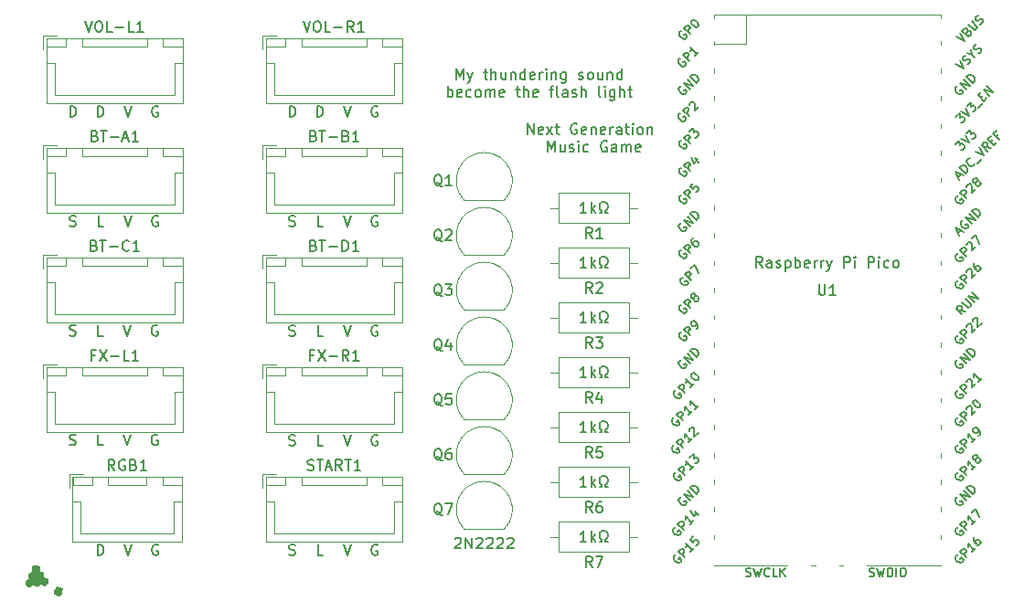
<source format=gbr>
%TF.GenerationSoftware,KiCad,Pcbnew,7.0.9*%
%TF.CreationDate,2024-01-23T18:46:06-08:00*%
%TF.ProjectId,sdvx,73647678-2e6b-4696-9361-645f70636258,rev?*%
%TF.SameCoordinates,Original*%
%TF.FileFunction,Legend,Top*%
%TF.FilePolarity,Positive*%
%FSLAX46Y46*%
G04 Gerber Fmt 4.6, Leading zero omitted, Abs format (unit mm)*
G04 Created by KiCad (PCBNEW 7.0.9) date 2024-01-23 18:46:06*
%MOMM*%
%LPD*%
G01*
G04 APERTURE LIST*
%ADD10C,0.150000*%
%ADD11C,0.120000*%
G04 APERTURE END LIST*
D10*
X65349523Y-62430819D02*
X64778095Y-62430819D01*
X65063809Y-62430819D02*
X65063809Y-61430819D01*
X65063809Y-61430819D02*
X64968571Y-61573676D01*
X64968571Y-61573676D02*
X64873333Y-61668914D01*
X64873333Y-61668914D02*
X64778095Y-61716533D01*
X65778095Y-62430819D02*
X65778095Y-61430819D01*
X65873333Y-62049866D02*
X66159047Y-62430819D01*
X66159047Y-61764152D02*
X65778095Y-62145104D01*
X66540000Y-62430819D02*
X66778095Y-62430819D01*
X66778095Y-62430819D02*
X66778095Y-62240342D01*
X66778095Y-62240342D02*
X66682857Y-62192723D01*
X66682857Y-62192723D02*
X66587619Y-62097485D01*
X66587619Y-62097485D02*
X66540000Y-61954628D01*
X66540000Y-61954628D02*
X66540000Y-61716533D01*
X66540000Y-61716533D02*
X66587619Y-61573676D01*
X66587619Y-61573676D02*
X66682857Y-61478438D01*
X66682857Y-61478438D02*
X66825714Y-61430819D01*
X66825714Y-61430819D02*
X67016190Y-61430819D01*
X67016190Y-61430819D02*
X67159047Y-61478438D01*
X67159047Y-61478438D02*
X67254285Y-61573676D01*
X67254285Y-61573676D02*
X67301904Y-61716533D01*
X67301904Y-61716533D02*
X67301904Y-61954628D01*
X67301904Y-61954628D02*
X67254285Y-62097485D01*
X67254285Y-62097485D02*
X67159047Y-62192723D01*
X67159047Y-62192723D02*
X67063809Y-62240342D01*
X67063809Y-62240342D02*
X67063809Y-62430819D01*
X67063809Y-62430819D02*
X67301904Y-62430819D01*
X65349523Y-57350819D02*
X64778095Y-57350819D01*
X65063809Y-57350819D02*
X65063809Y-56350819D01*
X65063809Y-56350819D02*
X64968571Y-56493676D01*
X64968571Y-56493676D02*
X64873333Y-56588914D01*
X64873333Y-56588914D02*
X64778095Y-56636533D01*
X65778095Y-57350819D02*
X65778095Y-56350819D01*
X65873333Y-56969866D02*
X66159047Y-57350819D01*
X66159047Y-56684152D02*
X65778095Y-57065104D01*
X66540000Y-57350819D02*
X66778095Y-57350819D01*
X66778095Y-57350819D02*
X66778095Y-57160342D01*
X66778095Y-57160342D02*
X66682857Y-57112723D01*
X66682857Y-57112723D02*
X66587619Y-57017485D01*
X66587619Y-57017485D02*
X66540000Y-56874628D01*
X66540000Y-56874628D02*
X66540000Y-56636533D01*
X66540000Y-56636533D02*
X66587619Y-56493676D01*
X66587619Y-56493676D02*
X66682857Y-56398438D01*
X66682857Y-56398438D02*
X66825714Y-56350819D01*
X66825714Y-56350819D02*
X67016190Y-56350819D01*
X67016190Y-56350819D02*
X67159047Y-56398438D01*
X67159047Y-56398438D02*
X67254285Y-56493676D01*
X67254285Y-56493676D02*
X67301904Y-56636533D01*
X67301904Y-56636533D02*
X67301904Y-56874628D01*
X67301904Y-56874628D02*
X67254285Y-57017485D01*
X67254285Y-57017485D02*
X67159047Y-57112723D01*
X67159047Y-57112723D02*
X67063809Y-57160342D01*
X67063809Y-57160342D02*
X67063809Y-57350819D01*
X67063809Y-57350819D02*
X67301904Y-57350819D01*
X65349523Y-52270819D02*
X64778095Y-52270819D01*
X65063809Y-52270819D02*
X65063809Y-51270819D01*
X65063809Y-51270819D02*
X64968571Y-51413676D01*
X64968571Y-51413676D02*
X64873333Y-51508914D01*
X64873333Y-51508914D02*
X64778095Y-51556533D01*
X65778095Y-52270819D02*
X65778095Y-51270819D01*
X65873333Y-51889866D02*
X66159047Y-52270819D01*
X66159047Y-51604152D02*
X65778095Y-51985104D01*
X66540000Y-52270819D02*
X66778095Y-52270819D01*
X66778095Y-52270819D02*
X66778095Y-52080342D01*
X66778095Y-52080342D02*
X66682857Y-52032723D01*
X66682857Y-52032723D02*
X66587619Y-51937485D01*
X66587619Y-51937485D02*
X66540000Y-51794628D01*
X66540000Y-51794628D02*
X66540000Y-51556533D01*
X66540000Y-51556533D02*
X66587619Y-51413676D01*
X66587619Y-51413676D02*
X66682857Y-51318438D01*
X66682857Y-51318438D02*
X66825714Y-51270819D01*
X66825714Y-51270819D02*
X67016190Y-51270819D01*
X67016190Y-51270819D02*
X67159047Y-51318438D01*
X67159047Y-51318438D02*
X67254285Y-51413676D01*
X67254285Y-51413676D02*
X67301904Y-51556533D01*
X67301904Y-51556533D02*
X67301904Y-51794628D01*
X67301904Y-51794628D02*
X67254285Y-51937485D01*
X67254285Y-51937485D02*
X67159047Y-52032723D01*
X67159047Y-52032723D02*
X67063809Y-52080342D01*
X67063809Y-52080342D02*
X67063809Y-52270819D01*
X67063809Y-52270819D02*
X67301904Y-52270819D01*
X65349523Y-47190819D02*
X64778095Y-47190819D01*
X65063809Y-47190819D02*
X65063809Y-46190819D01*
X65063809Y-46190819D02*
X64968571Y-46333676D01*
X64968571Y-46333676D02*
X64873333Y-46428914D01*
X64873333Y-46428914D02*
X64778095Y-46476533D01*
X65778095Y-47190819D02*
X65778095Y-46190819D01*
X65873333Y-46809866D02*
X66159047Y-47190819D01*
X66159047Y-46524152D02*
X65778095Y-46905104D01*
X66540000Y-47190819D02*
X66778095Y-47190819D01*
X66778095Y-47190819D02*
X66778095Y-47000342D01*
X66778095Y-47000342D02*
X66682857Y-46952723D01*
X66682857Y-46952723D02*
X66587619Y-46857485D01*
X66587619Y-46857485D02*
X66540000Y-46714628D01*
X66540000Y-46714628D02*
X66540000Y-46476533D01*
X66540000Y-46476533D02*
X66587619Y-46333676D01*
X66587619Y-46333676D02*
X66682857Y-46238438D01*
X66682857Y-46238438D02*
X66825714Y-46190819D01*
X66825714Y-46190819D02*
X67016190Y-46190819D01*
X67016190Y-46190819D02*
X67159047Y-46238438D01*
X67159047Y-46238438D02*
X67254285Y-46333676D01*
X67254285Y-46333676D02*
X67301904Y-46476533D01*
X67301904Y-46476533D02*
X67301904Y-46714628D01*
X67301904Y-46714628D02*
X67254285Y-46857485D01*
X67254285Y-46857485D02*
X67159047Y-46952723D01*
X67159047Y-46952723D02*
X67063809Y-47000342D01*
X67063809Y-47000342D02*
X67063809Y-47190819D01*
X67063809Y-47190819D02*
X67301904Y-47190819D01*
X65349523Y-42110819D02*
X64778095Y-42110819D01*
X65063809Y-42110819D02*
X65063809Y-41110819D01*
X65063809Y-41110819D02*
X64968571Y-41253676D01*
X64968571Y-41253676D02*
X64873333Y-41348914D01*
X64873333Y-41348914D02*
X64778095Y-41396533D01*
X65778095Y-42110819D02*
X65778095Y-41110819D01*
X65873333Y-41729866D02*
X66159047Y-42110819D01*
X66159047Y-41444152D02*
X65778095Y-41825104D01*
X66540000Y-42110819D02*
X66778095Y-42110819D01*
X66778095Y-42110819D02*
X66778095Y-41920342D01*
X66778095Y-41920342D02*
X66682857Y-41872723D01*
X66682857Y-41872723D02*
X66587619Y-41777485D01*
X66587619Y-41777485D02*
X66540000Y-41634628D01*
X66540000Y-41634628D02*
X66540000Y-41396533D01*
X66540000Y-41396533D02*
X66587619Y-41253676D01*
X66587619Y-41253676D02*
X66682857Y-41158438D01*
X66682857Y-41158438D02*
X66825714Y-41110819D01*
X66825714Y-41110819D02*
X67016190Y-41110819D01*
X67016190Y-41110819D02*
X67159047Y-41158438D01*
X67159047Y-41158438D02*
X67254285Y-41253676D01*
X67254285Y-41253676D02*
X67301904Y-41396533D01*
X67301904Y-41396533D02*
X67301904Y-41634628D01*
X67301904Y-41634628D02*
X67254285Y-41777485D01*
X67254285Y-41777485D02*
X67159047Y-41872723D01*
X67159047Y-41872723D02*
X67063809Y-41920342D01*
X67063809Y-41920342D02*
X67063809Y-42110819D01*
X67063809Y-42110819D02*
X67301904Y-42110819D01*
X65349523Y-37030819D02*
X64778095Y-37030819D01*
X65063809Y-37030819D02*
X65063809Y-36030819D01*
X65063809Y-36030819D02*
X64968571Y-36173676D01*
X64968571Y-36173676D02*
X64873333Y-36268914D01*
X64873333Y-36268914D02*
X64778095Y-36316533D01*
X65778095Y-37030819D02*
X65778095Y-36030819D01*
X65873333Y-36649866D02*
X66159047Y-37030819D01*
X66159047Y-36364152D02*
X65778095Y-36745104D01*
X66540000Y-37030819D02*
X66778095Y-37030819D01*
X66778095Y-37030819D02*
X66778095Y-36840342D01*
X66778095Y-36840342D02*
X66682857Y-36792723D01*
X66682857Y-36792723D02*
X66587619Y-36697485D01*
X66587619Y-36697485D02*
X66540000Y-36554628D01*
X66540000Y-36554628D02*
X66540000Y-36316533D01*
X66540000Y-36316533D02*
X66587619Y-36173676D01*
X66587619Y-36173676D02*
X66682857Y-36078438D01*
X66682857Y-36078438D02*
X66825714Y-36030819D01*
X66825714Y-36030819D02*
X67016190Y-36030819D01*
X67016190Y-36030819D02*
X67159047Y-36078438D01*
X67159047Y-36078438D02*
X67254285Y-36173676D01*
X67254285Y-36173676D02*
X67301904Y-36316533D01*
X67301904Y-36316533D02*
X67301904Y-36554628D01*
X67301904Y-36554628D02*
X67254285Y-36697485D01*
X67254285Y-36697485D02*
X67159047Y-36792723D01*
X67159047Y-36792723D02*
X67063809Y-36840342D01*
X67063809Y-36840342D02*
X67063809Y-37030819D01*
X67063809Y-37030819D02*
X67301904Y-37030819D01*
X81629999Y-37030819D02*
X81296666Y-36554628D01*
X81058571Y-37030819D02*
X81058571Y-36030819D01*
X81058571Y-36030819D02*
X81439523Y-36030819D01*
X81439523Y-36030819D02*
X81534761Y-36078438D01*
X81534761Y-36078438D02*
X81582380Y-36126057D01*
X81582380Y-36126057D02*
X81629999Y-36221295D01*
X81629999Y-36221295D02*
X81629999Y-36364152D01*
X81629999Y-36364152D02*
X81582380Y-36459390D01*
X81582380Y-36459390D02*
X81534761Y-36507009D01*
X81534761Y-36507009D02*
X81439523Y-36554628D01*
X81439523Y-36554628D02*
X81058571Y-36554628D01*
X82487142Y-37030819D02*
X82487142Y-36507009D01*
X82487142Y-36507009D02*
X82439523Y-36411771D01*
X82439523Y-36411771D02*
X82344285Y-36364152D01*
X82344285Y-36364152D02*
X82153809Y-36364152D01*
X82153809Y-36364152D02*
X82058571Y-36411771D01*
X82487142Y-36983200D02*
X82391904Y-37030819D01*
X82391904Y-37030819D02*
X82153809Y-37030819D01*
X82153809Y-37030819D02*
X82058571Y-36983200D01*
X82058571Y-36983200D02*
X82010952Y-36887961D01*
X82010952Y-36887961D02*
X82010952Y-36792723D01*
X82010952Y-36792723D02*
X82058571Y-36697485D01*
X82058571Y-36697485D02*
X82153809Y-36649866D01*
X82153809Y-36649866D02*
X82391904Y-36649866D01*
X82391904Y-36649866D02*
X82487142Y-36602247D01*
X82915714Y-36983200D02*
X83010952Y-37030819D01*
X83010952Y-37030819D02*
X83201428Y-37030819D01*
X83201428Y-37030819D02*
X83296666Y-36983200D01*
X83296666Y-36983200D02*
X83344285Y-36887961D01*
X83344285Y-36887961D02*
X83344285Y-36840342D01*
X83344285Y-36840342D02*
X83296666Y-36745104D01*
X83296666Y-36745104D02*
X83201428Y-36697485D01*
X83201428Y-36697485D02*
X83058571Y-36697485D01*
X83058571Y-36697485D02*
X82963333Y-36649866D01*
X82963333Y-36649866D02*
X82915714Y-36554628D01*
X82915714Y-36554628D02*
X82915714Y-36507009D01*
X82915714Y-36507009D02*
X82963333Y-36411771D01*
X82963333Y-36411771D02*
X83058571Y-36364152D01*
X83058571Y-36364152D02*
X83201428Y-36364152D01*
X83201428Y-36364152D02*
X83296666Y-36411771D01*
X83772857Y-36364152D02*
X83772857Y-37364152D01*
X83772857Y-36411771D02*
X83868095Y-36364152D01*
X83868095Y-36364152D02*
X84058571Y-36364152D01*
X84058571Y-36364152D02*
X84153809Y-36411771D01*
X84153809Y-36411771D02*
X84201428Y-36459390D01*
X84201428Y-36459390D02*
X84249047Y-36554628D01*
X84249047Y-36554628D02*
X84249047Y-36840342D01*
X84249047Y-36840342D02*
X84201428Y-36935580D01*
X84201428Y-36935580D02*
X84153809Y-36983200D01*
X84153809Y-36983200D02*
X84058571Y-37030819D01*
X84058571Y-37030819D02*
X83868095Y-37030819D01*
X83868095Y-37030819D02*
X83772857Y-36983200D01*
X84677619Y-37030819D02*
X84677619Y-36030819D01*
X84677619Y-36411771D02*
X84772857Y-36364152D01*
X84772857Y-36364152D02*
X84963333Y-36364152D01*
X84963333Y-36364152D02*
X85058571Y-36411771D01*
X85058571Y-36411771D02*
X85106190Y-36459390D01*
X85106190Y-36459390D02*
X85153809Y-36554628D01*
X85153809Y-36554628D02*
X85153809Y-36840342D01*
X85153809Y-36840342D02*
X85106190Y-36935580D01*
X85106190Y-36935580D02*
X85058571Y-36983200D01*
X85058571Y-36983200D02*
X84963333Y-37030819D01*
X84963333Y-37030819D02*
X84772857Y-37030819D01*
X84772857Y-37030819D02*
X84677619Y-36983200D01*
X85963333Y-36983200D02*
X85868095Y-37030819D01*
X85868095Y-37030819D02*
X85677619Y-37030819D01*
X85677619Y-37030819D02*
X85582381Y-36983200D01*
X85582381Y-36983200D02*
X85534762Y-36887961D01*
X85534762Y-36887961D02*
X85534762Y-36507009D01*
X85534762Y-36507009D02*
X85582381Y-36411771D01*
X85582381Y-36411771D02*
X85677619Y-36364152D01*
X85677619Y-36364152D02*
X85868095Y-36364152D01*
X85868095Y-36364152D02*
X85963333Y-36411771D01*
X85963333Y-36411771D02*
X86010952Y-36507009D01*
X86010952Y-36507009D02*
X86010952Y-36602247D01*
X86010952Y-36602247D02*
X85534762Y-36697485D01*
X86439524Y-37030819D02*
X86439524Y-36364152D01*
X86439524Y-36554628D02*
X86487143Y-36459390D01*
X86487143Y-36459390D02*
X86534762Y-36411771D01*
X86534762Y-36411771D02*
X86630000Y-36364152D01*
X86630000Y-36364152D02*
X86725238Y-36364152D01*
X87058572Y-37030819D02*
X87058572Y-36364152D01*
X87058572Y-36554628D02*
X87106191Y-36459390D01*
X87106191Y-36459390D02*
X87153810Y-36411771D01*
X87153810Y-36411771D02*
X87249048Y-36364152D01*
X87249048Y-36364152D02*
X87344286Y-36364152D01*
X87582382Y-36364152D02*
X87820477Y-37030819D01*
X88058572Y-36364152D02*
X87820477Y-37030819D01*
X87820477Y-37030819D02*
X87725239Y-37268914D01*
X87725239Y-37268914D02*
X87677620Y-37316533D01*
X87677620Y-37316533D02*
X87582382Y-37364152D01*
X89201430Y-37030819D02*
X89201430Y-36030819D01*
X89201430Y-36030819D02*
X89582382Y-36030819D01*
X89582382Y-36030819D02*
X89677620Y-36078438D01*
X89677620Y-36078438D02*
X89725239Y-36126057D01*
X89725239Y-36126057D02*
X89772858Y-36221295D01*
X89772858Y-36221295D02*
X89772858Y-36364152D01*
X89772858Y-36364152D02*
X89725239Y-36459390D01*
X89725239Y-36459390D02*
X89677620Y-36507009D01*
X89677620Y-36507009D02*
X89582382Y-36554628D01*
X89582382Y-36554628D02*
X89201430Y-36554628D01*
X90201430Y-37030819D02*
X90201430Y-36364152D01*
X90201430Y-36030819D02*
X90153811Y-36078438D01*
X90153811Y-36078438D02*
X90201430Y-36126057D01*
X90201430Y-36126057D02*
X90249049Y-36078438D01*
X90249049Y-36078438D02*
X90201430Y-36030819D01*
X90201430Y-36030819D02*
X90201430Y-36126057D01*
X91439525Y-37030819D02*
X91439525Y-36030819D01*
X91439525Y-36030819D02*
X91820477Y-36030819D01*
X91820477Y-36030819D02*
X91915715Y-36078438D01*
X91915715Y-36078438D02*
X91963334Y-36126057D01*
X91963334Y-36126057D02*
X92010953Y-36221295D01*
X92010953Y-36221295D02*
X92010953Y-36364152D01*
X92010953Y-36364152D02*
X91963334Y-36459390D01*
X91963334Y-36459390D02*
X91915715Y-36507009D01*
X91915715Y-36507009D02*
X91820477Y-36554628D01*
X91820477Y-36554628D02*
X91439525Y-36554628D01*
X92439525Y-37030819D02*
X92439525Y-36364152D01*
X92439525Y-36030819D02*
X92391906Y-36078438D01*
X92391906Y-36078438D02*
X92439525Y-36126057D01*
X92439525Y-36126057D02*
X92487144Y-36078438D01*
X92487144Y-36078438D02*
X92439525Y-36030819D01*
X92439525Y-36030819D02*
X92439525Y-36126057D01*
X93344286Y-36983200D02*
X93249048Y-37030819D01*
X93249048Y-37030819D02*
X93058572Y-37030819D01*
X93058572Y-37030819D02*
X92963334Y-36983200D01*
X92963334Y-36983200D02*
X92915715Y-36935580D01*
X92915715Y-36935580D02*
X92868096Y-36840342D01*
X92868096Y-36840342D02*
X92868096Y-36554628D01*
X92868096Y-36554628D02*
X92915715Y-36459390D01*
X92915715Y-36459390D02*
X92963334Y-36411771D01*
X92963334Y-36411771D02*
X93058572Y-36364152D01*
X93058572Y-36364152D02*
X93249048Y-36364152D01*
X93249048Y-36364152D02*
X93344286Y-36411771D01*
X93915715Y-37030819D02*
X93820477Y-36983200D01*
X93820477Y-36983200D02*
X93772858Y-36935580D01*
X93772858Y-36935580D02*
X93725239Y-36840342D01*
X93725239Y-36840342D02*
X93725239Y-36554628D01*
X93725239Y-36554628D02*
X93772858Y-36459390D01*
X93772858Y-36459390D02*
X93820477Y-36411771D01*
X93820477Y-36411771D02*
X93915715Y-36364152D01*
X93915715Y-36364152D02*
X94058572Y-36364152D01*
X94058572Y-36364152D02*
X94153810Y-36411771D01*
X94153810Y-36411771D02*
X94201429Y-36459390D01*
X94201429Y-36459390D02*
X94249048Y-36554628D01*
X94249048Y-36554628D02*
X94249048Y-36840342D01*
X94249048Y-36840342D02*
X94201429Y-36935580D01*
X94201429Y-36935580D02*
X94153810Y-36983200D01*
X94153810Y-36983200D02*
X94058572Y-37030819D01*
X94058572Y-37030819D02*
X93915715Y-37030819D01*
X53165714Y-62161057D02*
X53213333Y-62113438D01*
X53213333Y-62113438D02*
X53308571Y-62065819D01*
X53308571Y-62065819D02*
X53546666Y-62065819D01*
X53546666Y-62065819D02*
X53641904Y-62113438D01*
X53641904Y-62113438D02*
X53689523Y-62161057D01*
X53689523Y-62161057D02*
X53737142Y-62256295D01*
X53737142Y-62256295D02*
X53737142Y-62351533D01*
X53737142Y-62351533D02*
X53689523Y-62494390D01*
X53689523Y-62494390D02*
X53118095Y-63065819D01*
X53118095Y-63065819D02*
X53737142Y-63065819D01*
X54165714Y-63065819D02*
X54165714Y-62065819D01*
X54165714Y-62065819D02*
X54737142Y-63065819D01*
X54737142Y-63065819D02*
X54737142Y-62065819D01*
X55165714Y-62161057D02*
X55213333Y-62113438D01*
X55213333Y-62113438D02*
X55308571Y-62065819D01*
X55308571Y-62065819D02*
X55546666Y-62065819D01*
X55546666Y-62065819D02*
X55641904Y-62113438D01*
X55641904Y-62113438D02*
X55689523Y-62161057D01*
X55689523Y-62161057D02*
X55737142Y-62256295D01*
X55737142Y-62256295D02*
X55737142Y-62351533D01*
X55737142Y-62351533D02*
X55689523Y-62494390D01*
X55689523Y-62494390D02*
X55118095Y-63065819D01*
X55118095Y-63065819D02*
X55737142Y-63065819D01*
X56118095Y-62161057D02*
X56165714Y-62113438D01*
X56165714Y-62113438D02*
X56260952Y-62065819D01*
X56260952Y-62065819D02*
X56499047Y-62065819D01*
X56499047Y-62065819D02*
X56594285Y-62113438D01*
X56594285Y-62113438D02*
X56641904Y-62161057D01*
X56641904Y-62161057D02*
X56689523Y-62256295D01*
X56689523Y-62256295D02*
X56689523Y-62351533D01*
X56689523Y-62351533D02*
X56641904Y-62494390D01*
X56641904Y-62494390D02*
X56070476Y-63065819D01*
X56070476Y-63065819D02*
X56689523Y-63065819D01*
X57070476Y-62161057D02*
X57118095Y-62113438D01*
X57118095Y-62113438D02*
X57213333Y-62065819D01*
X57213333Y-62065819D02*
X57451428Y-62065819D01*
X57451428Y-62065819D02*
X57546666Y-62113438D01*
X57546666Y-62113438D02*
X57594285Y-62161057D01*
X57594285Y-62161057D02*
X57641904Y-62256295D01*
X57641904Y-62256295D02*
X57641904Y-62351533D01*
X57641904Y-62351533D02*
X57594285Y-62494390D01*
X57594285Y-62494390D02*
X57022857Y-63065819D01*
X57022857Y-63065819D02*
X57641904Y-63065819D01*
X58022857Y-62161057D02*
X58070476Y-62113438D01*
X58070476Y-62113438D02*
X58165714Y-62065819D01*
X58165714Y-62065819D02*
X58403809Y-62065819D01*
X58403809Y-62065819D02*
X58499047Y-62113438D01*
X58499047Y-62113438D02*
X58546666Y-62161057D01*
X58546666Y-62161057D02*
X58594285Y-62256295D01*
X58594285Y-62256295D02*
X58594285Y-62351533D01*
X58594285Y-62351533D02*
X58546666Y-62494390D01*
X58546666Y-62494390D02*
X57975238Y-63065819D01*
X57975238Y-63065819D02*
X58594285Y-63065819D01*
X65349523Y-31950819D02*
X64778095Y-31950819D01*
X65063809Y-31950819D02*
X65063809Y-30950819D01*
X65063809Y-30950819D02*
X64968571Y-31093676D01*
X64968571Y-31093676D02*
X64873333Y-31188914D01*
X64873333Y-31188914D02*
X64778095Y-31236533D01*
X65778095Y-31950819D02*
X65778095Y-30950819D01*
X65873333Y-31569866D02*
X66159047Y-31950819D01*
X66159047Y-31284152D02*
X65778095Y-31665104D01*
X66540000Y-31950819D02*
X66778095Y-31950819D01*
X66778095Y-31950819D02*
X66778095Y-31760342D01*
X66778095Y-31760342D02*
X66682857Y-31712723D01*
X66682857Y-31712723D02*
X66587619Y-31617485D01*
X66587619Y-31617485D02*
X66540000Y-31474628D01*
X66540000Y-31474628D02*
X66540000Y-31236533D01*
X66540000Y-31236533D02*
X66587619Y-31093676D01*
X66587619Y-31093676D02*
X66682857Y-30998438D01*
X66682857Y-30998438D02*
X66825714Y-30950819D01*
X66825714Y-30950819D02*
X67016190Y-30950819D01*
X67016190Y-30950819D02*
X67159047Y-30998438D01*
X67159047Y-30998438D02*
X67254285Y-31093676D01*
X67254285Y-31093676D02*
X67301904Y-31236533D01*
X67301904Y-31236533D02*
X67301904Y-31474628D01*
X67301904Y-31474628D02*
X67254285Y-31617485D01*
X67254285Y-31617485D02*
X67159047Y-31712723D01*
X67159047Y-31712723D02*
X67063809Y-31760342D01*
X67063809Y-31760342D02*
X67063809Y-31950819D01*
X67063809Y-31950819D02*
X67301904Y-31950819D01*
X37814286Y-63653200D02*
X37957143Y-63700819D01*
X37957143Y-63700819D02*
X38195238Y-63700819D01*
X38195238Y-63700819D02*
X38290476Y-63653200D01*
X38290476Y-63653200D02*
X38338095Y-63605580D01*
X38338095Y-63605580D02*
X38385714Y-63510342D01*
X38385714Y-63510342D02*
X38385714Y-63415104D01*
X38385714Y-63415104D02*
X38338095Y-63319866D01*
X38338095Y-63319866D02*
X38290476Y-63272247D01*
X38290476Y-63272247D02*
X38195238Y-63224628D01*
X38195238Y-63224628D02*
X38004762Y-63177009D01*
X38004762Y-63177009D02*
X37909524Y-63129390D01*
X37909524Y-63129390D02*
X37861905Y-63081771D01*
X37861905Y-63081771D02*
X37814286Y-62986533D01*
X37814286Y-62986533D02*
X37814286Y-62891295D01*
X37814286Y-62891295D02*
X37861905Y-62796057D01*
X37861905Y-62796057D02*
X37909524Y-62748438D01*
X37909524Y-62748438D02*
X38004762Y-62700819D01*
X38004762Y-62700819D02*
X38242857Y-62700819D01*
X38242857Y-62700819D02*
X38385714Y-62748438D01*
X45981904Y-62748438D02*
X45886666Y-62700819D01*
X45886666Y-62700819D02*
X45743809Y-62700819D01*
X45743809Y-62700819D02*
X45600952Y-62748438D01*
X45600952Y-62748438D02*
X45505714Y-62843676D01*
X45505714Y-62843676D02*
X45458095Y-62938914D01*
X45458095Y-62938914D02*
X45410476Y-63129390D01*
X45410476Y-63129390D02*
X45410476Y-63272247D01*
X45410476Y-63272247D02*
X45458095Y-63462723D01*
X45458095Y-63462723D02*
X45505714Y-63557961D01*
X45505714Y-63557961D02*
X45600952Y-63653200D01*
X45600952Y-63653200D02*
X45743809Y-63700819D01*
X45743809Y-63700819D02*
X45839047Y-63700819D01*
X45839047Y-63700819D02*
X45981904Y-63653200D01*
X45981904Y-63653200D02*
X46029523Y-63605580D01*
X46029523Y-63605580D02*
X46029523Y-63272247D01*
X46029523Y-63272247D02*
X45839047Y-63272247D01*
X40949523Y-63700819D02*
X40473333Y-63700819D01*
X40473333Y-63700819D02*
X40473333Y-62700819D01*
X42846667Y-62700819D02*
X43180000Y-63700819D01*
X43180000Y-63700819D02*
X43513333Y-62700819D01*
X22526667Y-62700819D02*
X22860000Y-63700819D01*
X22860000Y-63700819D02*
X23193333Y-62700819D01*
X20058095Y-63700819D02*
X20058095Y-62700819D01*
X20058095Y-62700819D02*
X20296190Y-62700819D01*
X20296190Y-62700819D02*
X20439047Y-62748438D01*
X20439047Y-62748438D02*
X20534285Y-62843676D01*
X20534285Y-62843676D02*
X20581904Y-62938914D01*
X20581904Y-62938914D02*
X20629523Y-63129390D01*
X20629523Y-63129390D02*
X20629523Y-63272247D01*
X20629523Y-63272247D02*
X20581904Y-63462723D01*
X20581904Y-63462723D02*
X20534285Y-63557961D01*
X20534285Y-63557961D02*
X20439047Y-63653200D01*
X20439047Y-63653200D02*
X20296190Y-63700819D01*
X20296190Y-63700819D02*
X20058095Y-63700819D01*
X25661904Y-62748438D02*
X25566666Y-62700819D01*
X25566666Y-62700819D02*
X25423809Y-62700819D01*
X25423809Y-62700819D02*
X25280952Y-62748438D01*
X25280952Y-62748438D02*
X25185714Y-62843676D01*
X25185714Y-62843676D02*
X25138095Y-62938914D01*
X25138095Y-62938914D02*
X25090476Y-63129390D01*
X25090476Y-63129390D02*
X25090476Y-63272247D01*
X25090476Y-63272247D02*
X25138095Y-63462723D01*
X25138095Y-63462723D02*
X25185714Y-63557961D01*
X25185714Y-63557961D02*
X25280952Y-63653200D01*
X25280952Y-63653200D02*
X25423809Y-63700819D01*
X25423809Y-63700819D02*
X25519047Y-63700819D01*
X25519047Y-63700819D02*
X25661904Y-63653200D01*
X25661904Y-63653200D02*
X25709523Y-63605580D01*
X25709523Y-63605580D02*
X25709523Y-63272247D01*
X25709523Y-63272247D02*
X25519047Y-63272247D01*
X42846667Y-52540819D02*
X43180000Y-53540819D01*
X43180000Y-53540819D02*
X43513333Y-52540819D01*
X37814286Y-53493200D02*
X37957143Y-53540819D01*
X37957143Y-53540819D02*
X38195238Y-53540819D01*
X38195238Y-53540819D02*
X38290476Y-53493200D01*
X38290476Y-53493200D02*
X38338095Y-53445580D01*
X38338095Y-53445580D02*
X38385714Y-53350342D01*
X38385714Y-53350342D02*
X38385714Y-53255104D01*
X38385714Y-53255104D02*
X38338095Y-53159866D01*
X38338095Y-53159866D02*
X38290476Y-53112247D01*
X38290476Y-53112247D02*
X38195238Y-53064628D01*
X38195238Y-53064628D02*
X38004762Y-53017009D01*
X38004762Y-53017009D02*
X37909524Y-52969390D01*
X37909524Y-52969390D02*
X37861905Y-52921771D01*
X37861905Y-52921771D02*
X37814286Y-52826533D01*
X37814286Y-52826533D02*
X37814286Y-52731295D01*
X37814286Y-52731295D02*
X37861905Y-52636057D01*
X37861905Y-52636057D02*
X37909524Y-52588438D01*
X37909524Y-52588438D02*
X38004762Y-52540819D01*
X38004762Y-52540819D02*
X38242857Y-52540819D01*
X38242857Y-52540819D02*
X38385714Y-52588438D01*
X45981904Y-52588438D02*
X45886666Y-52540819D01*
X45886666Y-52540819D02*
X45743809Y-52540819D01*
X45743809Y-52540819D02*
X45600952Y-52588438D01*
X45600952Y-52588438D02*
X45505714Y-52683676D01*
X45505714Y-52683676D02*
X45458095Y-52778914D01*
X45458095Y-52778914D02*
X45410476Y-52969390D01*
X45410476Y-52969390D02*
X45410476Y-53112247D01*
X45410476Y-53112247D02*
X45458095Y-53302723D01*
X45458095Y-53302723D02*
X45505714Y-53397961D01*
X45505714Y-53397961D02*
X45600952Y-53493200D01*
X45600952Y-53493200D02*
X45743809Y-53540819D01*
X45743809Y-53540819D02*
X45839047Y-53540819D01*
X45839047Y-53540819D02*
X45981904Y-53493200D01*
X45981904Y-53493200D02*
X46029523Y-53445580D01*
X46029523Y-53445580D02*
X46029523Y-53112247D01*
X46029523Y-53112247D02*
X45839047Y-53112247D01*
X40949523Y-53540819D02*
X40473333Y-53540819D01*
X40473333Y-53540819D02*
X40473333Y-52540819D01*
X42846667Y-42380819D02*
X43180000Y-43380819D01*
X43180000Y-43380819D02*
X43513333Y-42380819D01*
X37814286Y-43333200D02*
X37957143Y-43380819D01*
X37957143Y-43380819D02*
X38195238Y-43380819D01*
X38195238Y-43380819D02*
X38290476Y-43333200D01*
X38290476Y-43333200D02*
X38338095Y-43285580D01*
X38338095Y-43285580D02*
X38385714Y-43190342D01*
X38385714Y-43190342D02*
X38385714Y-43095104D01*
X38385714Y-43095104D02*
X38338095Y-42999866D01*
X38338095Y-42999866D02*
X38290476Y-42952247D01*
X38290476Y-42952247D02*
X38195238Y-42904628D01*
X38195238Y-42904628D02*
X38004762Y-42857009D01*
X38004762Y-42857009D02*
X37909524Y-42809390D01*
X37909524Y-42809390D02*
X37861905Y-42761771D01*
X37861905Y-42761771D02*
X37814286Y-42666533D01*
X37814286Y-42666533D02*
X37814286Y-42571295D01*
X37814286Y-42571295D02*
X37861905Y-42476057D01*
X37861905Y-42476057D02*
X37909524Y-42428438D01*
X37909524Y-42428438D02*
X38004762Y-42380819D01*
X38004762Y-42380819D02*
X38242857Y-42380819D01*
X38242857Y-42380819D02*
X38385714Y-42428438D01*
X45981904Y-42428438D02*
X45886666Y-42380819D01*
X45886666Y-42380819D02*
X45743809Y-42380819D01*
X45743809Y-42380819D02*
X45600952Y-42428438D01*
X45600952Y-42428438D02*
X45505714Y-42523676D01*
X45505714Y-42523676D02*
X45458095Y-42618914D01*
X45458095Y-42618914D02*
X45410476Y-42809390D01*
X45410476Y-42809390D02*
X45410476Y-42952247D01*
X45410476Y-42952247D02*
X45458095Y-43142723D01*
X45458095Y-43142723D02*
X45505714Y-43237961D01*
X45505714Y-43237961D02*
X45600952Y-43333200D01*
X45600952Y-43333200D02*
X45743809Y-43380819D01*
X45743809Y-43380819D02*
X45839047Y-43380819D01*
X45839047Y-43380819D02*
X45981904Y-43333200D01*
X45981904Y-43333200D02*
X46029523Y-43285580D01*
X46029523Y-43285580D02*
X46029523Y-42952247D01*
X46029523Y-42952247D02*
X45839047Y-42952247D01*
X40949523Y-43380819D02*
X40473333Y-43380819D01*
X40473333Y-43380819D02*
X40473333Y-42380819D01*
X22505421Y-52495995D02*
X22838754Y-53495995D01*
X22838754Y-53495995D02*
X23172087Y-52495995D01*
X17473040Y-53448376D02*
X17615897Y-53495995D01*
X17615897Y-53495995D02*
X17853992Y-53495995D01*
X17853992Y-53495995D02*
X17949230Y-53448376D01*
X17949230Y-53448376D02*
X17996849Y-53400756D01*
X17996849Y-53400756D02*
X18044468Y-53305518D01*
X18044468Y-53305518D02*
X18044468Y-53210280D01*
X18044468Y-53210280D02*
X17996849Y-53115042D01*
X17996849Y-53115042D02*
X17949230Y-53067423D01*
X17949230Y-53067423D02*
X17853992Y-53019804D01*
X17853992Y-53019804D02*
X17663516Y-52972185D01*
X17663516Y-52972185D02*
X17568278Y-52924566D01*
X17568278Y-52924566D02*
X17520659Y-52876947D01*
X17520659Y-52876947D02*
X17473040Y-52781709D01*
X17473040Y-52781709D02*
X17473040Y-52686471D01*
X17473040Y-52686471D02*
X17520659Y-52591233D01*
X17520659Y-52591233D02*
X17568278Y-52543614D01*
X17568278Y-52543614D02*
X17663516Y-52495995D01*
X17663516Y-52495995D02*
X17901611Y-52495995D01*
X17901611Y-52495995D02*
X18044468Y-52543614D01*
X25640658Y-52543614D02*
X25545420Y-52495995D01*
X25545420Y-52495995D02*
X25402563Y-52495995D01*
X25402563Y-52495995D02*
X25259706Y-52543614D01*
X25259706Y-52543614D02*
X25164468Y-52638852D01*
X25164468Y-52638852D02*
X25116849Y-52734090D01*
X25116849Y-52734090D02*
X25069230Y-52924566D01*
X25069230Y-52924566D02*
X25069230Y-53067423D01*
X25069230Y-53067423D02*
X25116849Y-53257899D01*
X25116849Y-53257899D02*
X25164468Y-53353137D01*
X25164468Y-53353137D02*
X25259706Y-53448376D01*
X25259706Y-53448376D02*
X25402563Y-53495995D01*
X25402563Y-53495995D02*
X25497801Y-53495995D01*
X25497801Y-53495995D02*
X25640658Y-53448376D01*
X25640658Y-53448376D02*
X25688277Y-53400756D01*
X25688277Y-53400756D02*
X25688277Y-53067423D01*
X25688277Y-53067423D02*
X25497801Y-53067423D01*
X20608277Y-53495995D02*
X20132087Y-53495995D01*
X20132087Y-53495995D02*
X20132087Y-52495995D01*
X22505421Y-42348934D02*
X22838754Y-43348934D01*
X22838754Y-43348934D02*
X23172087Y-42348934D01*
X17473040Y-43301315D02*
X17615897Y-43348934D01*
X17615897Y-43348934D02*
X17853992Y-43348934D01*
X17853992Y-43348934D02*
X17949230Y-43301315D01*
X17949230Y-43301315D02*
X17996849Y-43253695D01*
X17996849Y-43253695D02*
X18044468Y-43158457D01*
X18044468Y-43158457D02*
X18044468Y-43063219D01*
X18044468Y-43063219D02*
X17996849Y-42967981D01*
X17996849Y-42967981D02*
X17949230Y-42920362D01*
X17949230Y-42920362D02*
X17853992Y-42872743D01*
X17853992Y-42872743D02*
X17663516Y-42825124D01*
X17663516Y-42825124D02*
X17568278Y-42777505D01*
X17568278Y-42777505D02*
X17520659Y-42729886D01*
X17520659Y-42729886D02*
X17473040Y-42634648D01*
X17473040Y-42634648D02*
X17473040Y-42539410D01*
X17473040Y-42539410D02*
X17520659Y-42444172D01*
X17520659Y-42444172D02*
X17568278Y-42396553D01*
X17568278Y-42396553D02*
X17663516Y-42348934D01*
X17663516Y-42348934D02*
X17901611Y-42348934D01*
X17901611Y-42348934D02*
X18044468Y-42396553D01*
X25640658Y-42396553D02*
X25545420Y-42348934D01*
X25545420Y-42348934D02*
X25402563Y-42348934D01*
X25402563Y-42348934D02*
X25259706Y-42396553D01*
X25259706Y-42396553D02*
X25164468Y-42491791D01*
X25164468Y-42491791D02*
X25116849Y-42587029D01*
X25116849Y-42587029D02*
X25069230Y-42777505D01*
X25069230Y-42777505D02*
X25069230Y-42920362D01*
X25069230Y-42920362D02*
X25116849Y-43110838D01*
X25116849Y-43110838D02*
X25164468Y-43206076D01*
X25164468Y-43206076D02*
X25259706Y-43301315D01*
X25259706Y-43301315D02*
X25402563Y-43348934D01*
X25402563Y-43348934D02*
X25497801Y-43348934D01*
X25497801Y-43348934D02*
X25640658Y-43301315D01*
X25640658Y-43301315D02*
X25688277Y-43253695D01*
X25688277Y-43253695D02*
X25688277Y-42920362D01*
X25688277Y-42920362D02*
X25497801Y-42920362D01*
X20608277Y-43348934D02*
X20132087Y-43348934D01*
X20132087Y-43348934D02*
X20132087Y-42348934D01*
X22526667Y-32220819D02*
X22860000Y-33220819D01*
X22860000Y-33220819D02*
X23193333Y-32220819D01*
X17494286Y-33173200D02*
X17637143Y-33220819D01*
X17637143Y-33220819D02*
X17875238Y-33220819D01*
X17875238Y-33220819D02*
X17970476Y-33173200D01*
X17970476Y-33173200D02*
X18018095Y-33125580D01*
X18018095Y-33125580D02*
X18065714Y-33030342D01*
X18065714Y-33030342D02*
X18065714Y-32935104D01*
X18065714Y-32935104D02*
X18018095Y-32839866D01*
X18018095Y-32839866D02*
X17970476Y-32792247D01*
X17970476Y-32792247D02*
X17875238Y-32744628D01*
X17875238Y-32744628D02*
X17684762Y-32697009D01*
X17684762Y-32697009D02*
X17589524Y-32649390D01*
X17589524Y-32649390D02*
X17541905Y-32601771D01*
X17541905Y-32601771D02*
X17494286Y-32506533D01*
X17494286Y-32506533D02*
X17494286Y-32411295D01*
X17494286Y-32411295D02*
X17541905Y-32316057D01*
X17541905Y-32316057D02*
X17589524Y-32268438D01*
X17589524Y-32268438D02*
X17684762Y-32220819D01*
X17684762Y-32220819D02*
X17922857Y-32220819D01*
X17922857Y-32220819D02*
X18065714Y-32268438D01*
X25661904Y-32268438D02*
X25566666Y-32220819D01*
X25566666Y-32220819D02*
X25423809Y-32220819D01*
X25423809Y-32220819D02*
X25280952Y-32268438D01*
X25280952Y-32268438D02*
X25185714Y-32363676D01*
X25185714Y-32363676D02*
X25138095Y-32458914D01*
X25138095Y-32458914D02*
X25090476Y-32649390D01*
X25090476Y-32649390D02*
X25090476Y-32792247D01*
X25090476Y-32792247D02*
X25138095Y-32982723D01*
X25138095Y-32982723D02*
X25185714Y-33077961D01*
X25185714Y-33077961D02*
X25280952Y-33173200D01*
X25280952Y-33173200D02*
X25423809Y-33220819D01*
X25423809Y-33220819D02*
X25519047Y-33220819D01*
X25519047Y-33220819D02*
X25661904Y-33173200D01*
X25661904Y-33173200D02*
X25709523Y-33125580D01*
X25709523Y-33125580D02*
X25709523Y-32792247D01*
X25709523Y-32792247D02*
X25519047Y-32792247D01*
X20629523Y-33220819D02*
X20153333Y-33220819D01*
X20153333Y-33220819D02*
X20153333Y-32220819D01*
X37814286Y-33173200D02*
X37957143Y-33220819D01*
X37957143Y-33220819D02*
X38195238Y-33220819D01*
X38195238Y-33220819D02*
X38290476Y-33173200D01*
X38290476Y-33173200D02*
X38338095Y-33125580D01*
X38338095Y-33125580D02*
X38385714Y-33030342D01*
X38385714Y-33030342D02*
X38385714Y-32935104D01*
X38385714Y-32935104D02*
X38338095Y-32839866D01*
X38338095Y-32839866D02*
X38290476Y-32792247D01*
X38290476Y-32792247D02*
X38195238Y-32744628D01*
X38195238Y-32744628D02*
X38004762Y-32697009D01*
X38004762Y-32697009D02*
X37909524Y-32649390D01*
X37909524Y-32649390D02*
X37861905Y-32601771D01*
X37861905Y-32601771D02*
X37814286Y-32506533D01*
X37814286Y-32506533D02*
X37814286Y-32411295D01*
X37814286Y-32411295D02*
X37861905Y-32316057D01*
X37861905Y-32316057D02*
X37909524Y-32268438D01*
X37909524Y-32268438D02*
X38004762Y-32220819D01*
X38004762Y-32220819D02*
X38242857Y-32220819D01*
X38242857Y-32220819D02*
X38385714Y-32268438D01*
X40949523Y-33220819D02*
X40473333Y-33220819D01*
X40473333Y-33220819D02*
X40473333Y-32220819D01*
X42846667Y-32220819D02*
X43180000Y-33220819D01*
X43180000Y-33220819D02*
X43513333Y-32220819D01*
X45981904Y-32268438D02*
X45886666Y-32220819D01*
X45886666Y-32220819D02*
X45743809Y-32220819D01*
X45743809Y-32220819D02*
X45600952Y-32268438D01*
X45600952Y-32268438D02*
X45505714Y-32363676D01*
X45505714Y-32363676D02*
X45458095Y-32458914D01*
X45458095Y-32458914D02*
X45410476Y-32649390D01*
X45410476Y-32649390D02*
X45410476Y-32792247D01*
X45410476Y-32792247D02*
X45458095Y-32982723D01*
X45458095Y-32982723D02*
X45505714Y-33077961D01*
X45505714Y-33077961D02*
X45600952Y-33173200D01*
X45600952Y-33173200D02*
X45743809Y-33220819D01*
X45743809Y-33220819D02*
X45839047Y-33220819D01*
X45839047Y-33220819D02*
X45981904Y-33173200D01*
X45981904Y-33173200D02*
X46029523Y-33125580D01*
X46029523Y-33125580D02*
X46029523Y-32792247D01*
X46029523Y-32792247D02*
X45839047Y-32792247D01*
X22526667Y-22060819D02*
X22860000Y-23060819D01*
X22860000Y-23060819D02*
X23193333Y-22060819D01*
X25661904Y-22108438D02*
X25566666Y-22060819D01*
X25566666Y-22060819D02*
X25423809Y-22060819D01*
X25423809Y-22060819D02*
X25280952Y-22108438D01*
X25280952Y-22108438D02*
X25185714Y-22203676D01*
X25185714Y-22203676D02*
X25138095Y-22298914D01*
X25138095Y-22298914D02*
X25090476Y-22489390D01*
X25090476Y-22489390D02*
X25090476Y-22632247D01*
X25090476Y-22632247D02*
X25138095Y-22822723D01*
X25138095Y-22822723D02*
X25185714Y-22917961D01*
X25185714Y-22917961D02*
X25280952Y-23013200D01*
X25280952Y-23013200D02*
X25423809Y-23060819D01*
X25423809Y-23060819D02*
X25519047Y-23060819D01*
X25519047Y-23060819D02*
X25661904Y-23013200D01*
X25661904Y-23013200D02*
X25709523Y-22965580D01*
X25709523Y-22965580D02*
X25709523Y-22632247D01*
X25709523Y-22632247D02*
X25519047Y-22632247D01*
X42846667Y-22060819D02*
X43180000Y-23060819D01*
X43180000Y-23060819D02*
X43513333Y-22060819D01*
X45981904Y-22108438D02*
X45886666Y-22060819D01*
X45886666Y-22060819D02*
X45743809Y-22060819D01*
X45743809Y-22060819D02*
X45600952Y-22108438D01*
X45600952Y-22108438D02*
X45505714Y-22203676D01*
X45505714Y-22203676D02*
X45458095Y-22298914D01*
X45458095Y-22298914D02*
X45410476Y-22489390D01*
X45410476Y-22489390D02*
X45410476Y-22632247D01*
X45410476Y-22632247D02*
X45458095Y-22822723D01*
X45458095Y-22822723D02*
X45505714Y-22917961D01*
X45505714Y-22917961D02*
X45600952Y-23013200D01*
X45600952Y-23013200D02*
X45743809Y-23060819D01*
X45743809Y-23060819D02*
X45839047Y-23060819D01*
X45839047Y-23060819D02*
X45981904Y-23013200D01*
X45981904Y-23013200D02*
X46029523Y-22965580D01*
X46029523Y-22965580D02*
X46029523Y-22632247D01*
X46029523Y-22632247D02*
X45839047Y-22632247D01*
X20058095Y-23060819D02*
X20058095Y-22060819D01*
X20058095Y-22060819D02*
X20296190Y-22060819D01*
X20296190Y-22060819D02*
X20439047Y-22108438D01*
X20439047Y-22108438D02*
X20534285Y-22203676D01*
X20534285Y-22203676D02*
X20581904Y-22298914D01*
X20581904Y-22298914D02*
X20629523Y-22489390D01*
X20629523Y-22489390D02*
X20629523Y-22632247D01*
X20629523Y-22632247D02*
X20581904Y-22822723D01*
X20581904Y-22822723D02*
X20534285Y-22917961D01*
X20534285Y-22917961D02*
X20439047Y-23013200D01*
X20439047Y-23013200D02*
X20296190Y-23060819D01*
X20296190Y-23060819D02*
X20058095Y-23060819D01*
X17518095Y-23060819D02*
X17518095Y-22060819D01*
X17518095Y-22060819D02*
X17756190Y-22060819D01*
X17756190Y-22060819D02*
X17899047Y-22108438D01*
X17899047Y-22108438D02*
X17994285Y-22203676D01*
X17994285Y-22203676D02*
X18041904Y-22298914D01*
X18041904Y-22298914D02*
X18089523Y-22489390D01*
X18089523Y-22489390D02*
X18089523Y-22632247D01*
X18089523Y-22632247D02*
X18041904Y-22822723D01*
X18041904Y-22822723D02*
X17994285Y-22917961D01*
X17994285Y-22917961D02*
X17899047Y-23013200D01*
X17899047Y-23013200D02*
X17756190Y-23060819D01*
X17756190Y-23060819D02*
X17518095Y-23060819D01*
X37838095Y-23060819D02*
X37838095Y-22060819D01*
X37838095Y-22060819D02*
X38076190Y-22060819D01*
X38076190Y-22060819D02*
X38219047Y-22108438D01*
X38219047Y-22108438D02*
X38314285Y-22203676D01*
X38314285Y-22203676D02*
X38361904Y-22298914D01*
X38361904Y-22298914D02*
X38409523Y-22489390D01*
X38409523Y-22489390D02*
X38409523Y-22632247D01*
X38409523Y-22632247D02*
X38361904Y-22822723D01*
X38361904Y-22822723D02*
X38314285Y-22917961D01*
X38314285Y-22917961D02*
X38219047Y-23013200D01*
X38219047Y-23013200D02*
X38076190Y-23060819D01*
X38076190Y-23060819D02*
X37838095Y-23060819D01*
X40378095Y-23060819D02*
X40378095Y-22060819D01*
X40378095Y-22060819D02*
X40616190Y-22060819D01*
X40616190Y-22060819D02*
X40759047Y-22108438D01*
X40759047Y-22108438D02*
X40854285Y-22203676D01*
X40854285Y-22203676D02*
X40901904Y-22298914D01*
X40901904Y-22298914D02*
X40949523Y-22489390D01*
X40949523Y-22489390D02*
X40949523Y-22632247D01*
X40949523Y-22632247D02*
X40901904Y-22822723D01*
X40901904Y-22822723D02*
X40854285Y-22917961D01*
X40854285Y-22917961D02*
X40759047Y-23013200D01*
X40759047Y-23013200D02*
X40616190Y-23060819D01*
X40616190Y-23060819D02*
X40378095Y-23060819D01*
X53293332Y-19595819D02*
X53293332Y-18595819D01*
X53293332Y-18595819D02*
X53626665Y-19310104D01*
X53626665Y-19310104D02*
X53959998Y-18595819D01*
X53959998Y-18595819D02*
X53959998Y-19595819D01*
X54340951Y-18929152D02*
X54579046Y-19595819D01*
X54817141Y-18929152D02*
X54579046Y-19595819D01*
X54579046Y-19595819D02*
X54483808Y-19833914D01*
X54483808Y-19833914D02*
X54436189Y-19881533D01*
X54436189Y-19881533D02*
X54340951Y-19929152D01*
X55817142Y-18929152D02*
X56198094Y-18929152D01*
X55959999Y-18595819D02*
X55959999Y-19452961D01*
X55959999Y-19452961D02*
X56007618Y-19548200D01*
X56007618Y-19548200D02*
X56102856Y-19595819D01*
X56102856Y-19595819D02*
X56198094Y-19595819D01*
X56531428Y-19595819D02*
X56531428Y-18595819D01*
X56959999Y-19595819D02*
X56959999Y-19072009D01*
X56959999Y-19072009D02*
X56912380Y-18976771D01*
X56912380Y-18976771D02*
X56817142Y-18929152D01*
X56817142Y-18929152D02*
X56674285Y-18929152D01*
X56674285Y-18929152D02*
X56579047Y-18976771D01*
X56579047Y-18976771D02*
X56531428Y-19024390D01*
X57864761Y-18929152D02*
X57864761Y-19595819D01*
X57436190Y-18929152D02*
X57436190Y-19452961D01*
X57436190Y-19452961D02*
X57483809Y-19548200D01*
X57483809Y-19548200D02*
X57579047Y-19595819D01*
X57579047Y-19595819D02*
X57721904Y-19595819D01*
X57721904Y-19595819D02*
X57817142Y-19548200D01*
X57817142Y-19548200D02*
X57864761Y-19500580D01*
X58340952Y-18929152D02*
X58340952Y-19595819D01*
X58340952Y-19024390D02*
X58388571Y-18976771D01*
X58388571Y-18976771D02*
X58483809Y-18929152D01*
X58483809Y-18929152D02*
X58626666Y-18929152D01*
X58626666Y-18929152D02*
X58721904Y-18976771D01*
X58721904Y-18976771D02*
X58769523Y-19072009D01*
X58769523Y-19072009D02*
X58769523Y-19595819D01*
X59674285Y-19595819D02*
X59674285Y-18595819D01*
X59674285Y-19548200D02*
X59579047Y-19595819D01*
X59579047Y-19595819D02*
X59388571Y-19595819D01*
X59388571Y-19595819D02*
X59293333Y-19548200D01*
X59293333Y-19548200D02*
X59245714Y-19500580D01*
X59245714Y-19500580D02*
X59198095Y-19405342D01*
X59198095Y-19405342D02*
X59198095Y-19119628D01*
X59198095Y-19119628D02*
X59245714Y-19024390D01*
X59245714Y-19024390D02*
X59293333Y-18976771D01*
X59293333Y-18976771D02*
X59388571Y-18929152D01*
X59388571Y-18929152D02*
X59579047Y-18929152D01*
X59579047Y-18929152D02*
X59674285Y-18976771D01*
X60531428Y-19548200D02*
X60436190Y-19595819D01*
X60436190Y-19595819D02*
X60245714Y-19595819D01*
X60245714Y-19595819D02*
X60150476Y-19548200D01*
X60150476Y-19548200D02*
X60102857Y-19452961D01*
X60102857Y-19452961D02*
X60102857Y-19072009D01*
X60102857Y-19072009D02*
X60150476Y-18976771D01*
X60150476Y-18976771D02*
X60245714Y-18929152D01*
X60245714Y-18929152D02*
X60436190Y-18929152D01*
X60436190Y-18929152D02*
X60531428Y-18976771D01*
X60531428Y-18976771D02*
X60579047Y-19072009D01*
X60579047Y-19072009D02*
X60579047Y-19167247D01*
X60579047Y-19167247D02*
X60102857Y-19262485D01*
X61007619Y-19595819D02*
X61007619Y-18929152D01*
X61007619Y-19119628D02*
X61055238Y-19024390D01*
X61055238Y-19024390D02*
X61102857Y-18976771D01*
X61102857Y-18976771D02*
X61198095Y-18929152D01*
X61198095Y-18929152D02*
X61293333Y-18929152D01*
X61626667Y-19595819D02*
X61626667Y-18929152D01*
X61626667Y-18595819D02*
X61579048Y-18643438D01*
X61579048Y-18643438D02*
X61626667Y-18691057D01*
X61626667Y-18691057D02*
X61674286Y-18643438D01*
X61674286Y-18643438D02*
X61626667Y-18595819D01*
X61626667Y-18595819D02*
X61626667Y-18691057D01*
X62102857Y-18929152D02*
X62102857Y-19595819D01*
X62102857Y-19024390D02*
X62150476Y-18976771D01*
X62150476Y-18976771D02*
X62245714Y-18929152D01*
X62245714Y-18929152D02*
X62388571Y-18929152D01*
X62388571Y-18929152D02*
X62483809Y-18976771D01*
X62483809Y-18976771D02*
X62531428Y-19072009D01*
X62531428Y-19072009D02*
X62531428Y-19595819D01*
X63436190Y-18929152D02*
X63436190Y-19738676D01*
X63436190Y-19738676D02*
X63388571Y-19833914D01*
X63388571Y-19833914D02*
X63340952Y-19881533D01*
X63340952Y-19881533D02*
X63245714Y-19929152D01*
X63245714Y-19929152D02*
X63102857Y-19929152D01*
X63102857Y-19929152D02*
X63007619Y-19881533D01*
X63436190Y-19548200D02*
X63340952Y-19595819D01*
X63340952Y-19595819D02*
X63150476Y-19595819D01*
X63150476Y-19595819D02*
X63055238Y-19548200D01*
X63055238Y-19548200D02*
X63007619Y-19500580D01*
X63007619Y-19500580D02*
X62960000Y-19405342D01*
X62960000Y-19405342D02*
X62960000Y-19119628D01*
X62960000Y-19119628D02*
X63007619Y-19024390D01*
X63007619Y-19024390D02*
X63055238Y-18976771D01*
X63055238Y-18976771D02*
X63150476Y-18929152D01*
X63150476Y-18929152D02*
X63340952Y-18929152D01*
X63340952Y-18929152D02*
X63436190Y-18976771D01*
X64626667Y-19548200D02*
X64721905Y-19595819D01*
X64721905Y-19595819D02*
X64912381Y-19595819D01*
X64912381Y-19595819D02*
X65007619Y-19548200D01*
X65007619Y-19548200D02*
X65055238Y-19452961D01*
X65055238Y-19452961D02*
X65055238Y-19405342D01*
X65055238Y-19405342D02*
X65007619Y-19310104D01*
X65007619Y-19310104D02*
X64912381Y-19262485D01*
X64912381Y-19262485D02*
X64769524Y-19262485D01*
X64769524Y-19262485D02*
X64674286Y-19214866D01*
X64674286Y-19214866D02*
X64626667Y-19119628D01*
X64626667Y-19119628D02*
X64626667Y-19072009D01*
X64626667Y-19072009D02*
X64674286Y-18976771D01*
X64674286Y-18976771D02*
X64769524Y-18929152D01*
X64769524Y-18929152D02*
X64912381Y-18929152D01*
X64912381Y-18929152D02*
X65007619Y-18976771D01*
X65626667Y-19595819D02*
X65531429Y-19548200D01*
X65531429Y-19548200D02*
X65483810Y-19500580D01*
X65483810Y-19500580D02*
X65436191Y-19405342D01*
X65436191Y-19405342D02*
X65436191Y-19119628D01*
X65436191Y-19119628D02*
X65483810Y-19024390D01*
X65483810Y-19024390D02*
X65531429Y-18976771D01*
X65531429Y-18976771D02*
X65626667Y-18929152D01*
X65626667Y-18929152D02*
X65769524Y-18929152D01*
X65769524Y-18929152D02*
X65864762Y-18976771D01*
X65864762Y-18976771D02*
X65912381Y-19024390D01*
X65912381Y-19024390D02*
X65960000Y-19119628D01*
X65960000Y-19119628D02*
X65960000Y-19405342D01*
X65960000Y-19405342D02*
X65912381Y-19500580D01*
X65912381Y-19500580D02*
X65864762Y-19548200D01*
X65864762Y-19548200D02*
X65769524Y-19595819D01*
X65769524Y-19595819D02*
X65626667Y-19595819D01*
X66817143Y-18929152D02*
X66817143Y-19595819D01*
X66388572Y-18929152D02*
X66388572Y-19452961D01*
X66388572Y-19452961D02*
X66436191Y-19548200D01*
X66436191Y-19548200D02*
X66531429Y-19595819D01*
X66531429Y-19595819D02*
X66674286Y-19595819D01*
X66674286Y-19595819D02*
X66769524Y-19548200D01*
X66769524Y-19548200D02*
X66817143Y-19500580D01*
X67293334Y-18929152D02*
X67293334Y-19595819D01*
X67293334Y-19024390D02*
X67340953Y-18976771D01*
X67340953Y-18976771D02*
X67436191Y-18929152D01*
X67436191Y-18929152D02*
X67579048Y-18929152D01*
X67579048Y-18929152D02*
X67674286Y-18976771D01*
X67674286Y-18976771D02*
X67721905Y-19072009D01*
X67721905Y-19072009D02*
X67721905Y-19595819D01*
X68626667Y-19595819D02*
X68626667Y-18595819D01*
X68626667Y-19548200D02*
X68531429Y-19595819D01*
X68531429Y-19595819D02*
X68340953Y-19595819D01*
X68340953Y-19595819D02*
X68245715Y-19548200D01*
X68245715Y-19548200D02*
X68198096Y-19500580D01*
X68198096Y-19500580D02*
X68150477Y-19405342D01*
X68150477Y-19405342D02*
X68150477Y-19119628D01*
X68150477Y-19119628D02*
X68198096Y-19024390D01*
X68198096Y-19024390D02*
X68245715Y-18976771D01*
X68245715Y-18976771D02*
X68340953Y-18929152D01*
X68340953Y-18929152D02*
X68531429Y-18929152D01*
X68531429Y-18929152D02*
X68626667Y-18976771D01*
X52483808Y-21205819D02*
X52483808Y-20205819D01*
X52483808Y-20586771D02*
X52579046Y-20539152D01*
X52579046Y-20539152D02*
X52769522Y-20539152D01*
X52769522Y-20539152D02*
X52864760Y-20586771D01*
X52864760Y-20586771D02*
X52912379Y-20634390D01*
X52912379Y-20634390D02*
X52959998Y-20729628D01*
X52959998Y-20729628D02*
X52959998Y-21015342D01*
X52959998Y-21015342D02*
X52912379Y-21110580D01*
X52912379Y-21110580D02*
X52864760Y-21158200D01*
X52864760Y-21158200D02*
X52769522Y-21205819D01*
X52769522Y-21205819D02*
X52579046Y-21205819D01*
X52579046Y-21205819D02*
X52483808Y-21158200D01*
X53769522Y-21158200D02*
X53674284Y-21205819D01*
X53674284Y-21205819D02*
X53483808Y-21205819D01*
X53483808Y-21205819D02*
X53388570Y-21158200D01*
X53388570Y-21158200D02*
X53340951Y-21062961D01*
X53340951Y-21062961D02*
X53340951Y-20682009D01*
X53340951Y-20682009D02*
X53388570Y-20586771D01*
X53388570Y-20586771D02*
X53483808Y-20539152D01*
X53483808Y-20539152D02*
X53674284Y-20539152D01*
X53674284Y-20539152D02*
X53769522Y-20586771D01*
X53769522Y-20586771D02*
X53817141Y-20682009D01*
X53817141Y-20682009D02*
X53817141Y-20777247D01*
X53817141Y-20777247D02*
X53340951Y-20872485D01*
X54674284Y-21158200D02*
X54579046Y-21205819D01*
X54579046Y-21205819D02*
X54388570Y-21205819D01*
X54388570Y-21205819D02*
X54293332Y-21158200D01*
X54293332Y-21158200D02*
X54245713Y-21110580D01*
X54245713Y-21110580D02*
X54198094Y-21015342D01*
X54198094Y-21015342D02*
X54198094Y-20729628D01*
X54198094Y-20729628D02*
X54245713Y-20634390D01*
X54245713Y-20634390D02*
X54293332Y-20586771D01*
X54293332Y-20586771D02*
X54388570Y-20539152D01*
X54388570Y-20539152D02*
X54579046Y-20539152D01*
X54579046Y-20539152D02*
X54674284Y-20586771D01*
X55245713Y-21205819D02*
X55150475Y-21158200D01*
X55150475Y-21158200D02*
X55102856Y-21110580D01*
X55102856Y-21110580D02*
X55055237Y-21015342D01*
X55055237Y-21015342D02*
X55055237Y-20729628D01*
X55055237Y-20729628D02*
X55102856Y-20634390D01*
X55102856Y-20634390D02*
X55150475Y-20586771D01*
X55150475Y-20586771D02*
X55245713Y-20539152D01*
X55245713Y-20539152D02*
X55388570Y-20539152D01*
X55388570Y-20539152D02*
X55483808Y-20586771D01*
X55483808Y-20586771D02*
X55531427Y-20634390D01*
X55531427Y-20634390D02*
X55579046Y-20729628D01*
X55579046Y-20729628D02*
X55579046Y-21015342D01*
X55579046Y-21015342D02*
X55531427Y-21110580D01*
X55531427Y-21110580D02*
X55483808Y-21158200D01*
X55483808Y-21158200D02*
X55388570Y-21205819D01*
X55388570Y-21205819D02*
X55245713Y-21205819D01*
X56007618Y-21205819D02*
X56007618Y-20539152D01*
X56007618Y-20634390D02*
X56055237Y-20586771D01*
X56055237Y-20586771D02*
X56150475Y-20539152D01*
X56150475Y-20539152D02*
X56293332Y-20539152D01*
X56293332Y-20539152D02*
X56388570Y-20586771D01*
X56388570Y-20586771D02*
X56436189Y-20682009D01*
X56436189Y-20682009D02*
X56436189Y-21205819D01*
X56436189Y-20682009D02*
X56483808Y-20586771D01*
X56483808Y-20586771D02*
X56579046Y-20539152D01*
X56579046Y-20539152D02*
X56721903Y-20539152D01*
X56721903Y-20539152D02*
X56817142Y-20586771D01*
X56817142Y-20586771D02*
X56864761Y-20682009D01*
X56864761Y-20682009D02*
X56864761Y-21205819D01*
X57721903Y-21158200D02*
X57626665Y-21205819D01*
X57626665Y-21205819D02*
X57436189Y-21205819D01*
X57436189Y-21205819D02*
X57340951Y-21158200D01*
X57340951Y-21158200D02*
X57293332Y-21062961D01*
X57293332Y-21062961D02*
X57293332Y-20682009D01*
X57293332Y-20682009D02*
X57340951Y-20586771D01*
X57340951Y-20586771D02*
X57436189Y-20539152D01*
X57436189Y-20539152D02*
X57626665Y-20539152D01*
X57626665Y-20539152D02*
X57721903Y-20586771D01*
X57721903Y-20586771D02*
X57769522Y-20682009D01*
X57769522Y-20682009D02*
X57769522Y-20777247D01*
X57769522Y-20777247D02*
X57293332Y-20872485D01*
X58817142Y-20539152D02*
X59198094Y-20539152D01*
X58959999Y-20205819D02*
X58959999Y-21062961D01*
X58959999Y-21062961D02*
X59007618Y-21158200D01*
X59007618Y-21158200D02*
X59102856Y-21205819D01*
X59102856Y-21205819D02*
X59198094Y-21205819D01*
X59531428Y-21205819D02*
X59531428Y-20205819D01*
X59959999Y-21205819D02*
X59959999Y-20682009D01*
X59959999Y-20682009D02*
X59912380Y-20586771D01*
X59912380Y-20586771D02*
X59817142Y-20539152D01*
X59817142Y-20539152D02*
X59674285Y-20539152D01*
X59674285Y-20539152D02*
X59579047Y-20586771D01*
X59579047Y-20586771D02*
X59531428Y-20634390D01*
X60817142Y-21158200D02*
X60721904Y-21205819D01*
X60721904Y-21205819D02*
X60531428Y-21205819D01*
X60531428Y-21205819D02*
X60436190Y-21158200D01*
X60436190Y-21158200D02*
X60388571Y-21062961D01*
X60388571Y-21062961D02*
X60388571Y-20682009D01*
X60388571Y-20682009D02*
X60436190Y-20586771D01*
X60436190Y-20586771D02*
X60531428Y-20539152D01*
X60531428Y-20539152D02*
X60721904Y-20539152D01*
X60721904Y-20539152D02*
X60817142Y-20586771D01*
X60817142Y-20586771D02*
X60864761Y-20682009D01*
X60864761Y-20682009D02*
X60864761Y-20777247D01*
X60864761Y-20777247D02*
X60388571Y-20872485D01*
X61912381Y-20539152D02*
X62293333Y-20539152D01*
X62055238Y-21205819D02*
X62055238Y-20348676D01*
X62055238Y-20348676D02*
X62102857Y-20253438D01*
X62102857Y-20253438D02*
X62198095Y-20205819D01*
X62198095Y-20205819D02*
X62293333Y-20205819D01*
X62769524Y-21205819D02*
X62674286Y-21158200D01*
X62674286Y-21158200D02*
X62626667Y-21062961D01*
X62626667Y-21062961D02*
X62626667Y-20205819D01*
X63579048Y-21205819D02*
X63579048Y-20682009D01*
X63579048Y-20682009D02*
X63531429Y-20586771D01*
X63531429Y-20586771D02*
X63436191Y-20539152D01*
X63436191Y-20539152D02*
X63245715Y-20539152D01*
X63245715Y-20539152D02*
X63150477Y-20586771D01*
X63579048Y-21158200D02*
X63483810Y-21205819D01*
X63483810Y-21205819D02*
X63245715Y-21205819D01*
X63245715Y-21205819D02*
X63150477Y-21158200D01*
X63150477Y-21158200D02*
X63102858Y-21062961D01*
X63102858Y-21062961D02*
X63102858Y-20967723D01*
X63102858Y-20967723D02*
X63150477Y-20872485D01*
X63150477Y-20872485D02*
X63245715Y-20824866D01*
X63245715Y-20824866D02*
X63483810Y-20824866D01*
X63483810Y-20824866D02*
X63579048Y-20777247D01*
X64007620Y-21158200D02*
X64102858Y-21205819D01*
X64102858Y-21205819D02*
X64293334Y-21205819D01*
X64293334Y-21205819D02*
X64388572Y-21158200D01*
X64388572Y-21158200D02*
X64436191Y-21062961D01*
X64436191Y-21062961D02*
X64436191Y-21015342D01*
X64436191Y-21015342D02*
X64388572Y-20920104D01*
X64388572Y-20920104D02*
X64293334Y-20872485D01*
X64293334Y-20872485D02*
X64150477Y-20872485D01*
X64150477Y-20872485D02*
X64055239Y-20824866D01*
X64055239Y-20824866D02*
X64007620Y-20729628D01*
X64007620Y-20729628D02*
X64007620Y-20682009D01*
X64007620Y-20682009D02*
X64055239Y-20586771D01*
X64055239Y-20586771D02*
X64150477Y-20539152D01*
X64150477Y-20539152D02*
X64293334Y-20539152D01*
X64293334Y-20539152D02*
X64388572Y-20586771D01*
X64864763Y-21205819D02*
X64864763Y-20205819D01*
X65293334Y-21205819D02*
X65293334Y-20682009D01*
X65293334Y-20682009D02*
X65245715Y-20586771D01*
X65245715Y-20586771D02*
X65150477Y-20539152D01*
X65150477Y-20539152D02*
X65007620Y-20539152D01*
X65007620Y-20539152D02*
X64912382Y-20586771D01*
X64912382Y-20586771D02*
X64864763Y-20634390D01*
X66674287Y-21205819D02*
X66579049Y-21158200D01*
X66579049Y-21158200D02*
X66531430Y-21062961D01*
X66531430Y-21062961D02*
X66531430Y-20205819D01*
X67055240Y-21205819D02*
X67055240Y-20539152D01*
X67055240Y-20205819D02*
X67007621Y-20253438D01*
X67007621Y-20253438D02*
X67055240Y-20301057D01*
X67055240Y-20301057D02*
X67102859Y-20253438D01*
X67102859Y-20253438D02*
X67055240Y-20205819D01*
X67055240Y-20205819D02*
X67055240Y-20301057D01*
X67960001Y-20539152D02*
X67960001Y-21348676D01*
X67960001Y-21348676D02*
X67912382Y-21443914D01*
X67912382Y-21443914D02*
X67864763Y-21491533D01*
X67864763Y-21491533D02*
X67769525Y-21539152D01*
X67769525Y-21539152D02*
X67626668Y-21539152D01*
X67626668Y-21539152D02*
X67531430Y-21491533D01*
X67960001Y-21158200D02*
X67864763Y-21205819D01*
X67864763Y-21205819D02*
X67674287Y-21205819D01*
X67674287Y-21205819D02*
X67579049Y-21158200D01*
X67579049Y-21158200D02*
X67531430Y-21110580D01*
X67531430Y-21110580D02*
X67483811Y-21015342D01*
X67483811Y-21015342D02*
X67483811Y-20729628D01*
X67483811Y-20729628D02*
X67531430Y-20634390D01*
X67531430Y-20634390D02*
X67579049Y-20586771D01*
X67579049Y-20586771D02*
X67674287Y-20539152D01*
X67674287Y-20539152D02*
X67864763Y-20539152D01*
X67864763Y-20539152D02*
X67960001Y-20586771D01*
X68436192Y-21205819D02*
X68436192Y-20205819D01*
X68864763Y-21205819D02*
X68864763Y-20682009D01*
X68864763Y-20682009D02*
X68817144Y-20586771D01*
X68817144Y-20586771D02*
X68721906Y-20539152D01*
X68721906Y-20539152D02*
X68579049Y-20539152D01*
X68579049Y-20539152D02*
X68483811Y-20586771D01*
X68483811Y-20586771D02*
X68436192Y-20634390D01*
X69198097Y-20539152D02*
X69579049Y-20539152D01*
X69340954Y-20205819D02*
X69340954Y-21062961D01*
X69340954Y-21062961D02*
X69388573Y-21158200D01*
X69388573Y-21158200D02*
X69483811Y-21205819D01*
X69483811Y-21205819D02*
X69579049Y-21205819D01*
X59873332Y-24675819D02*
X59873332Y-23675819D01*
X59873332Y-23675819D02*
X60444760Y-24675819D01*
X60444760Y-24675819D02*
X60444760Y-23675819D01*
X61301903Y-24628200D02*
X61206665Y-24675819D01*
X61206665Y-24675819D02*
X61016189Y-24675819D01*
X61016189Y-24675819D02*
X60920951Y-24628200D01*
X60920951Y-24628200D02*
X60873332Y-24532961D01*
X60873332Y-24532961D02*
X60873332Y-24152009D01*
X60873332Y-24152009D02*
X60920951Y-24056771D01*
X60920951Y-24056771D02*
X61016189Y-24009152D01*
X61016189Y-24009152D02*
X61206665Y-24009152D01*
X61206665Y-24009152D02*
X61301903Y-24056771D01*
X61301903Y-24056771D02*
X61349522Y-24152009D01*
X61349522Y-24152009D02*
X61349522Y-24247247D01*
X61349522Y-24247247D02*
X60873332Y-24342485D01*
X61682856Y-24675819D02*
X62206665Y-24009152D01*
X61682856Y-24009152D02*
X62206665Y-24675819D01*
X62444761Y-24009152D02*
X62825713Y-24009152D01*
X62587618Y-23675819D02*
X62587618Y-24532961D01*
X62587618Y-24532961D02*
X62635237Y-24628200D01*
X62635237Y-24628200D02*
X62730475Y-24675819D01*
X62730475Y-24675819D02*
X62825713Y-24675819D01*
X64444761Y-23723438D02*
X64349523Y-23675819D01*
X64349523Y-23675819D02*
X64206666Y-23675819D01*
X64206666Y-23675819D02*
X64063809Y-23723438D01*
X64063809Y-23723438D02*
X63968571Y-23818676D01*
X63968571Y-23818676D02*
X63920952Y-23913914D01*
X63920952Y-23913914D02*
X63873333Y-24104390D01*
X63873333Y-24104390D02*
X63873333Y-24247247D01*
X63873333Y-24247247D02*
X63920952Y-24437723D01*
X63920952Y-24437723D02*
X63968571Y-24532961D01*
X63968571Y-24532961D02*
X64063809Y-24628200D01*
X64063809Y-24628200D02*
X64206666Y-24675819D01*
X64206666Y-24675819D02*
X64301904Y-24675819D01*
X64301904Y-24675819D02*
X64444761Y-24628200D01*
X64444761Y-24628200D02*
X64492380Y-24580580D01*
X64492380Y-24580580D02*
X64492380Y-24247247D01*
X64492380Y-24247247D02*
X64301904Y-24247247D01*
X65301904Y-24628200D02*
X65206666Y-24675819D01*
X65206666Y-24675819D02*
X65016190Y-24675819D01*
X65016190Y-24675819D02*
X64920952Y-24628200D01*
X64920952Y-24628200D02*
X64873333Y-24532961D01*
X64873333Y-24532961D02*
X64873333Y-24152009D01*
X64873333Y-24152009D02*
X64920952Y-24056771D01*
X64920952Y-24056771D02*
X65016190Y-24009152D01*
X65016190Y-24009152D02*
X65206666Y-24009152D01*
X65206666Y-24009152D02*
X65301904Y-24056771D01*
X65301904Y-24056771D02*
X65349523Y-24152009D01*
X65349523Y-24152009D02*
X65349523Y-24247247D01*
X65349523Y-24247247D02*
X64873333Y-24342485D01*
X65778095Y-24009152D02*
X65778095Y-24675819D01*
X65778095Y-24104390D02*
X65825714Y-24056771D01*
X65825714Y-24056771D02*
X65920952Y-24009152D01*
X65920952Y-24009152D02*
X66063809Y-24009152D01*
X66063809Y-24009152D02*
X66159047Y-24056771D01*
X66159047Y-24056771D02*
X66206666Y-24152009D01*
X66206666Y-24152009D02*
X66206666Y-24675819D01*
X67063809Y-24628200D02*
X66968571Y-24675819D01*
X66968571Y-24675819D02*
X66778095Y-24675819D01*
X66778095Y-24675819D02*
X66682857Y-24628200D01*
X66682857Y-24628200D02*
X66635238Y-24532961D01*
X66635238Y-24532961D02*
X66635238Y-24152009D01*
X66635238Y-24152009D02*
X66682857Y-24056771D01*
X66682857Y-24056771D02*
X66778095Y-24009152D01*
X66778095Y-24009152D02*
X66968571Y-24009152D01*
X66968571Y-24009152D02*
X67063809Y-24056771D01*
X67063809Y-24056771D02*
X67111428Y-24152009D01*
X67111428Y-24152009D02*
X67111428Y-24247247D01*
X67111428Y-24247247D02*
X66635238Y-24342485D01*
X67540000Y-24675819D02*
X67540000Y-24009152D01*
X67540000Y-24199628D02*
X67587619Y-24104390D01*
X67587619Y-24104390D02*
X67635238Y-24056771D01*
X67635238Y-24056771D02*
X67730476Y-24009152D01*
X67730476Y-24009152D02*
X67825714Y-24009152D01*
X68587619Y-24675819D02*
X68587619Y-24152009D01*
X68587619Y-24152009D02*
X68540000Y-24056771D01*
X68540000Y-24056771D02*
X68444762Y-24009152D01*
X68444762Y-24009152D02*
X68254286Y-24009152D01*
X68254286Y-24009152D02*
X68159048Y-24056771D01*
X68587619Y-24628200D02*
X68492381Y-24675819D01*
X68492381Y-24675819D02*
X68254286Y-24675819D01*
X68254286Y-24675819D02*
X68159048Y-24628200D01*
X68159048Y-24628200D02*
X68111429Y-24532961D01*
X68111429Y-24532961D02*
X68111429Y-24437723D01*
X68111429Y-24437723D02*
X68159048Y-24342485D01*
X68159048Y-24342485D02*
X68254286Y-24294866D01*
X68254286Y-24294866D02*
X68492381Y-24294866D01*
X68492381Y-24294866D02*
X68587619Y-24247247D01*
X68920953Y-24009152D02*
X69301905Y-24009152D01*
X69063810Y-23675819D02*
X69063810Y-24532961D01*
X69063810Y-24532961D02*
X69111429Y-24628200D01*
X69111429Y-24628200D02*
X69206667Y-24675819D01*
X69206667Y-24675819D02*
X69301905Y-24675819D01*
X69635239Y-24675819D02*
X69635239Y-24009152D01*
X69635239Y-23675819D02*
X69587620Y-23723438D01*
X69587620Y-23723438D02*
X69635239Y-23771057D01*
X69635239Y-23771057D02*
X69682858Y-23723438D01*
X69682858Y-23723438D02*
X69635239Y-23675819D01*
X69635239Y-23675819D02*
X69635239Y-23771057D01*
X70254286Y-24675819D02*
X70159048Y-24628200D01*
X70159048Y-24628200D02*
X70111429Y-24580580D01*
X70111429Y-24580580D02*
X70063810Y-24485342D01*
X70063810Y-24485342D02*
X70063810Y-24199628D01*
X70063810Y-24199628D02*
X70111429Y-24104390D01*
X70111429Y-24104390D02*
X70159048Y-24056771D01*
X70159048Y-24056771D02*
X70254286Y-24009152D01*
X70254286Y-24009152D02*
X70397143Y-24009152D01*
X70397143Y-24009152D02*
X70492381Y-24056771D01*
X70492381Y-24056771D02*
X70540000Y-24104390D01*
X70540000Y-24104390D02*
X70587619Y-24199628D01*
X70587619Y-24199628D02*
X70587619Y-24485342D01*
X70587619Y-24485342D02*
X70540000Y-24580580D01*
X70540000Y-24580580D02*
X70492381Y-24628200D01*
X70492381Y-24628200D02*
X70397143Y-24675819D01*
X70397143Y-24675819D02*
X70254286Y-24675819D01*
X71016191Y-24009152D02*
X71016191Y-24675819D01*
X71016191Y-24104390D02*
X71063810Y-24056771D01*
X71063810Y-24056771D02*
X71159048Y-24009152D01*
X71159048Y-24009152D02*
X71301905Y-24009152D01*
X71301905Y-24009152D02*
X71397143Y-24056771D01*
X71397143Y-24056771D02*
X71444762Y-24152009D01*
X71444762Y-24152009D02*
X71444762Y-24675819D01*
X61754286Y-26285819D02*
X61754286Y-25285819D01*
X61754286Y-25285819D02*
X62087619Y-26000104D01*
X62087619Y-26000104D02*
X62420952Y-25285819D01*
X62420952Y-25285819D02*
X62420952Y-26285819D01*
X63325714Y-25619152D02*
X63325714Y-26285819D01*
X62897143Y-25619152D02*
X62897143Y-26142961D01*
X62897143Y-26142961D02*
X62944762Y-26238200D01*
X62944762Y-26238200D02*
X63040000Y-26285819D01*
X63040000Y-26285819D02*
X63182857Y-26285819D01*
X63182857Y-26285819D02*
X63278095Y-26238200D01*
X63278095Y-26238200D02*
X63325714Y-26190580D01*
X63754286Y-26238200D02*
X63849524Y-26285819D01*
X63849524Y-26285819D02*
X64040000Y-26285819D01*
X64040000Y-26285819D02*
X64135238Y-26238200D01*
X64135238Y-26238200D02*
X64182857Y-26142961D01*
X64182857Y-26142961D02*
X64182857Y-26095342D01*
X64182857Y-26095342D02*
X64135238Y-26000104D01*
X64135238Y-26000104D02*
X64040000Y-25952485D01*
X64040000Y-25952485D02*
X63897143Y-25952485D01*
X63897143Y-25952485D02*
X63801905Y-25904866D01*
X63801905Y-25904866D02*
X63754286Y-25809628D01*
X63754286Y-25809628D02*
X63754286Y-25762009D01*
X63754286Y-25762009D02*
X63801905Y-25666771D01*
X63801905Y-25666771D02*
X63897143Y-25619152D01*
X63897143Y-25619152D02*
X64040000Y-25619152D01*
X64040000Y-25619152D02*
X64135238Y-25666771D01*
X64611429Y-26285819D02*
X64611429Y-25619152D01*
X64611429Y-25285819D02*
X64563810Y-25333438D01*
X64563810Y-25333438D02*
X64611429Y-25381057D01*
X64611429Y-25381057D02*
X64659048Y-25333438D01*
X64659048Y-25333438D02*
X64611429Y-25285819D01*
X64611429Y-25285819D02*
X64611429Y-25381057D01*
X65516190Y-26238200D02*
X65420952Y-26285819D01*
X65420952Y-26285819D02*
X65230476Y-26285819D01*
X65230476Y-26285819D02*
X65135238Y-26238200D01*
X65135238Y-26238200D02*
X65087619Y-26190580D01*
X65087619Y-26190580D02*
X65040000Y-26095342D01*
X65040000Y-26095342D02*
X65040000Y-25809628D01*
X65040000Y-25809628D02*
X65087619Y-25714390D01*
X65087619Y-25714390D02*
X65135238Y-25666771D01*
X65135238Y-25666771D02*
X65230476Y-25619152D01*
X65230476Y-25619152D02*
X65420952Y-25619152D01*
X65420952Y-25619152D02*
X65516190Y-25666771D01*
X67230476Y-25333438D02*
X67135238Y-25285819D01*
X67135238Y-25285819D02*
X66992381Y-25285819D01*
X66992381Y-25285819D02*
X66849524Y-25333438D01*
X66849524Y-25333438D02*
X66754286Y-25428676D01*
X66754286Y-25428676D02*
X66706667Y-25523914D01*
X66706667Y-25523914D02*
X66659048Y-25714390D01*
X66659048Y-25714390D02*
X66659048Y-25857247D01*
X66659048Y-25857247D02*
X66706667Y-26047723D01*
X66706667Y-26047723D02*
X66754286Y-26142961D01*
X66754286Y-26142961D02*
X66849524Y-26238200D01*
X66849524Y-26238200D02*
X66992381Y-26285819D01*
X66992381Y-26285819D02*
X67087619Y-26285819D01*
X67087619Y-26285819D02*
X67230476Y-26238200D01*
X67230476Y-26238200D02*
X67278095Y-26190580D01*
X67278095Y-26190580D02*
X67278095Y-25857247D01*
X67278095Y-25857247D02*
X67087619Y-25857247D01*
X68135238Y-26285819D02*
X68135238Y-25762009D01*
X68135238Y-25762009D02*
X68087619Y-25666771D01*
X68087619Y-25666771D02*
X67992381Y-25619152D01*
X67992381Y-25619152D02*
X67801905Y-25619152D01*
X67801905Y-25619152D02*
X67706667Y-25666771D01*
X68135238Y-26238200D02*
X68040000Y-26285819D01*
X68040000Y-26285819D02*
X67801905Y-26285819D01*
X67801905Y-26285819D02*
X67706667Y-26238200D01*
X67706667Y-26238200D02*
X67659048Y-26142961D01*
X67659048Y-26142961D02*
X67659048Y-26047723D01*
X67659048Y-26047723D02*
X67706667Y-25952485D01*
X67706667Y-25952485D02*
X67801905Y-25904866D01*
X67801905Y-25904866D02*
X68040000Y-25904866D01*
X68040000Y-25904866D02*
X68135238Y-25857247D01*
X68611429Y-26285819D02*
X68611429Y-25619152D01*
X68611429Y-25714390D02*
X68659048Y-25666771D01*
X68659048Y-25666771D02*
X68754286Y-25619152D01*
X68754286Y-25619152D02*
X68897143Y-25619152D01*
X68897143Y-25619152D02*
X68992381Y-25666771D01*
X68992381Y-25666771D02*
X69040000Y-25762009D01*
X69040000Y-25762009D02*
X69040000Y-26285819D01*
X69040000Y-25762009D02*
X69087619Y-25666771D01*
X69087619Y-25666771D02*
X69182857Y-25619152D01*
X69182857Y-25619152D02*
X69325714Y-25619152D01*
X69325714Y-25619152D02*
X69420953Y-25666771D01*
X69420953Y-25666771D02*
X69468572Y-25762009D01*
X69468572Y-25762009D02*
X69468572Y-26285819D01*
X70325714Y-26238200D02*
X70230476Y-26285819D01*
X70230476Y-26285819D02*
X70040000Y-26285819D01*
X70040000Y-26285819D02*
X69944762Y-26238200D01*
X69944762Y-26238200D02*
X69897143Y-26142961D01*
X69897143Y-26142961D02*
X69897143Y-25762009D01*
X69897143Y-25762009D02*
X69944762Y-25666771D01*
X69944762Y-25666771D02*
X70040000Y-25619152D01*
X70040000Y-25619152D02*
X70230476Y-25619152D01*
X70230476Y-25619152D02*
X70325714Y-25666771D01*
X70325714Y-25666771D02*
X70373333Y-25762009D01*
X70373333Y-25762009D02*
X70373333Y-25857247D01*
X70373333Y-25857247D02*
X69897143Y-25952485D01*
X51974761Y-59986057D02*
X51879523Y-59938438D01*
X51879523Y-59938438D02*
X51784285Y-59843200D01*
X51784285Y-59843200D02*
X51641428Y-59700342D01*
X51641428Y-59700342D02*
X51546190Y-59652723D01*
X51546190Y-59652723D02*
X51450952Y-59652723D01*
X51498571Y-59890819D02*
X51403333Y-59843200D01*
X51403333Y-59843200D02*
X51308095Y-59747961D01*
X51308095Y-59747961D02*
X51260476Y-59557485D01*
X51260476Y-59557485D02*
X51260476Y-59224152D01*
X51260476Y-59224152D02*
X51308095Y-59033676D01*
X51308095Y-59033676D02*
X51403333Y-58938438D01*
X51403333Y-58938438D02*
X51498571Y-58890819D01*
X51498571Y-58890819D02*
X51689047Y-58890819D01*
X51689047Y-58890819D02*
X51784285Y-58938438D01*
X51784285Y-58938438D02*
X51879523Y-59033676D01*
X51879523Y-59033676D02*
X51927142Y-59224152D01*
X51927142Y-59224152D02*
X51927142Y-59557485D01*
X51927142Y-59557485D02*
X51879523Y-59747961D01*
X51879523Y-59747961D02*
X51784285Y-59843200D01*
X51784285Y-59843200D02*
X51689047Y-59890819D01*
X51689047Y-59890819D02*
X51498571Y-59890819D01*
X52260476Y-58890819D02*
X52927142Y-58890819D01*
X52927142Y-58890819D02*
X52498571Y-59890819D01*
X40065238Y-34972009D02*
X40208095Y-35019628D01*
X40208095Y-35019628D02*
X40255714Y-35067247D01*
X40255714Y-35067247D02*
X40303333Y-35162485D01*
X40303333Y-35162485D02*
X40303333Y-35305342D01*
X40303333Y-35305342D02*
X40255714Y-35400580D01*
X40255714Y-35400580D02*
X40208095Y-35448200D01*
X40208095Y-35448200D02*
X40112857Y-35495819D01*
X40112857Y-35495819D02*
X39731905Y-35495819D01*
X39731905Y-35495819D02*
X39731905Y-34495819D01*
X39731905Y-34495819D02*
X40065238Y-34495819D01*
X40065238Y-34495819D02*
X40160476Y-34543438D01*
X40160476Y-34543438D02*
X40208095Y-34591057D01*
X40208095Y-34591057D02*
X40255714Y-34686295D01*
X40255714Y-34686295D02*
X40255714Y-34781533D01*
X40255714Y-34781533D02*
X40208095Y-34876771D01*
X40208095Y-34876771D02*
X40160476Y-34924390D01*
X40160476Y-34924390D02*
X40065238Y-34972009D01*
X40065238Y-34972009D02*
X39731905Y-34972009D01*
X40589048Y-34495819D02*
X41160476Y-34495819D01*
X40874762Y-35495819D02*
X40874762Y-34495819D01*
X41493810Y-35114866D02*
X42255715Y-35114866D01*
X42731905Y-35495819D02*
X42731905Y-34495819D01*
X42731905Y-34495819D02*
X42970000Y-34495819D01*
X42970000Y-34495819D02*
X43112857Y-34543438D01*
X43112857Y-34543438D02*
X43208095Y-34638676D01*
X43208095Y-34638676D02*
X43255714Y-34733914D01*
X43255714Y-34733914D02*
X43303333Y-34924390D01*
X43303333Y-34924390D02*
X43303333Y-35067247D01*
X43303333Y-35067247D02*
X43255714Y-35257723D01*
X43255714Y-35257723D02*
X43208095Y-35352961D01*
X43208095Y-35352961D02*
X43112857Y-35448200D01*
X43112857Y-35448200D02*
X42970000Y-35495819D01*
X42970000Y-35495819D02*
X42731905Y-35495819D01*
X44255714Y-35495819D02*
X43684286Y-35495819D01*
X43970000Y-35495819D02*
X43970000Y-34495819D01*
X43970000Y-34495819D02*
X43874762Y-34638676D01*
X43874762Y-34638676D02*
X43779524Y-34733914D01*
X43779524Y-34733914D02*
X43684286Y-34781533D01*
X39517619Y-55768200D02*
X39660476Y-55815819D01*
X39660476Y-55815819D02*
X39898571Y-55815819D01*
X39898571Y-55815819D02*
X39993809Y-55768200D01*
X39993809Y-55768200D02*
X40041428Y-55720580D01*
X40041428Y-55720580D02*
X40089047Y-55625342D01*
X40089047Y-55625342D02*
X40089047Y-55530104D01*
X40089047Y-55530104D02*
X40041428Y-55434866D01*
X40041428Y-55434866D02*
X39993809Y-55387247D01*
X39993809Y-55387247D02*
X39898571Y-55339628D01*
X39898571Y-55339628D02*
X39708095Y-55292009D01*
X39708095Y-55292009D02*
X39612857Y-55244390D01*
X39612857Y-55244390D02*
X39565238Y-55196771D01*
X39565238Y-55196771D02*
X39517619Y-55101533D01*
X39517619Y-55101533D02*
X39517619Y-55006295D01*
X39517619Y-55006295D02*
X39565238Y-54911057D01*
X39565238Y-54911057D02*
X39612857Y-54863438D01*
X39612857Y-54863438D02*
X39708095Y-54815819D01*
X39708095Y-54815819D02*
X39946190Y-54815819D01*
X39946190Y-54815819D02*
X40089047Y-54863438D01*
X40374762Y-54815819D02*
X40946190Y-54815819D01*
X40660476Y-55815819D02*
X40660476Y-54815819D01*
X41231905Y-55530104D02*
X41708095Y-55530104D01*
X41136667Y-55815819D02*
X41470000Y-54815819D01*
X41470000Y-54815819D02*
X41803333Y-55815819D01*
X42708095Y-55815819D02*
X42374762Y-55339628D01*
X42136667Y-55815819D02*
X42136667Y-54815819D01*
X42136667Y-54815819D02*
X42517619Y-54815819D01*
X42517619Y-54815819D02*
X42612857Y-54863438D01*
X42612857Y-54863438D02*
X42660476Y-54911057D01*
X42660476Y-54911057D02*
X42708095Y-55006295D01*
X42708095Y-55006295D02*
X42708095Y-55149152D01*
X42708095Y-55149152D02*
X42660476Y-55244390D01*
X42660476Y-55244390D02*
X42612857Y-55292009D01*
X42612857Y-55292009D02*
X42517619Y-55339628D01*
X42517619Y-55339628D02*
X42136667Y-55339628D01*
X42993810Y-54815819D02*
X43565238Y-54815819D01*
X43279524Y-55815819D02*
X43279524Y-54815819D01*
X44422381Y-55815819D02*
X43850953Y-55815819D01*
X44136667Y-55815819D02*
X44136667Y-54815819D01*
X44136667Y-54815819D02*
X44041429Y-54958676D01*
X44041429Y-54958676D02*
X43946191Y-55053914D01*
X43946191Y-55053914D02*
X43850953Y-55101533D01*
X40065238Y-24812009D02*
X40208095Y-24859628D01*
X40208095Y-24859628D02*
X40255714Y-24907247D01*
X40255714Y-24907247D02*
X40303333Y-25002485D01*
X40303333Y-25002485D02*
X40303333Y-25145342D01*
X40303333Y-25145342D02*
X40255714Y-25240580D01*
X40255714Y-25240580D02*
X40208095Y-25288200D01*
X40208095Y-25288200D02*
X40112857Y-25335819D01*
X40112857Y-25335819D02*
X39731905Y-25335819D01*
X39731905Y-25335819D02*
X39731905Y-24335819D01*
X39731905Y-24335819D02*
X40065238Y-24335819D01*
X40065238Y-24335819D02*
X40160476Y-24383438D01*
X40160476Y-24383438D02*
X40208095Y-24431057D01*
X40208095Y-24431057D02*
X40255714Y-24526295D01*
X40255714Y-24526295D02*
X40255714Y-24621533D01*
X40255714Y-24621533D02*
X40208095Y-24716771D01*
X40208095Y-24716771D02*
X40160476Y-24764390D01*
X40160476Y-24764390D02*
X40065238Y-24812009D01*
X40065238Y-24812009D02*
X39731905Y-24812009D01*
X40589048Y-24335819D02*
X41160476Y-24335819D01*
X40874762Y-25335819D02*
X40874762Y-24335819D01*
X41493810Y-24954866D02*
X42255715Y-24954866D01*
X43065238Y-24812009D02*
X43208095Y-24859628D01*
X43208095Y-24859628D02*
X43255714Y-24907247D01*
X43255714Y-24907247D02*
X43303333Y-25002485D01*
X43303333Y-25002485D02*
X43303333Y-25145342D01*
X43303333Y-25145342D02*
X43255714Y-25240580D01*
X43255714Y-25240580D02*
X43208095Y-25288200D01*
X43208095Y-25288200D02*
X43112857Y-25335819D01*
X43112857Y-25335819D02*
X42731905Y-25335819D01*
X42731905Y-25335819D02*
X42731905Y-24335819D01*
X42731905Y-24335819D02*
X43065238Y-24335819D01*
X43065238Y-24335819D02*
X43160476Y-24383438D01*
X43160476Y-24383438D02*
X43208095Y-24431057D01*
X43208095Y-24431057D02*
X43255714Y-24526295D01*
X43255714Y-24526295D02*
X43255714Y-24621533D01*
X43255714Y-24621533D02*
X43208095Y-24716771D01*
X43208095Y-24716771D02*
X43160476Y-24764390D01*
X43160476Y-24764390D02*
X43065238Y-24812009D01*
X43065238Y-24812009D02*
X42731905Y-24812009D01*
X44255714Y-25335819D02*
X43684286Y-25335819D01*
X43970000Y-25335819D02*
X43970000Y-24335819D01*
X43970000Y-24335819D02*
X43874762Y-24478676D01*
X43874762Y-24478676D02*
X43779524Y-24573914D01*
X43779524Y-24573914D02*
X43684286Y-24621533D01*
X51974761Y-49826057D02*
X51879523Y-49778438D01*
X51879523Y-49778438D02*
X51784285Y-49683200D01*
X51784285Y-49683200D02*
X51641428Y-49540342D01*
X51641428Y-49540342D02*
X51546190Y-49492723D01*
X51546190Y-49492723D02*
X51450952Y-49492723D01*
X51498571Y-49730819D02*
X51403333Y-49683200D01*
X51403333Y-49683200D02*
X51308095Y-49587961D01*
X51308095Y-49587961D02*
X51260476Y-49397485D01*
X51260476Y-49397485D02*
X51260476Y-49064152D01*
X51260476Y-49064152D02*
X51308095Y-48873676D01*
X51308095Y-48873676D02*
X51403333Y-48778438D01*
X51403333Y-48778438D02*
X51498571Y-48730819D01*
X51498571Y-48730819D02*
X51689047Y-48730819D01*
X51689047Y-48730819D02*
X51784285Y-48778438D01*
X51784285Y-48778438D02*
X51879523Y-48873676D01*
X51879523Y-48873676D02*
X51927142Y-49064152D01*
X51927142Y-49064152D02*
X51927142Y-49397485D01*
X51927142Y-49397485D02*
X51879523Y-49587961D01*
X51879523Y-49587961D02*
X51784285Y-49683200D01*
X51784285Y-49683200D02*
X51689047Y-49730819D01*
X51689047Y-49730819D02*
X51498571Y-49730819D01*
X52831904Y-48730819D02*
X52355714Y-48730819D01*
X52355714Y-48730819D02*
X52308095Y-49207009D01*
X52308095Y-49207009D02*
X52355714Y-49159390D01*
X52355714Y-49159390D02*
X52450952Y-49111771D01*
X52450952Y-49111771D02*
X52689047Y-49111771D01*
X52689047Y-49111771D02*
X52784285Y-49159390D01*
X52784285Y-49159390D02*
X52831904Y-49207009D01*
X52831904Y-49207009D02*
X52879523Y-49302247D01*
X52879523Y-49302247D02*
X52879523Y-49540342D01*
X52879523Y-49540342D02*
X52831904Y-49635580D01*
X52831904Y-49635580D02*
X52784285Y-49683200D01*
X52784285Y-49683200D02*
X52689047Y-49730819D01*
X52689047Y-49730819D02*
X52450952Y-49730819D01*
X52450952Y-49730819D02*
X52355714Y-49683200D01*
X52355714Y-49683200D02*
X52308095Y-49635580D01*
X51974761Y-54906057D02*
X51879523Y-54858438D01*
X51879523Y-54858438D02*
X51784285Y-54763200D01*
X51784285Y-54763200D02*
X51641428Y-54620342D01*
X51641428Y-54620342D02*
X51546190Y-54572723D01*
X51546190Y-54572723D02*
X51450952Y-54572723D01*
X51498571Y-54810819D02*
X51403333Y-54763200D01*
X51403333Y-54763200D02*
X51308095Y-54667961D01*
X51308095Y-54667961D02*
X51260476Y-54477485D01*
X51260476Y-54477485D02*
X51260476Y-54144152D01*
X51260476Y-54144152D02*
X51308095Y-53953676D01*
X51308095Y-53953676D02*
X51403333Y-53858438D01*
X51403333Y-53858438D02*
X51498571Y-53810819D01*
X51498571Y-53810819D02*
X51689047Y-53810819D01*
X51689047Y-53810819D02*
X51784285Y-53858438D01*
X51784285Y-53858438D02*
X51879523Y-53953676D01*
X51879523Y-53953676D02*
X51927142Y-54144152D01*
X51927142Y-54144152D02*
X51927142Y-54477485D01*
X51927142Y-54477485D02*
X51879523Y-54667961D01*
X51879523Y-54667961D02*
X51784285Y-54763200D01*
X51784285Y-54763200D02*
X51689047Y-54810819D01*
X51689047Y-54810819D02*
X51498571Y-54810819D01*
X52784285Y-53810819D02*
X52593809Y-53810819D01*
X52593809Y-53810819D02*
X52498571Y-53858438D01*
X52498571Y-53858438D02*
X52450952Y-53906057D01*
X52450952Y-53906057D02*
X52355714Y-54048914D01*
X52355714Y-54048914D02*
X52308095Y-54239390D01*
X52308095Y-54239390D02*
X52308095Y-54620342D01*
X52308095Y-54620342D02*
X52355714Y-54715580D01*
X52355714Y-54715580D02*
X52403333Y-54763200D01*
X52403333Y-54763200D02*
X52498571Y-54810819D01*
X52498571Y-54810819D02*
X52689047Y-54810819D01*
X52689047Y-54810819D02*
X52784285Y-54763200D01*
X52784285Y-54763200D02*
X52831904Y-54715580D01*
X52831904Y-54715580D02*
X52879523Y-54620342D01*
X52879523Y-54620342D02*
X52879523Y-54382247D01*
X52879523Y-54382247D02*
X52831904Y-54287009D01*
X52831904Y-54287009D02*
X52784285Y-54239390D01*
X52784285Y-54239390D02*
X52689047Y-54191771D01*
X52689047Y-54191771D02*
X52498571Y-54191771D01*
X52498571Y-54191771D02*
X52403333Y-54239390D01*
X52403333Y-54239390D02*
X52355714Y-54287009D01*
X52355714Y-54287009D02*
X52308095Y-54382247D01*
X51974761Y-39666057D02*
X51879523Y-39618438D01*
X51879523Y-39618438D02*
X51784285Y-39523200D01*
X51784285Y-39523200D02*
X51641428Y-39380342D01*
X51641428Y-39380342D02*
X51546190Y-39332723D01*
X51546190Y-39332723D02*
X51450952Y-39332723D01*
X51498571Y-39570819D02*
X51403333Y-39523200D01*
X51403333Y-39523200D02*
X51308095Y-39427961D01*
X51308095Y-39427961D02*
X51260476Y-39237485D01*
X51260476Y-39237485D02*
X51260476Y-38904152D01*
X51260476Y-38904152D02*
X51308095Y-38713676D01*
X51308095Y-38713676D02*
X51403333Y-38618438D01*
X51403333Y-38618438D02*
X51498571Y-38570819D01*
X51498571Y-38570819D02*
X51689047Y-38570819D01*
X51689047Y-38570819D02*
X51784285Y-38618438D01*
X51784285Y-38618438D02*
X51879523Y-38713676D01*
X51879523Y-38713676D02*
X51927142Y-38904152D01*
X51927142Y-38904152D02*
X51927142Y-39237485D01*
X51927142Y-39237485D02*
X51879523Y-39427961D01*
X51879523Y-39427961D02*
X51784285Y-39523200D01*
X51784285Y-39523200D02*
X51689047Y-39570819D01*
X51689047Y-39570819D02*
X51498571Y-39570819D01*
X52260476Y-38570819D02*
X52879523Y-38570819D01*
X52879523Y-38570819D02*
X52546190Y-38951771D01*
X52546190Y-38951771D02*
X52689047Y-38951771D01*
X52689047Y-38951771D02*
X52784285Y-38999390D01*
X52784285Y-38999390D02*
X52831904Y-39047009D01*
X52831904Y-39047009D02*
X52879523Y-39142247D01*
X52879523Y-39142247D02*
X52879523Y-39380342D01*
X52879523Y-39380342D02*
X52831904Y-39475580D01*
X52831904Y-39475580D02*
X52784285Y-39523200D01*
X52784285Y-39523200D02*
X52689047Y-39570819D01*
X52689047Y-39570819D02*
X52403333Y-39570819D01*
X52403333Y-39570819D02*
X52308095Y-39523200D01*
X52308095Y-39523200D02*
X52260476Y-39475580D01*
X39112857Y-14175819D02*
X39446190Y-15175819D01*
X39446190Y-15175819D02*
X39779523Y-14175819D01*
X40303333Y-14175819D02*
X40493809Y-14175819D01*
X40493809Y-14175819D02*
X40589047Y-14223438D01*
X40589047Y-14223438D02*
X40684285Y-14318676D01*
X40684285Y-14318676D02*
X40731904Y-14509152D01*
X40731904Y-14509152D02*
X40731904Y-14842485D01*
X40731904Y-14842485D02*
X40684285Y-15032961D01*
X40684285Y-15032961D02*
X40589047Y-15128200D01*
X40589047Y-15128200D02*
X40493809Y-15175819D01*
X40493809Y-15175819D02*
X40303333Y-15175819D01*
X40303333Y-15175819D02*
X40208095Y-15128200D01*
X40208095Y-15128200D02*
X40112857Y-15032961D01*
X40112857Y-15032961D02*
X40065238Y-14842485D01*
X40065238Y-14842485D02*
X40065238Y-14509152D01*
X40065238Y-14509152D02*
X40112857Y-14318676D01*
X40112857Y-14318676D02*
X40208095Y-14223438D01*
X40208095Y-14223438D02*
X40303333Y-14175819D01*
X41636666Y-15175819D02*
X41160476Y-15175819D01*
X41160476Y-15175819D02*
X41160476Y-14175819D01*
X41970000Y-14794866D02*
X42731905Y-14794866D01*
X43779523Y-15175819D02*
X43446190Y-14699628D01*
X43208095Y-15175819D02*
X43208095Y-14175819D01*
X43208095Y-14175819D02*
X43589047Y-14175819D01*
X43589047Y-14175819D02*
X43684285Y-14223438D01*
X43684285Y-14223438D02*
X43731904Y-14271057D01*
X43731904Y-14271057D02*
X43779523Y-14366295D01*
X43779523Y-14366295D02*
X43779523Y-14509152D01*
X43779523Y-14509152D02*
X43731904Y-14604390D01*
X43731904Y-14604390D02*
X43684285Y-14652009D01*
X43684285Y-14652009D02*
X43589047Y-14699628D01*
X43589047Y-14699628D02*
X43208095Y-14699628D01*
X44731904Y-15175819D02*
X44160476Y-15175819D01*
X44446190Y-15175819D02*
X44446190Y-14175819D01*
X44446190Y-14175819D02*
X44350952Y-14318676D01*
X44350952Y-14318676D02*
X44255714Y-14413914D01*
X44255714Y-14413914D02*
X44160476Y-14461533D01*
X65873333Y-49560819D02*
X65540000Y-49084628D01*
X65301905Y-49560819D02*
X65301905Y-48560819D01*
X65301905Y-48560819D02*
X65682857Y-48560819D01*
X65682857Y-48560819D02*
X65778095Y-48608438D01*
X65778095Y-48608438D02*
X65825714Y-48656057D01*
X65825714Y-48656057D02*
X65873333Y-48751295D01*
X65873333Y-48751295D02*
X65873333Y-48894152D01*
X65873333Y-48894152D02*
X65825714Y-48989390D01*
X65825714Y-48989390D02*
X65778095Y-49037009D01*
X65778095Y-49037009D02*
X65682857Y-49084628D01*
X65682857Y-49084628D02*
X65301905Y-49084628D01*
X66730476Y-48894152D02*
X66730476Y-49560819D01*
X66492381Y-48513200D02*
X66254286Y-49227485D01*
X66254286Y-49227485D02*
X66873333Y-49227485D01*
X51974761Y-29506057D02*
X51879523Y-29458438D01*
X51879523Y-29458438D02*
X51784285Y-29363200D01*
X51784285Y-29363200D02*
X51641428Y-29220342D01*
X51641428Y-29220342D02*
X51546190Y-29172723D01*
X51546190Y-29172723D02*
X51450952Y-29172723D01*
X51498571Y-29410819D02*
X51403333Y-29363200D01*
X51403333Y-29363200D02*
X51308095Y-29267961D01*
X51308095Y-29267961D02*
X51260476Y-29077485D01*
X51260476Y-29077485D02*
X51260476Y-28744152D01*
X51260476Y-28744152D02*
X51308095Y-28553676D01*
X51308095Y-28553676D02*
X51403333Y-28458438D01*
X51403333Y-28458438D02*
X51498571Y-28410819D01*
X51498571Y-28410819D02*
X51689047Y-28410819D01*
X51689047Y-28410819D02*
X51784285Y-28458438D01*
X51784285Y-28458438D02*
X51879523Y-28553676D01*
X51879523Y-28553676D02*
X51927142Y-28744152D01*
X51927142Y-28744152D02*
X51927142Y-29077485D01*
X51927142Y-29077485D02*
X51879523Y-29267961D01*
X51879523Y-29267961D02*
X51784285Y-29363200D01*
X51784285Y-29363200D02*
X51689047Y-29410819D01*
X51689047Y-29410819D02*
X51498571Y-29410819D01*
X52879523Y-29410819D02*
X52308095Y-29410819D01*
X52593809Y-29410819D02*
X52593809Y-28410819D01*
X52593809Y-28410819D02*
X52498571Y-28553676D01*
X52498571Y-28553676D02*
X52403333Y-28648914D01*
X52403333Y-28648914D02*
X52308095Y-28696533D01*
X65873333Y-54640819D02*
X65540000Y-54164628D01*
X65301905Y-54640819D02*
X65301905Y-53640819D01*
X65301905Y-53640819D02*
X65682857Y-53640819D01*
X65682857Y-53640819D02*
X65778095Y-53688438D01*
X65778095Y-53688438D02*
X65825714Y-53736057D01*
X65825714Y-53736057D02*
X65873333Y-53831295D01*
X65873333Y-53831295D02*
X65873333Y-53974152D01*
X65873333Y-53974152D02*
X65825714Y-54069390D01*
X65825714Y-54069390D02*
X65778095Y-54117009D01*
X65778095Y-54117009D02*
X65682857Y-54164628D01*
X65682857Y-54164628D02*
X65301905Y-54164628D01*
X66778095Y-53640819D02*
X66301905Y-53640819D01*
X66301905Y-53640819D02*
X66254286Y-54117009D01*
X66254286Y-54117009D02*
X66301905Y-54069390D01*
X66301905Y-54069390D02*
X66397143Y-54021771D01*
X66397143Y-54021771D02*
X66635238Y-54021771D01*
X66635238Y-54021771D02*
X66730476Y-54069390D01*
X66730476Y-54069390D02*
X66778095Y-54117009D01*
X66778095Y-54117009D02*
X66825714Y-54212247D01*
X66825714Y-54212247D02*
X66825714Y-54450342D01*
X66825714Y-54450342D02*
X66778095Y-54545580D01*
X66778095Y-54545580D02*
X66730476Y-54593200D01*
X66730476Y-54593200D02*
X66635238Y-54640819D01*
X66635238Y-54640819D02*
X66397143Y-54640819D01*
X66397143Y-54640819D02*
X66301905Y-54593200D01*
X66301905Y-54593200D02*
X66254286Y-54545580D01*
X19816666Y-45132009D02*
X19483333Y-45132009D01*
X19483333Y-45655819D02*
X19483333Y-44655819D01*
X19483333Y-44655819D02*
X19959523Y-44655819D01*
X20245238Y-44655819D02*
X20911904Y-45655819D01*
X20911904Y-44655819D02*
X20245238Y-45655819D01*
X21292857Y-45274866D02*
X22054762Y-45274866D01*
X23007142Y-45655819D02*
X22530952Y-45655819D01*
X22530952Y-45655819D02*
X22530952Y-44655819D01*
X23864285Y-45655819D02*
X23292857Y-45655819D01*
X23578571Y-45655819D02*
X23578571Y-44655819D01*
X23578571Y-44655819D02*
X23483333Y-44798676D01*
X23483333Y-44798676D02*
X23388095Y-44893914D01*
X23388095Y-44893914D02*
X23292857Y-44941533D01*
X19816666Y-24812009D02*
X19959523Y-24859628D01*
X19959523Y-24859628D02*
X20007142Y-24907247D01*
X20007142Y-24907247D02*
X20054761Y-25002485D01*
X20054761Y-25002485D02*
X20054761Y-25145342D01*
X20054761Y-25145342D02*
X20007142Y-25240580D01*
X20007142Y-25240580D02*
X19959523Y-25288200D01*
X19959523Y-25288200D02*
X19864285Y-25335819D01*
X19864285Y-25335819D02*
X19483333Y-25335819D01*
X19483333Y-25335819D02*
X19483333Y-24335819D01*
X19483333Y-24335819D02*
X19816666Y-24335819D01*
X19816666Y-24335819D02*
X19911904Y-24383438D01*
X19911904Y-24383438D02*
X19959523Y-24431057D01*
X19959523Y-24431057D02*
X20007142Y-24526295D01*
X20007142Y-24526295D02*
X20007142Y-24621533D01*
X20007142Y-24621533D02*
X19959523Y-24716771D01*
X19959523Y-24716771D02*
X19911904Y-24764390D01*
X19911904Y-24764390D02*
X19816666Y-24812009D01*
X19816666Y-24812009D02*
X19483333Y-24812009D01*
X20340476Y-24335819D02*
X20911904Y-24335819D01*
X20626190Y-25335819D02*
X20626190Y-24335819D01*
X21245238Y-24954866D02*
X22007143Y-24954866D01*
X22435714Y-25050104D02*
X22911904Y-25050104D01*
X22340476Y-25335819D02*
X22673809Y-24335819D01*
X22673809Y-24335819D02*
X23007142Y-25335819D01*
X23864285Y-25335819D02*
X23292857Y-25335819D01*
X23578571Y-25335819D02*
X23578571Y-24335819D01*
X23578571Y-24335819D02*
X23483333Y-24478676D01*
X23483333Y-24478676D02*
X23388095Y-24573914D01*
X23388095Y-24573914D02*
X23292857Y-24621533D01*
X65873333Y-39400819D02*
X65540000Y-38924628D01*
X65301905Y-39400819D02*
X65301905Y-38400819D01*
X65301905Y-38400819D02*
X65682857Y-38400819D01*
X65682857Y-38400819D02*
X65778095Y-38448438D01*
X65778095Y-38448438D02*
X65825714Y-38496057D01*
X65825714Y-38496057D02*
X65873333Y-38591295D01*
X65873333Y-38591295D02*
X65873333Y-38734152D01*
X65873333Y-38734152D02*
X65825714Y-38829390D01*
X65825714Y-38829390D02*
X65778095Y-38877009D01*
X65778095Y-38877009D02*
X65682857Y-38924628D01*
X65682857Y-38924628D02*
X65301905Y-38924628D01*
X66254286Y-38496057D02*
X66301905Y-38448438D01*
X66301905Y-38448438D02*
X66397143Y-38400819D01*
X66397143Y-38400819D02*
X66635238Y-38400819D01*
X66635238Y-38400819D02*
X66730476Y-38448438D01*
X66730476Y-38448438D02*
X66778095Y-38496057D01*
X66778095Y-38496057D02*
X66825714Y-38591295D01*
X66825714Y-38591295D02*
X66825714Y-38686533D01*
X66825714Y-38686533D02*
X66778095Y-38829390D01*
X66778095Y-38829390D02*
X66206667Y-39400819D01*
X66206667Y-39400819D02*
X66825714Y-39400819D01*
X65873333Y-59720819D02*
X65540000Y-59244628D01*
X65301905Y-59720819D02*
X65301905Y-58720819D01*
X65301905Y-58720819D02*
X65682857Y-58720819D01*
X65682857Y-58720819D02*
X65778095Y-58768438D01*
X65778095Y-58768438D02*
X65825714Y-58816057D01*
X65825714Y-58816057D02*
X65873333Y-58911295D01*
X65873333Y-58911295D02*
X65873333Y-59054152D01*
X65873333Y-59054152D02*
X65825714Y-59149390D01*
X65825714Y-59149390D02*
X65778095Y-59197009D01*
X65778095Y-59197009D02*
X65682857Y-59244628D01*
X65682857Y-59244628D02*
X65301905Y-59244628D01*
X66730476Y-58720819D02*
X66540000Y-58720819D01*
X66540000Y-58720819D02*
X66444762Y-58768438D01*
X66444762Y-58768438D02*
X66397143Y-58816057D01*
X66397143Y-58816057D02*
X66301905Y-58958914D01*
X66301905Y-58958914D02*
X66254286Y-59149390D01*
X66254286Y-59149390D02*
X66254286Y-59530342D01*
X66254286Y-59530342D02*
X66301905Y-59625580D01*
X66301905Y-59625580D02*
X66349524Y-59673200D01*
X66349524Y-59673200D02*
X66444762Y-59720819D01*
X66444762Y-59720819D02*
X66635238Y-59720819D01*
X66635238Y-59720819D02*
X66730476Y-59673200D01*
X66730476Y-59673200D02*
X66778095Y-59625580D01*
X66778095Y-59625580D02*
X66825714Y-59530342D01*
X66825714Y-59530342D02*
X66825714Y-59292247D01*
X66825714Y-59292247D02*
X66778095Y-59197009D01*
X66778095Y-59197009D02*
X66730476Y-59149390D01*
X66730476Y-59149390D02*
X66635238Y-59101771D01*
X66635238Y-59101771D02*
X66444762Y-59101771D01*
X66444762Y-59101771D02*
X66349524Y-59149390D01*
X66349524Y-59149390D02*
X66301905Y-59197009D01*
X66301905Y-59197009D02*
X66254286Y-59292247D01*
X65873333Y-44480819D02*
X65540000Y-44004628D01*
X65301905Y-44480819D02*
X65301905Y-43480819D01*
X65301905Y-43480819D02*
X65682857Y-43480819D01*
X65682857Y-43480819D02*
X65778095Y-43528438D01*
X65778095Y-43528438D02*
X65825714Y-43576057D01*
X65825714Y-43576057D02*
X65873333Y-43671295D01*
X65873333Y-43671295D02*
X65873333Y-43814152D01*
X65873333Y-43814152D02*
X65825714Y-43909390D01*
X65825714Y-43909390D02*
X65778095Y-43957009D01*
X65778095Y-43957009D02*
X65682857Y-44004628D01*
X65682857Y-44004628D02*
X65301905Y-44004628D01*
X66206667Y-43480819D02*
X66825714Y-43480819D01*
X66825714Y-43480819D02*
X66492381Y-43861771D01*
X66492381Y-43861771D02*
X66635238Y-43861771D01*
X66635238Y-43861771D02*
X66730476Y-43909390D01*
X66730476Y-43909390D02*
X66778095Y-43957009D01*
X66778095Y-43957009D02*
X66825714Y-44052247D01*
X66825714Y-44052247D02*
X66825714Y-44290342D01*
X66825714Y-44290342D02*
X66778095Y-44385580D01*
X66778095Y-44385580D02*
X66730476Y-44433200D01*
X66730476Y-44433200D02*
X66635238Y-44480819D01*
X66635238Y-44480819D02*
X66349524Y-44480819D01*
X66349524Y-44480819D02*
X66254286Y-44433200D01*
X66254286Y-44433200D02*
X66206667Y-44385580D01*
X65873333Y-34320819D02*
X65540000Y-33844628D01*
X65301905Y-34320819D02*
X65301905Y-33320819D01*
X65301905Y-33320819D02*
X65682857Y-33320819D01*
X65682857Y-33320819D02*
X65778095Y-33368438D01*
X65778095Y-33368438D02*
X65825714Y-33416057D01*
X65825714Y-33416057D02*
X65873333Y-33511295D01*
X65873333Y-33511295D02*
X65873333Y-33654152D01*
X65873333Y-33654152D02*
X65825714Y-33749390D01*
X65825714Y-33749390D02*
X65778095Y-33797009D01*
X65778095Y-33797009D02*
X65682857Y-33844628D01*
X65682857Y-33844628D02*
X65301905Y-33844628D01*
X66825714Y-34320819D02*
X66254286Y-34320819D01*
X66540000Y-34320819D02*
X66540000Y-33320819D01*
X66540000Y-33320819D02*
X66444762Y-33463676D01*
X66444762Y-33463676D02*
X66349524Y-33558914D01*
X66349524Y-33558914D02*
X66254286Y-33606533D01*
X21653333Y-55815819D02*
X21320000Y-55339628D01*
X21081905Y-55815819D02*
X21081905Y-54815819D01*
X21081905Y-54815819D02*
X21462857Y-54815819D01*
X21462857Y-54815819D02*
X21558095Y-54863438D01*
X21558095Y-54863438D02*
X21605714Y-54911057D01*
X21605714Y-54911057D02*
X21653333Y-55006295D01*
X21653333Y-55006295D02*
X21653333Y-55149152D01*
X21653333Y-55149152D02*
X21605714Y-55244390D01*
X21605714Y-55244390D02*
X21558095Y-55292009D01*
X21558095Y-55292009D02*
X21462857Y-55339628D01*
X21462857Y-55339628D02*
X21081905Y-55339628D01*
X22605714Y-54863438D02*
X22510476Y-54815819D01*
X22510476Y-54815819D02*
X22367619Y-54815819D01*
X22367619Y-54815819D02*
X22224762Y-54863438D01*
X22224762Y-54863438D02*
X22129524Y-54958676D01*
X22129524Y-54958676D02*
X22081905Y-55053914D01*
X22081905Y-55053914D02*
X22034286Y-55244390D01*
X22034286Y-55244390D02*
X22034286Y-55387247D01*
X22034286Y-55387247D02*
X22081905Y-55577723D01*
X22081905Y-55577723D02*
X22129524Y-55672961D01*
X22129524Y-55672961D02*
X22224762Y-55768200D01*
X22224762Y-55768200D02*
X22367619Y-55815819D01*
X22367619Y-55815819D02*
X22462857Y-55815819D01*
X22462857Y-55815819D02*
X22605714Y-55768200D01*
X22605714Y-55768200D02*
X22653333Y-55720580D01*
X22653333Y-55720580D02*
X22653333Y-55387247D01*
X22653333Y-55387247D02*
X22462857Y-55387247D01*
X23415238Y-55292009D02*
X23558095Y-55339628D01*
X23558095Y-55339628D02*
X23605714Y-55387247D01*
X23605714Y-55387247D02*
X23653333Y-55482485D01*
X23653333Y-55482485D02*
X23653333Y-55625342D01*
X23653333Y-55625342D02*
X23605714Y-55720580D01*
X23605714Y-55720580D02*
X23558095Y-55768200D01*
X23558095Y-55768200D02*
X23462857Y-55815819D01*
X23462857Y-55815819D02*
X23081905Y-55815819D01*
X23081905Y-55815819D02*
X23081905Y-54815819D01*
X23081905Y-54815819D02*
X23415238Y-54815819D01*
X23415238Y-54815819D02*
X23510476Y-54863438D01*
X23510476Y-54863438D02*
X23558095Y-54911057D01*
X23558095Y-54911057D02*
X23605714Y-55006295D01*
X23605714Y-55006295D02*
X23605714Y-55101533D01*
X23605714Y-55101533D02*
X23558095Y-55196771D01*
X23558095Y-55196771D02*
X23510476Y-55244390D01*
X23510476Y-55244390D02*
X23415238Y-55292009D01*
X23415238Y-55292009D02*
X23081905Y-55292009D01*
X24605714Y-55815819D02*
X24034286Y-55815819D01*
X24320000Y-55815819D02*
X24320000Y-54815819D01*
X24320000Y-54815819D02*
X24224762Y-54958676D01*
X24224762Y-54958676D02*
X24129524Y-55053914D01*
X24129524Y-55053914D02*
X24034286Y-55101533D01*
X40041428Y-45132009D02*
X39708095Y-45132009D01*
X39708095Y-45655819D02*
X39708095Y-44655819D01*
X39708095Y-44655819D02*
X40184285Y-44655819D01*
X40470000Y-44655819D02*
X41136666Y-45655819D01*
X41136666Y-44655819D02*
X40470000Y-45655819D01*
X41517619Y-45274866D02*
X42279524Y-45274866D01*
X43327142Y-45655819D02*
X42993809Y-45179628D01*
X42755714Y-45655819D02*
X42755714Y-44655819D01*
X42755714Y-44655819D02*
X43136666Y-44655819D01*
X43136666Y-44655819D02*
X43231904Y-44703438D01*
X43231904Y-44703438D02*
X43279523Y-44751057D01*
X43279523Y-44751057D02*
X43327142Y-44846295D01*
X43327142Y-44846295D02*
X43327142Y-44989152D01*
X43327142Y-44989152D02*
X43279523Y-45084390D01*
X43279523Y-45084390D02*
X43231904Y-45132009D01*
X43231904Y-45132009D02*
X43136666Y-45179628D01*
X43136666Y-45179628D02*
X42755714Y-45179628D01*
X44279523Y-45655819D02*
X43708095Y-45655819D01*
X43993809Y-45655819D02*
X43993809Y-44655819D01*
X43993809Y-44655819D02*
X43898571Y-44798676D01*
X43898571Y-44798676D02*
X43803333Y-44893914D01*
X43803333Y-44893914D02*
X43708095Y-44941533D01*
X51974761Y-44746057D02*
X51879523Y-44698438D01*
X51879523Y-44698438D02*
X51784285Y-44603200D01*
X51784285Y-44603200D02*
X51641428Y-44460342D01*
X51641428Y-44460342D02*
X51546190Y-44412723D01*
X51546190Y-44412723D02*
X51450952Y-44412723D01*
X51498571Y-44650819D02*
X51403333Y-44603200D01*
X51403333Y-44603200D02*
X51308095Y-44507961D01*
X51308095Y-44507961D02*
X51260476Y-44317485D01*
X51260476Y-44317485D02*
X51260476Y-43984152D01*
X51260476Y-43984152D02*
X51308095Y-43793676D01*
X51308095Y-43793676D02*
X51403333Y-43698438D01*
X51403333Y-43698438D02*
X51498571Y-43650819D01*
X51498571Y-43650819D02*
X51689047Y-43650819D01*
X51689047Y-43650819D02*
X51784285Y-43698438D01*
X51784285Y-43698438D02*
X51879523Y-43793676D01*
X51879523Y-43793676D02*
X51927142Y-43984152D01*
X51927142Y-43984152D02*
X51927142Y-44317485D01*
X51927142Y-44317485D02*
X51879523Y-44507961D01*
X51879523Y-44507961D02*
X51784285Y-44603200D01*
X51784285Y-44603200D02*
X51689047Y-44650819D01*
X51689047Y-44650819D02*
X51498571Y-44650819D01*
X52784285Y-43984152D02*
X52784285Y-44650819D01*
X52546190Y-43603200D02*
X52308095Y-44317485D01*
X52308095Y-44317485D02*
X52927142Y-44317485D01*
X19745238Y-34972009D02*
X19888095Y-35019628D01*
X19888095Y-35019628D02*
X19935714Y-35067247D01*
X19935714Y-35067247D02*
X19983333Y-35162485D01*
X19983333Y-35162485D02*
X19983333Y-35305342D01*
X19983333Y-35305342D02*
X19935714Y-35400580D01*
X19935714Y-35400580D02*
X19888095Y-35448200D01*
X19888095Y-35448200D02*
X19792857Y-35495819D01*
X19792857Y-35495819D02*
X19411905Y-35495819D01*
X19411905Y-35495819D02*
X19411905Y-34495819D01*
X19411905Y-34495819D02*
X19745238Y-34495819D01*
X19745238Y-34495819D02*
X19840476Y-34543438D01*
X19840476Y-34543438D02*
X19888095Y-34591057D01*
X19888095Y-34591057D02*
X19935714Y-34686295D01*
X19935714Y-34686295D02*
X19935714Y-34781533D01*
X19935714Y-34781533D02*
X19888095Y-34876771D01*
X19888095Y-34876771D02*
X19840476Y-34924390D01*
X19840476Y-34924390D02*
X19745238Y-34972009D01*
X19745238Y-34972009D02*
X19411905Y-34972009D01*
X20269048Y-34495819D02*
X20840476Y-34495819D01*
X20554762Y-35495819D02*
X20554762Y-34495819D01*
X21173810Y-35114866D02*
X21935715Y-35114866D01*
X22983333Y-35400580D02*
X22935714Y-35448200D01*
X22935714Y-35448200D02*
X22792857Y-35495819D01*
X22792857Y-35495819D02*
X22697619Y-35495819D01*
X22697619Y-35495819D02*
X22554762Y-35448200D01*
X22554762Y-35448200D02*
X22459524Y-35352961D01*
X22459524Y-35352961D02*
X22411905Y-35257723D01*
X22411905Y-35257723D02*
X22364286Y-35067247D01*
X22364286Y-35067247D02*
X22364286Y-34924390D01*
X22364286Y-34924390D02*
X22411905Y-34733914D01*
X22411905Y-34733914D02*
X22459524Y-34638676D01*
X22459524Y-34638676D02*
X22554762Y-34543438D01*
X22554762Y-34543438D02*
X22697619Y-34495819D01*
X22697619Y-34495819D02*
X22792857Y-34495819D01*
X22792857Y-34495819D02*
X22935714Y-34543438D01*
X22935714Y-34543438D02*
X22983333Y-34591057D01*
X23935714Y-35495819D02*
X23364286Y-35495819D01*
X23650000Y-35495819D02*
X23650000Y-34495819D01*
X23650000Y-34495819D02*
X23554762Y-34638676D01*
X23554762Y-34638676D02*
X23459524Y-34733914D01*
X23459524Y-34733914D02*
X23364286Y-34781533D01*
X51974761Y-34586057D02*
X51879523Y-34538438D01*
X51879523Y-34538438D02*
X51784285Y-34443200D01*
X51784285Y-34443200D02*
X51641428Y-34300342D01*
X51641428Y-34300342D02*
X51546190Y-34252723D01*
X51546190Y-34252723D02*
X51450952Y-34252723D01*
X51498571Y-34490819D02*
X51403333Y-34443200D01*
X51403333Y-34443200D02*
X51308095Y-34347961D01*
X51308095Y-34347961D02*
X51260476Y-34157485D01*
X51260476Y-34157485D02*
X51260476Y-33824152D01*
X51260476Y-33824152D02*
X51308095Y-33633676D01*
X51308095Y-33633676D02*
X51403333Y-33538438D01*
X51403333Y-33538438D02*
X51498571Y-33490819D01*
X51498571Y-33490819D02*
X51689047Y-33490819D01*
X51689047Y-33490819D02*
X51784285Y-33538438D01*
X51784285Y-33538438D02*
X51879523Y-33633676D01*
X51879523Y-33633676D02*
X51927142Y-33824152D01*
X51927142Y-33824152D02*
X51927142Y-34157485D01*
X51927142Y-34157485D02*
X51879523Y-34347961D01*
X51879523Y-34347961D02*
X51784285Y-34443200D01*
X51784285Y-34443200D02*
X51689047Y-34490819D01*
X51689047Y-34490819D02*
X51498571Y-34490819D01*
X52308095Y-33586057D02*
X52355714Y-33538438D01*
X52355714Y-33538438D02*
X52450952Y-33490819D01*
X52450952Y-33490819D02*
X52689047Y-33490819D01*
X52689047Y-33490819D02*
X52784285Y-33538438D01*
X52784285Y-33538438D02*
X52831904Y-33586057D01*
X52831904Y-33586057D02*
X52879523Y-33681295D01*
X52879523Y-33681295D02*
X52879523Y-33776533D01*
X52879523Y-33776533D02*
X52831904Y-33919390D01*
X52831904Y-33919390D02*
X52260476Y-34490819D01*
X52260476Y-34490819D02*
X52879523Y-34490819D01*
X18888095Y-14175819D02*
X19221428Y-15175819D01*
X19221428Y-15175819D02*
X19554761Y-14175819D01*
X20078571Y-14175819D02*
X20269047Y-14175819D01*
X20269047Y-14175819D02*
X20364285Y-14223438D01*
X20364285Y-14223438D02*
X20459523Y-14318676D01*
X20459523Y-14318676D02*
X20507142Y-14509152D01*
X20507142Y-14509152D02*
X20507142Y-14842485D01*
X20507142Y-14842485D02*
X20459523Y-15032961D01*
X20459523Y-15032961D02*
X20364285Y-15128200D01*
X20364285Y-15128200D02*
X20269047Y-15175819D01*
X20269047Y-15175819D02*
X20078571Y-15175819D01*
X20078571Y-15175819D02*
X19983333Y-15128200D01*
X19983333Y-15128200D02*
X19888095Y-15032961D01*
X19888095Y-15032961D02*
X19840476Y-14842485D01*
X19840476Y-14842485D02*
X19840476Y-14509152D01*
X19840476Y-14509152D02*
X19888095Y-14318676D01*
X19888095Y-14318676D02*
X19983333Y-14223438D01*
X19983333Y-14223438D02*
X20078571Y-14175819D01*
X21411904Y-15175819D02*
X20935714Y-15175819D01*
X20935714Y-15175819D02*
X20935714Y-14175819D01*
X21745238Y-14794866D02*
X22507143Y-14794866D01*
X23459523Y-15175819D02*
X22983333Y-15175819D01*
X22983333Y-15175819D02*
X22983333Y-14175819D01*
X24316666Y-15175819D02*
X23745238Y-15175819D01*
X24030952Y-15175819D02*
X24030952Y-14175819D01*
X24030952Y-14175819D02*
X23935714Y-14318676D01*
X23935714Y-14318676D02*
X23840476Y-14413914D01*
X23840476Y-14413914D02*
X23745238Y-14461533D01*
X65873333Y-64800819D02*
X65540000Y-64324628D01*
X65301905Y-64800819D02*
X65301905Y-63800819D01*
X65301905Y-63800819D02*
X65682857Y-63800819D01*
X65682857Y-63800819D02*
X65778095Y-63848438D01*
X65778095Y-63848438D02*
X65825714Y-63896057D01*
X65825714Y-63896057D02*
X65873333Y-63991295D01*
X65873333Y-63991295D02*
X65873333Y-64134152D01*
X65873333Y-64134152D02*
X65825714Y-64229390D01*
X65825714Y-64229390D02*
X65778095Y-64277009D01*
X65778095Y-64277009D02*
X65682857Y-64324628D01*
X65682857Y-64324628D02*
X65301905Y-64324628D01*
X66206667Y-63800819D02*
X66873333Y-63800819D01*
X66873333Y-63800819D02*
X66444762Y-64800819D01*
X86868095Y-38570819D02*
X86868095Y-39380342D01*
X86868095Y-39380342D02*
X86915714Y-39475580D01*
X86915714Y-39475580D02*
X86963333Y-39523200D01*
X86963333Y-39523200D02*
X87058571Y-39570819D01*
X87058571Y-39570819D02*
X87249047Y-39570819D01*
X87249047Y-39570819D02*
X87344285Y-39523200D01*
X87344285Y-39523200D02*
X87391904Y-39475580D01*
X87391904Y-39475580D02*
X87439523Y-39380342D01*
X87439523Y-39380342D02*
X87439523Y-38570819D01*
X88439523Y-39570819D02*
X87868095Y-39570819D01*
X88153809Y-39570819D02*
X88153809Y-38570819D01*
X88153809Y-38570819D02*
X88058571Y-38713676D01*
X88058571Y-38713676D02*
X87963333Y-38808914D01*
X87963333Y-38808914D02*
X87868095Y-38856533D01*
X99727998Y-30362868D02*
X99647185Y-30389805D01*
X99647185Y-30389805D02*
X99566373Y-30470618D01*
X99566373Y-30470618D02*
X99512498Y-30578367D01*
X99512498Y-30578367D02*
X99512498Y-30686117D01*
X99512498Y-30686117D02*
X99539436Y-30766929D01*
X99539436Y-30766929D02*
X99620248Y-30901616D01*
X99620248Y-30901616D02*
X99701060Y-30982428D01*
X99701060Y-30982428D02*
X99835747Y-31063241D01*
X99835747Y-31063241D02*
X99916560Y-31090178D01*
X99916560Y-31090178D02*
X100024309Y-31090178D01*
X100024309Y-31090178D02*
X100132059Y-31036303D01*
X100132059Y-31036303D02*
X100185934Y-30982428D01*
X100185934Y-30982428D02*
X100239808Y-30874679D01*
X100239808Y-30874679D02*
X100239808Y-30820804D01*
X100239808Y-30820804D02*
X100051247Y-30632242D01*
X100051247Y-30632242D02*
X99943497Y-30739992D01*
X100536120Y-30632242D02*
X99970434Y-30066557D01*
X99970434Y-30066557D02*
X100185934Y-29851057D01*
X100185934Y-29851057D02*
X100266746Y-29824120D01*
X100266746Y-29824120D02*
X100320621Y-29824120D01*
X100320621Y-29824120D02*
X100401433Y-29851057D01*
X100401433Y-29851057D02*
X100482245Y-29931870D01*
X100482245Y-29931870D02*
X100509182Y-30012682D01*
X100509182Y-30012682D02*
X100509182Y-30066557D01*
X100509182Y-30066557D02*
X100482245Y-30147369D01*
X100482245Y-30147369D02*
X100266746Y-30362868D01*
X100563057Y-29581683D02*
X100563057Y-29527809D01*
X100563057Y-29527809D02*
X100589995Y-29446996D01*
X100589995Y-29446996D02*
X100724682Y-29312309D01*
X100724682Y-29312309D02*
X100805494Y-29285372D01*
X100805494Y-29285372D02*
X100859369Y-29285372D01*
X100859369Y-29285372D02*
X100940181Y-29312309D01*
X100940181Y-29312309D02*
X100994056Y-29366184D01*
X100994056Y-29366184D02*
X101047930Y-29473934D01*
X101047930Y-29473934D02*
X101047930Y-30120431D01*
X101047930Y-30120431D02*
X101398117Y-29770245D01*
X101398117Y-29123747D02*
X101317305Y-29150685D01*
X101317305Y-29150685D02*
X101263430Y-29150685D01*
X101263430Y-29150685D02*
X101182618Y-29123747D01*
X101182618Y-29123747D02*
X101155680Y-29096810D01*
X101155680Y-29096810D02*
X101128743Y-29015998D01*
X101128743Y-29015998D02*
X101128743Y-28962123D01*
X101128743Y-28962123D02*
X101155680Y-28881311D01*
X101155680Y-28881311D02*
X101263430Y-28773561D01*
X101263430Y-28773561D02*
X101344242Y-28746624D01*
X101344242Y-28746624D02*
X101398117Y-28746624D01*
X101398117Y-28746624D02*
X101478929Y-28773561D01*
X101478929Y-28773561D02*
X101505866Y-28800499D01*
X101505866Y-28800499D02*
X101532804Y-28881311D01*
X101532804Y-28881311D02*
X101532804Y-28935186D01*
X101532804Y-28935186D02*
X101505866Y-29015998D01*
X101505866Y-29015998D02*
X101398117Y-29123747D01*
X101398117Y-29123747D02*
X101371179Y-29204560D01*
X101371179Y-29204560D02*
X101371179Y-29258434D01*
X101371179Y-29258434D02*
X101398117Y-29339247D01*
X101398117Y-29339247D02*
X101505866Y-29446996D01*
X101505866Y-29446996D02*
X101586679Y-29473934D01*
X101586679Y-29473934D02*
X101640553Y-29473934D01*
X101640553Y-29473934D02*
X101721366Y-29446996D01*
X101721366Y-29446996D02*
X101829115Y-29339247D01*
X101829115Y-29339247D02*
X101856053Y-29258434D01*
X101856053Y-29258434D02*
X101856053Y-29204560D01*
X101856053Y-29204560D02*
X101829115Y-29123747D01*
X101829115Y-29123747D02*
X101721366Y-29015998D01*
X101721366Y-29015998D02*
X101640553Y-28989060D01*
X101640553Y-28989060D02*
X101586679Y-28989060D01*
X101586679Y-28989060D02*
X101505866Y-29015998D01*
X74143372Y-15107494D02*
X74062560Y-15134431D01*
X74062560Y-15134431D02*
X73981748Y-15215243D01*
X73981748Y-15215243D02*
X73927873Y-15322993D01*
X73927873Y-15322993D02*
X73927873Y-15430742D01*
X73927873Y-15430742D02*
X73954810Y-15511555D01*
X73954810Y-15511555D02*
X74035623Y-15646242D01*
X74035623Y-15646242D02*
X74116435Y-15727054D01*
X74116435Y-15727054D02*
X74251122Y-15807866D01*
X74251122Y-15807866D02*
X74331934Y-15834803D01*
X74331934Y-15834803D02*
X74439684Y-15834803D01*
X74439684Y-15834803D02*
X74547433Y-15780929D01*
X74547433Y-15780929D02*
X74601308Y-15727054D01*
X74601308Y-15727054D02*
X74655183Y-15619304D01*
X74655183Y-15619304D02*
X74655183Y-15565429D01*
X74655183Y-15565429D02*
X74466621Y-15376868D01*
X74466621Y-15376868D02*
X74358871Y-15484617D01*
X74951494Y-15376868D02*
X74385809Y-14811182D01*
X74385809Y-14811182D02*
X74601308Y-14595683D01*
X74601308Y-14595683D02*
X74682120Y-14568746D01*
X74682120Y-14568746D02*
X74735995Y-14568746D01*
X74735995Y-14568746D02*
X74816807Y-14595683D01*
X74816807Y-14595683D02*
X74897619Y-14676495D01*
X74897619Y-14676495D02*
X74924557Y-14757307D01*
X74924557Y-14757307D02*
X74924557Y-14811182D01*
X74924557Y-14811182D02*
X74897619Y-14891994D01*
X74897619Y-14891994D02*
X74682120Y-15107494D01*
X75059244Y-14137747D02*
X75113119Y-14083872D01*
X75113119Y-14083872D02*
X75193931Y-14056935D01*
X75193931Y-14056935D02*
X75247806Y-14056935D01*
X75247806Y-14056935D02*
X75328618Y-14083872D01*
X75328618Y-14083872D02*
X75463305Y-14164685D01*
X75463305Y-14164685D02*
X75597992Y-14299372D01*
X75597992Y-14299372D02*
X75678804Y-14434059D01*
X75678804Y-14434059D02*
X75705741Y-14514871D01*
X75705741Y-14514871D02*
X75705741Y-14568746D01*
X75705741Y-14568746D02*
X75678804Y-14649558D01*
X75678804Y-14649558D02*
X75624929Y-14703433D01*
X75624929Y-14703433D02*
X75544117Y-14730370D01*
X75544117Y-14730370D02*
X75490242Y-14730370D01*
X75490242Y-14730370D02*
X75409430Y-14703433D01*
X75409430Y-14703433D02*
X75274743Y-14622620D01*
X75274743Y-14622620D02*
X75140056Y-14487933D01*
X75140056Y-14487933D02*
X75059244Y-14353246D01*
X75059244Y-14353246D02*
X75032306Y-14272434D01*
X75032306Y-14272434D02*
X75032306Y-14218559D01*
X75032306Y-14218559D02*
X75059244Y-14137747D01*
X73473998Y-53476868D02*
X73393185Y-53503805D01*
X73393185Y-53503805D02*
X73312373Y-53584618D01*
X73312373Y-53584618D02*
X73258498Y-53692367D01*
X73258498Y-53692367D02*
X73258498Y-53800117D01*
X73258498Y-53800117D02*
X73285436Y-53880929D01*
X73285436Y-53880929D02*
X73366248Y-54015616D01*
X73366248Y-54015616D02*
X73447060Y-54096428D01*
X73447060Y-54096428D02*
X73581747Y-54177241D01*
X73581747Y-54177241D02*
X73662560Y-54204178D01*
X73662560Y-54204178D02*
X73770309Y-54204178D01*
X73770309Y-54204178D02*
X73878059Y-54150303D01*
X73878059Y-54150303D02*
X73931934Y-54096428D01*
X73931934Y-54096428D02*
X73985808Y-53988679D01*
X73985808Y-53988679D02*
X73985808Y-53934804D01*
X73985808Y-53934804D02*
X73797247Y-53746242D01*
X73797247Y-53746242D02*
X73689497Y-53853992D01*
X74282120Y-53746242D02*
X73716434Y-53180557D01*
X73716434Y-53180557D02*
X73931934Y-52965057D01*
X73931934Y-52965057D02*
X74012746Y-52938120D01*
X74012746Y-52938120D02*
X74066621Y-52938120D01*
X74066621Y-52938120D02*
X74147433Y-52965057D01*
X74147433Y-52965057D02*
X74228245Y-53045870D01*
X74228245Y-53045870D02*
X74255182Y-53126682D01*
X74255182Y-53126682D02*
X74255182Y-53180557D01*
X74255182Y-53180557D02*
X74228245Y-53261369D01*
X74228245Y-53261369D02*
X74012746Y-53476868D01*
X75144117Y-52884245D02*
X74820868Y-53207494D01*
X74982492Y-53045870D02*
X74416807Y-52480184D01*
X74416807Y-52480184D02*
X74443744Y-52614871D01*
X74443744Y-52614871D02*
X74443744Y-52722621D01*
X74443744Y-52722621D02*
X74416807Y-52803433D01*
X74847805Y-52156935D02*
X74847805Y-52103060D01*
X74847805Y-52103060D02*
X74874743Y-52022248D01*
X74874743Y-52022248D02*
X75009430Y-51887561D01*
X75009430Y-51887561D02*
X75090242Y-51860624D01*
X75090242Y-51860624D02*
X75144117Y-51860624D01*
X75144117Y-51860624D02*
X75224929Y-51887561D01*
X75224929Y-51887561D02*
X75278804Y-51941436D01*
X75278804Y-51941436D02*
X75332679Y-52049186D01*
X75332679Y-52049186D02*
X75332679Y-52695683D01*
X75332679Y-52695683D02*
X75682865Y-52345497D01*
X73619998Y-56016868D02*
X73539185Y-56043805D01*
X73539185Y-56043805D02*
X73458373Y-56124618D01*
X73458373Y-56124618D02*
X73404498Y-56232367D01*
X73404498Y-56232367D02*
X73404498Y-56340117D01*
X73404498Y-56340117D02*
X73431436Y-56420929D01*
X73431436Y-56420929D02*
X73512248Y-56555616D01*
X73512248Y-56555616D02*
X73593060Y-56636428D01*
X73593060Y-56636428D02*
X73727747Y-56717241D01*
X73727747Y-56717241D02*
X73808560Y-56744178D01*
X73808560Y-56744178D02*
X73916309Y-56744178D01*
X73916309Y-56744178D02*
X74024059Y-56690303D01*
X74024059Y-56690303D02*
X74077934Y-56636428D01*
X74077934Y-56636428D02*
X74131808Y-56528679D01*
X74131808Y-56528679D02*
X74131808Y-56474804D01*
X74131808Y-56474804D02*
X73943247Y-56286242D01*
X73943247Y-56286242D02*
X73835497Y-56393992D01*
X74428120Y-56286242D02*
X73862434Y-55720557D01*
X73862434Y-55720557D02*
X74077934Y-55505057D01*
X74077934Y-55505057D02*
X74158746Y-55478120D01*
X74158746Y-55478120D02*
X74212621Y-55478120D01*
X74212621Y-55478120D02*
X74293433Y-55505057D01*
X74293433Y-55505057D02*
X74374245Y-55585870D01*
X74374245Y-55585870D02*
X74401182Y-55666682D01*
X74401182Y-55666682D02*
X74401182Y-55720557D01*
X74401182Y-55720557D02*
X74374245Y-55801369D01*
X74374245Y-55801369D02*
X74158746Y-56016868D01*
X75290117Y-55424245D02*
X74966868Y-55747494D01*
X75128492Y-55585870D02*
X74562807Y-55020184D01*
X74562807Y-55020184D02*
X74589744Y-55154871D01*
X74589744Y-55154871D02*
X74589744Y-55262621D01*
X74589744Y-55262621D02*
X74562807Y-55343433D01*
X74912993Y-54669998D02*
X75263179Y-54319812D01*
X75263179Y-54319812D02*
X75290117Y-54723873D01*
X75290117Y-54723873D02*
X75370929Y-54643060D01*
X75370929Y-54643060D02*
X75451741Y-54616123D01*
X75451741Y-54616123D02*
X75505616Y-54616123D01*
X75505616Y-54616123D02*
X75586428Y-54643060D01*
X75586428Y-54643060D02*
X75721115Y-54777747D01*
X75721115Y-54777747D02*
X75748053Y-54858560D01*
X75748053Y-54858560D02*
X75748053Y-54912434D01*
X75748053Y-54912434D02*
X75721115Y-54993247D01*
X75721115Y-54993247D02*
X75559491Y-55154871D01*
X75559491Y-55154871D02*
X75478679Y-55181808D01*
X75478679Y-55181808D02*
X75424804Y-55181808D01*
X74143372Y-40507494D02*
X74062560Y-40534431D01*
X74062560Y-40534431D02*
X73981748Y-40615243D01*
X73981748Y-40615243D02*
X73927873Y-40722993D01*
X73927873Y-40722993D02*
X73927873Y-40830742D01*
X73927873Y-40830742D02*
X73954810Y-40911555D01*
X73954810Y-40911555D02*
X74035623Y-41046242D01*
X74035623Y-41046242D02*
X74116435Y-41127054D01*
X74116435Y-41127054D02*
X74251122Y-41207866D01*
X74251122Y-41207866D02*
X74331934Y-41234803D01*
X74331934Y-41234803D02*
X74439684Y-41234803D01*
X74439684Y-41234803D02*
X74547433Y-41180929D01*
X74547433Y-41180929D02*
X74601308Y-41127054D01*
X74601308Y-41127054D02*
X74655183Y-41019304D01*
X74655183Y-41019304D02*
X74655183Y-40965429D01*
X74655183Y-40965429D02*
X74466621Y-40776868D01*
X74466621Y-40776868D02*
X74358871Y-40884617D01*
X74951494Y-40776868D02*
X74385809Y-40211182D01*
X74385809Y-40211182D02*
X74601308Y-39995683D01*
X74601308Y-39995683D02*
X74682120Y-39968746D01*
X74682120Y-39968746D02*
X74735995Y-39968746D01*
X74735995Y-39968746D02*
X74816807Y-39995683D01*
X74816807Y-39995683D02*
X74897619Y-40076495D01*
X74897619Y-40076495D02*
X74924557Y-40157307D01*
X74924557Y-40157307D02*
X74924557Y-40211182D01*
X74924557Y-40211182D02*
X74897619Y-40291994D01*
X74897619Y-40291994D02*
X74682120Y-40507494D01*
X75274743Y-39807121D02*
X75193931Y-39834059D01*
X75193931Y-39834059D02*
X75140056Y-39834059D01*
X75140056Y-39834059D02*
X75059244Y-39807121D01*
X75059244Y-39807121D02*
X75032306Y-39780184D01*
X75032306Y-39780184D02*
X75005369Y-39699372D01*
X75005369Y-39699372D02*
X75005369Y-39645497D01*
X75005369Y-39645497D02*
X75032306Y-39564685D01*
X75032306Y-39564685D02*
X75140056Y-39456935D01*
X75140056Y-39456935D02*
X75220868Y-39429998D01*
X75220868Y-39429998D02*
X75274743Y-39429998D01*
X75274743Y-39429998D02*
X75355555Y-39456935D01*
X75355555Y-39456935D02*
X75382493Y-39483872D01*
X75382493Y-39483872D02*
X75409430Y-39564685D01*
X75409430Y-39564685D02*
X75409430Y-39618559D01*
X75409430Y-39618559D02*
X75382493Y-39699372D01*
X75382493Y-39699372D02*
X75274743Y-39807121D01*
X75274743Y-39807121D02*
X75247806Y-39887933D01*
X75247806Y-39887933D02*
X75247806Y-39941808D01*
X75247806Y-39941808D02*
X75274743Y-40022620D01*
X75274743Y-40022620D02*
X75382493Y-40130370D01*
X75382493Y-40130370D02*
X75463305Y-40157307D01*
X75463305Y-40157307D02*
X75517180Y-40157307D01*
X75517180Y-40157307D02*
X75597992Y-40130370D01*
X75597992Y-40130370D02*
X75705741Y-40022620D01*
X75705741Y-40022620D02*
X75732679Y-39941808D01*
X75732679Y-39941808D02*
X75732679Y-39887933D01*
X75732679Y-39887933D02*
X75705741Y-39807121D01*
X75705741Y-39807121D02*
X75597992Y-39699372D01*
X75597992Y-39699372D02*
X75517180Y-39672434D01*
X75517180Y-39672434D02*
X75463305Y-39672434D01*
X75463305Y-39672434D02*
X75382493Y-39699372D01*
X73573998Y-61096868D02*
X73493185Y-61123805D01*
X73493185Y-61123805D02*
X73412373Y-61204618D01*
X73412373Y-61204618D02*
X73358498Y-61312367D01*
X73358498Y-61312367D02*
X73358498Y-61420117D01*
X73358498Y-61420117D02*
X73385436Y-61500929D01*
X73385436Y-61500929D02*
X73466248Y-61635616D01*
X73466248Y-61635616D02*
X73547060Y-61716428D01*
X73547060Y-61716428D02*
X73681747Y-61797241D01*
X73681747Y-61797241D02*
X73762560Y-61824178D01*
X73762560Y-61824178D02*
X73870309Y-61824178D01*
X73870309Y-61824178D02*
X73978059Y-61770303D01*
X73978059Y-61770303D02*
X74031934Y-61716428D01*
X74031934Y-61716428D02*
X74085808Y-61608679D01*
X74085808Y-61608679D02*
X74085808Y-61554804D01*
X74085808Y-61554804D02*
X73897247Y-61366242D01*
X73897247Y-61366242D02*
X73789497Y-61473992D01*
X74382120Y-61366242D02*
X73816434Y-60800557D01*
X73816434Y-60800557D02*
X74031934Y-60585057D01*
X74031934Y-60585057D02*
X74112746Y-60558120D01*
X74112746Y-60558120D02*
X74166621Y-60558120D01*
X74166621Y-60558120D02*
X74247433Y-60585057D01*
X74247433Y-60585057D02*
X74328245Y-60665870D01*
X74328245Y-60665870D02*
X74355182Y-60746682D01*
X74355182Y-60746682D02*
X74355182Y-60800557D01*
X74355182Y-60800557D02*
X74328245Y-60881369D01*
X74328245Y-60881369D02*
X74112746Y-61096868D01*
X75244117Y-60504245D02*
X74920868Y-60827494D01*
X75082492Y-60665870D02*
X74516807Y-60100184D01*
X74516807Y-60100184D02*
X74543744Y-60234871D01*
X74543744Y-60234871D02*
X74543744Y-60342621D01*
X74543744Y-60342621D02*
X74516807Y-60423433D01*
X75351866Y-59642248D02*
X75728990Y-60019372D01*
X75001680Y-59561436D02*
X75271054Y-60100184D01*
X75271054Y-60100184D02*
X75621240Y-59749998D01*
X99583406Y-15643585D02*
X100337653Y-16020709D01*
X100337653Y-16020709D02*
X99960529Y-15266462D01*
X100607027Y-15158712D02*
X100714776Y-15104838D01*
X100714776Y-15104838D02*
X100768651Y-15104838D01*
X100768651Y-15104838D02*
X100849463Y-15131775D01*
X100849463Y-15131775D02*
X100930276Y-15212587D01*
X100930276Y-15212587D02*
X100957213Y-15293399D01*
X100957213Y-15293399D02*
X100957213Y-15347274D01*
X100957213Y-15347274D02*
X100930276Y-15428086D01*
X100930276Y-15428086D02*
X100714776Y-15643586D01*
X100714776Y-15643586D02*
X100149091Y-15077900D01*
X100149091Y-15077900D02*
X100337653Y-14889338D01*
X100337653Y-14889338D02*
X100418465Y-14862401D01*
X100418465Y-14862401D02*
X100472340Y-14862401D01*
X100472340Y-14862401D02*
X100553152Y-14889338D01*
X100553152Y-14889338D02*
X100607027Y-14943213D01*
X100607027Y-14943213D02*
X100633964Y-15024025D01*
X100633964Y-15024025D02*
X100633964Y-15077900D01*
X100633964Y-15077900D02*
X100607027Y-15158712D01*
X100607027Y-15158712D02*
X100418465Y-15347274D01*
X100714776Y-14512215D02*
X101172712Y-14970151D01*
X101172712Y-14970151D02*
X101253524Y-14997088D01*
X101253524Y-14997088D02*
X101307399Y-14997088D01*
X101307399Y-14997088D02*
X101388211Y-14970151D01*
X101388211Y-14970151D02*
X101495961Y-14862401D01*
X101495961Y-14862401D02*
X101522898Y-14781589D01*
X101522898Y-14781589D02*
X101522898Y-14727714D01*
X101522898Y-14727714D02*
X101495961Y-14646902D01*
X101495961Y-14646902D02*
X101038025Y-14188966D01*
X101819210Y-14485277D02*
X101926959Y-14431403D01*
X101926959Y-14431403D02*
X102061646Y-14296716D01*
X102061646Y-14296716D02*
X102088584Y-14215903D01*
X102088584Y-14215903D02*
X102088584Y-14162029D01*
X102088584Y-14162029D02*
X102061646Y-14081216D01*
X102061646Y-14081216D02*
X102007771Y-14027342D01*
X102007771Y-14027342D02*
X101926959Y-14000404D01*
X101926959Y-14000404D02*
X101873084Y-14000404D01*
X101873084Y-14000404D02*
X101792272Y-14027342D01*
X101792272Y-14027342D02*
X101657585Y-14108154D01*
X101657585Y-14108154D02*
X101576773Y-14135091D01*
X101576773Y-14135091D02*
X101522898Y-14135091D01*
X101522898Y-14135091D02*
X101442086Y-14108154D01*
X101442086Y-14108154D02*
X101388211Y-14054279D01*
X101388211Y-14054279D02*
X101361274Y-13973467D01*
X101361274Y-13973467D02*
X101361274Y-13919592D01*
X101361274Y-13919592D02*
X101388211Y-13838780D01*
X101388211Y-13838780D02*
X101522898Y-13704093D01*
X101522898Y-13704093D02*
X101630648Y-13650218D01*
X99552407Y-23074584D02*
X99902593Y-22724398D01*
X99902593Y-22724398D02*
X99929531Y-23128459D01*
X99929531Y-23128459D02*
X100010343Y-23047646D01*
X100010343Y-23047646D02*
X100091155Y-23020709D01*
X100091155Y-23020709D02*
X100145030Y-23020709D01*
X100145030Y-23020709D02*
X100225842Y-23047646D01*
X100225842Y-23047646D02*
X100360529Y-23182333D01*
X100360529Y-23182333D02*
X100387467Y-23263146D01*
X100387467Y-23263146D02*
X100387467Y-23317020D01*
X100387467Y-23317020D02*
X100360529Y-23397833D01*
X100360529Y-23397833D02*
X100198905Y-23559457D01*
X100198905Y-23559457D02*
X100118093Y-23586394D01*
X100118093Y-23586394D02*
X100064218Y-23586394D01*
X100064218Y-22562773D02*
X100818465Y-22939897D01*
X100818465Y-22939897D02*
X100441342Y-22185649D01*
X100576028Y-22050963D02*
X100926215Y-21700776D01*
X100926215Y-21700776D02*
X100953152Y-22104837D01*
X100953152Y-22104837D02*
X101033964Y-22024025D01*
X101033964Y-22024025D02*
X101114776Y-21997088D01*
X101114776Y-21997088D02*
X101168651Y-21997088D01*
X101168651Y-21997088D02*
X101249464Y-22024025D01*
X101249464Y-22024025D02*
X101384151Y-22158712D01*
X101384151Y-22158712D02*
X101411088Y-22239524D01*
X101411088Y-22239524D02*
X101411088Y-22293399D01*
X101411088Y-22293399D02*
X101384151Y-22374211D01*
X101384151Y-22374211D02*
X101222526Y-22535836D01*
X101222526Y-22535836D02*
X101141714Y-22562773D01*
X101141714Y-22562773D02*
X101087839Y-22562773D01*
X101653525Y-22212587D02*
X102084523Y-21781588D01*
X101869024Y-21296715D02*
X102057586Y-21108153D01*
X102434709Y-21323652D02*
X102165335Y-21593026D01*
X102165335Y-21593026D02*
X101599650Y-21027341D01*
X101599650Y-21027341D02*
X101869024Y-20757967D01*
X102677146Y-21081215D02*
X102111461Y-20515530D01*
X102111461Y-20515530D02*
X103000395Y-20757967D01*
X103000395Y-20757967D02*
X102434710Y-20192281D01*
X99550749Y-18186242D02*
X100304996Y-18563366D01*
X100304996Y-18563366D02*
X99927873Y-17809118D01*
X100628245Y-18186242D02*
X100735995Y-18132367D01*
X100735995Y-18132367D02*
X100870682Y-17997680D01*
X100870682Y-17997680D02*
X100897619Y-17916868D01*
X100897619Y-17916868D02*
X100897619Y-17862993D01*
X100897619Y-17862993D02*
X100870682Y-17782181D01*
X100870682Y-17782181D02*
X100816807Y-17728306D01*
X100816807Y-17728306D02*
X100735995Y-17701369D01*
X100735995Y-17701369D02*
X100682120Y-17701369D01*
X100682120Y-17701369D02*
X100601308Y-17728306D01*
X100601308Y-17728306D02*
X100466621Y-17809118D01*
X100466621Y-17809118D02*
X100385808Y-17836056D01*
X100385808Y-17836056D02*
X100331934Y-17836056D01*
X100331934Y-17836056D02*
X100251121Y-17809118D01*
X100251121Y-17809118D02*
X100197247Y-17755244D01*
X100197247Y-17755244D02*
X100170309Y-17674431D01*
X100170309Y-17674431D02*
X100170309Y-17620557D01*
X100170309Y-17620557D02*
X100197247Y-17539744D01*
X100197247Y-17539744D02*
X100331934Y-17405057D01*
X100331934Y-17405057D02*
X100439683Y-17351183D01*
X101059244Y-17270370D02*
X101328618Y-17539744D01*
X100574370Y-17162621D02*
X101059244Y-17270370D01*
X101059244Y-17270370D02*
X100951494Y-16785497D01*
X101651866Y-17162621D02*
X101759616Y-17108746D01*
X101759616Y-17108746D02*
X101894303Y-16974059D01*
X101894303Y-16974059D02*
X101921240Y-16893247D01*
X101921240Y-16893247D02*
X101921240Y-16839372D01*
X101921240Y-16839372D02*
X101894303Y-16758560D01*
X101894303Y-16758560D02*
X101840428Y-16704685D01*
X101840428Y-16704685D02*
X101759616Y-16677748D01*
X101759616Y-16677748D02*
X101705741Y-16677748D01*
X101705741Y-16677748D02*
X101624929Y-16704685D01*
X101624929Y-16704685D02*
X101490242Y-16785497D01*
X101490242Y-16785497D02*
X101409430Y-16812435D01*
X101409430Y-16812435D02*
X101355555Y-16812435D01*
X101355555Y-16812435D02*
X101274743Y-16785497D01*
X101274743Y-16785497D02*
X101220868Y-16731622D01*
X101220868Y-16731622D02*
X101193930Y-16650810D01*
X101193930Y-16650810D02*
X101193930Y-16596935D01*
X101193930Y-16596935D02*
X101220868Y-16516123D01*
X101220868Y-16516123D02*
X101355555Y-16381436D01*
X101355555Y-16381436D02*
X101463304Y-16327561D01*
X74143372Y-27807494D02*
X74062560Y-27834431D01*
X74062560Y-27834431D02*
X73981748Y-27915243D01*
X73981748Y-27915243D02*
X73927873Y-28022993D01*
X73927873Y-28022993D02*
X73927873Y-28130742D01*
X73927873Y-28130742D02*
X73954810Y-28211555D01*
X73954810Y-28211555D02*
X74035623Y-28346242D01*
X74035623Y-28346242D02*
X74116435Y-28427054D01*
X74116435Y-28427054D02*
X74251122Y-28507866D01*
X74251122Y-28507866D02*
X74331934Y-28534803D01*
X74331934Y-28534803D02*
X74439684Y-28534803D01*
X74439684Y-28534803D02*
X74547433Y-28480929D01*
X74547433Y-28480929D02*
X74601308Y-28427054D01*
X74601308Y-28427054D02*
X74655183Y-28319304D01*
X74655183Y-28319304D02*
X74655183Y-28265429D01*
X74655183Y-28265429D02*
X74466621Y-28076868D01*
X74466621Y-28076868D02*
X74358871Y-28184617D01*
X74951494Y-28076868D02*
X74385809Y-27511182D01*
X74385809Y-27511182D02*
X74601308Y-27295683D01*
X74601308Y-27295683D02*
X74682120Y-27268746D01*
X74682120Y-27268746D02*
X74735995Y-27268746D01*
X74735995Y-27268746D02*
X74816807Y-27295683D01*
X74816807Y-27295683D02*
X74897619Y-27376495D01*
X74897619Y-27376495D02*
X74924557Y-27457307D01*
X74924557Y-27457307D02*
X74924557Y-27511182D01*
X74924557Y-27511182D02*
X74897619Y-27591994D01*
X74897619Y-27591994D02*
X74682120Y-27807494D01*
X75382493Y-26891622D02*
X75759616Y-27268746D01*
X75032306Y-26810810D02*
X75301680Y-27349558D01*
X75301680Y-27349558D02*
X75651867Y-26999372D01*
X99716435Y-20214431D02*
X99635623Y-20241368D01*
X99635623Y-20241368D02*
X99554811Y-20322180D01*
X99554811Y-20322180D02*
X99500936Y-20429930D01*
X99500936Y-20429930D02*
X99500936Y-20537680D01*
X99500936Y-20537680D02*
X99527873Y-20618492D01*
X99527873Y-20618492D02*
X99608685Y-20753179D01*
X99608685Y-20753179D02*
X99689498Y-20833991D01*
X99689498Y-20833991D02*
X99824185Y-20914803D01*
X99824185Y-20914803D02*
X99904997Y-20941741D01*
X99904997Y-20941741D02*
X100012746Y-20941741D01*
X100012746Y-20941741D02*
X100120496Y-20887866D01*
X100120496Y-20887866D02*
X100174371Y-20833991D01*
X100174371Y-20833991D02*
X100228246Y-20726241D01*
X100228246Y-20726241D02*
X100228246Y-20672367D01*
X100228246Y-20672367D02*
X100039684Y-20483805D01*
X100039684Y-20483805D02*
X99931934Y-20591554D01*
X100524557Y-20483805D02*
X99958872Y-19918119D01*
X99958872Y-19918119D02*
X100847806Y-20160556D01*
X100847806Y-20160556D02*
X100282120Y-19594871D01*
X101117180Y-19891182D02*
X100551494Y-19325497D01*
X100551494Y-19325497D02*
X100686181Y-19190810D01*
X100686181Y-19190810D02*
X100793931Y-19136935D01*
X100793931Y-19136935D02*
X100901680Y-19136935D01*
X100901680Y-19136935D02*
X100982493Y-19163872D01*
X100982493Y-19163872D02*
X101117180Y-19244685D01*
X101117180Y-19244685D02*
X101197992Y-19325497D01*
X101197992Y-19325497D02*
X101278804Y-19460184D01*
X101278804Y-19460184D02*
X101305741Y-19540996D01*
X101305741Y-19540996D02*
X101305741Y-19648746D01*
X101305741Y-19648746D02*
X101251867Y-19756495D01*
X101251867Y-19756495D02*
X101117180Y-19891182D01*
X99727998Y-61096868D02*
X99647185Y-61123805D01*
X99647185Y-61123805D02*
X99566373Y-61204618D01*
X99566373Y-61204618D02*
X99512498Y-61312367D01*
X99512498Y-61312367D02*
X99512498Y-61420117D01*
X99512498Y-61420117D02*
X99539436Y-61500929D01*
X99539436Y-61500929D02*
X99620248Y-61635616D01*
X99620248Y-61635616D02*
X99701060Y-61716428D01*
X99701060Y-61716428D02*
X99835747Y-61797241D01*
X99835747Y-61797241D02*
X99916560Y-61824178D01*
X99916560Y-61824178D02*
X100024309Y-61824178D01*
X100024309Y-61824178D02*
X100132059Y-61770303D01*
X100132059Y-61770303D02*
X100185934Y-61716428D01*
X100185934Y-61716428D02*
X100239808Y-61608679D01*
X100239808Y-61608679D02*
X100239808Y-61554804D01*
X100239808Y-61554804D02*
X100051247Y-61366242D01*
X100051247Y-61366242D02*
X99943497Y-61473992D01*
X100536120Y-61366242D02*
X99970434Y-60800557D01*
X99970434Y-60800557D02*
X100185934Y-60585057D01*
X100185934Y-60585057D02*
X100266746Y-60558120D01*
X100266746Y-60558120D02*
X100320621Y-60558120D01*
X100320621Y-60558120D02*
X100401433Y-60585057D01*
X100401433Y-60585057D02*
X100482245Y-60665870D01*
X100482245Y-60665870D02*
X100509182Y-60746682D01*
X100509182Y-60746682D02*
X100509182Y-60800557D01*
X100509182Y-60800557D02*
X100482245Y-60881369D01*
X100482245Y-60881369D02*
X100266746Y-61096868D01*
X101398117Y-60504245D02*
X101074868Y-60827494D01*
X101236492Y-60665870D02*
X100670807Y-60100184D01*
X100670807Y-60100184D02*
X100697744Y-60234871D01*
X100697744Y-60234871D02*
X100697744Y-60342621D01*
X100697744Y-60342621D02*
X100670807Y-60423433D01*
X101020993Y-59749998D02*
X101398117Y-59372874D01*
X101398117Y-59372874D02*
X101721366Y-60180996D01*
X80120475Y-65640200D02*
X80234761Y-65678295D01*
X80234761Y-65678295D02*
X80425237Y-65678295D01*
X80425237Y-65678295D02*
X80501428Y-65640200D01*
X80501428Y-65640200D02*
X80539523Y-65602104D01*
X80539523Y-65602104D02*
X80577618Y-65525914D01*
X80577618Y-65525914D02*
X80577618Y-65449723D01*
X80577618Y-65449723D02*
X80539523Y-65373533D01*
X80539523Y-65373533D02*
X80501428Y-65335438D01*
X80501428Y-65335438D02*
X80425237Y-65297342D01*
X80425237Y-65297342D02*
X80272856Y-65259247D01*
X80272856Y-65259247D02*
X80196666Y-65221152D01*
X80196666Y-65221152D02*
X80158571Y-65183057D01*
X80158571Y-65183057D02*
X80120475Y-65106866D01*
X80120475Y-65106866D02*
X80120475Y-65030676D01*
X80120475Y-65030676D02*
X80158571Y-64954485D01*
X80158571Y-64954485D02*
X80196666Y-64916390D01*
X80196666Y-64916390D02*
X80272856Y-64878295D01*
X80272856Y-64878295D02*
X80463333Y-64878295D01*
X80463333Y-64878295D02*
X80577618Y-64916390D01*
X80844285Y-64878295D02*
X81034761Y-65678295D01*
X81034761Y-65678295D02*
X81187142Y-65106866D01*
X81187142Y-65106866D02*
X81339523Y-65678295D01*
X81339523Y-65678295D02*
X81530000Y-64878295D01*
X82291905Y-65602104D02*
X82253809Y-65640200D01*
X82253809Y-65640200D02*
X82139524Y-65678295D01*
X82139524Y-65678295D02*
X82063333Y-65678295D01*
X82063333Y-65678295D02*
X81949047Y-65640200D01*
X81949047Y-65640200D02*
X81872857Y-65564009D01*
X81872857Y-65564009D02*
X81834762Y-65487819D01*
X81834762Y-65487819D02*
X81796666Y-65335438D01*
X81796666Y-65335438D02*
X81796666Y-65221152D01*
X81796666Y-65221152D02*
X81834762Y-65068771D01*
X81834762Y-65068771D02*
X81872857Y-64992580D01*
X81872857Y-64992580D02*
X81949047Y-64916390D01*
X81949047Y-64916390D02*
X82063333Y-64878295D01*
X82063333Y-64878295D02*
X82139524Y-64878295D01*
X82139524Y-64878295D02*
X82253809Y-64916390D01*
X82253809Y-64916390D02*
X82291905Y-64954485D01*
X83015714Y-65678295D02*
X82634762Y-65678295D01*
X82634762Y-65678295D02*
X82634762Y-64878295D01*
X83282381Y-65678295D02*
X83282381Y-64878295D01*
X83739524Y-65678295D02*
X83396666Y-65221152D01*
X83739524Y-64878295D02*
X83282381Y-65335438D01*
X100468651Y-41059710D02*
X100010716Y-40978898D01*
X100145403Y-41382959D02*
X99579717Y-40817274D01*
X99579717Y-40817274D02*
X99795216Y-40601775D01*
X99795216Y-40601775D02*
X99876029Y-40574837D01*
X99876029Y-40574837D02*
X99929903Y-40574837D01*
X99929903Y-40574837D02*
X100010716Y-40601775D01*
X100010716Y-40601775D02*
X100091528Y-40682587D01*
X100091528Y-40682587D02*
X100118465Y-40763399D01*
X100118465Y-40763399D02*
X100118465Y-40817274D01*
X100118465Y-40817274D02*
X100091528Y-40898086D01*
X100091528Y-40898086D02*
X99876029Y-41113585D01*
X100145403Y-40251588D02*
X100603338Y-40709524D01*
X100603338Y-40709524D02*
X100684151Y-40736462D01*
X100684151Y-40736462D02*
X100738025Y-40736462D01*
X100738025Y-40736462D02*
X100818838Y-40709524D01*
X100818838Y-40709524D02*
X100926587Y-40601775D01*
X100926587Y-40601775D02*
X100953525Y-40520962D01*
X100953525Y-40520962D02*
X100953525Y-40467088D01*
X100953525Y-40467088D02*
X100926587Y-40386275D01*
X100926587Y-40386275D02*
X100468651Y-39928340D01*
X101303711Y-40224651D02*
X100738025Y-39658966D01*
X100738025Y-39658966D02*
X101626959Y-39901402D01*
X101626959Y-39901402D02*
X101061274Y-39335717D01*
X91534761Y-65640200D02*
X91649047Y-65678295D01*
X91649047Y-65678295D02*
X91839523Y-65678295D01*
X91839523Y-65678295D02*
X91915714Y-65640200D01*
X91915714Y-65640200D02*
X91953809Y-65602104D01*
X91953809Y-65602104D02*
X91991904Y-65525914D01*
X91991904Y-65525914D02*
X91991904Y-65449723D01*
X91991904Y-65449723D02*
X91953809Y-65373533D01*
X91953809Y-65373533D02*
X91915714Y-65335438D01*
X91915714Y-65335438D02*
X91839523Y-65297342D01*
X91839523Y-65297342D02*
X91687142Y-65259247D01*
X91687142Y-65259247D02*
X91610952Y-65221152D01*
X91610952Y-65221152D02*
X91572857Y-65183057D01*
X91572857Y-65183057D02*
X91534761Y-65106866D01*
X91534761Y-65106866D02*
X91534761Y-65030676D01*
X91534761Y-65030676D02*
X91572857Y-64954485D01*
X91572857Y-64954485D02*
X91610952Y-64916390D01*
X91610952Y-64916390D02*
X91687142Y-64878295D01*
X91687142Y-64878295D02*
X91877619Y-64878295D01*
X91877619Y-64878295D02*
X91991904Y-64916390D01*
X92258571Y-64878295D02*
X92449047Y-65678295D01*
X92449047Y-65678295D02*
X92601428Y-65106866D01*
X92601428Y-65106866D02*
X92753809Y-65678295D01*
X92753809Y-65678295D02*
X92944286Y-64878295D01*
X93249048Y-65678295D02*
X93249048Y-64878295D01*
X93249048Y-64878295D02*
X93439524Y-64878295D01*
X93439524Y-64878295D02*
X93553810Y-64916390D01*
X93553810Y-64916390D02*
X93630000Y-64992580D01*
X93630000Y-64992580D02*
X93668095Y-65068771D01*
X93668095Y-65068771D02*
X93706191Y-65221152D01*
X93706191Y-65221152D02*
X93706191Y-65335438D01*
X93706191Y-65335438D02*
X93668095Y-65487819D01*
X93668095Y-65487819D02*
X93630000Y-65564009D01*
X93630000Y-65564009D02*
X93553810Y-65640200D01*
X93553810Y-65640200D02*
X93439524Y-65678295D01*
X93439524Y-65678295D02*
X93249048Y-65678295D01*
X94049048Y-65678295D02*
X94049048Y-64878295D01*
X94582381Y-64878295D02*
X94734762Y-64878295D01*
X94734762Y-64878295D02*
X94810952Y-64916390D01*
X94810952Y-64916390D02*
X94887143Y-64992580D01*
X94887143Y-64992580D02*
X94925238Y-65144961D01*
X94925238Y-65144961D02*
X94925238Y-65411628D01*
X94925238Y-65411628D02*
X94887143Y-65564009D01*
X94887143Y-65564009D02*
X94810952Y-65640200D01*
X94810952Y-65640200D02*
X94734762Y-65678295D01*
X94734762Y-65678295D02*
X94582381Y-65678295D01*
X94582381Y-65678295D02*
X94506190Y-65640200D01*
X94506190Y-65640200D02*
X94430000Y-65564009D01*
X94430000Y-65564009D02*
X94391904Y-65411628D01*
X94391904Y-65411628D02*
X94391904Y-65144961D01*
X94391904Y-65144961D02*
X94430000Y-64992580D01*
X94430000Y-64992580D02*
X94506190Y-64916390D01*
X94506190Y-64916390D02*
X94582381Y-64878295D01*
X99727998Y-53476868D02*
X99647185Y-53503805D01*
X99647185Y-53503805D02*
X99566373Y-53584618D01*
X99566373Y-53584618D02*
X99512498Y-53692367D01*
X99512498Y-53692367D02*
X99512498Y-53800117D01*
X99512498Y-53800117D02*
X99539436Y-53880929D01*
X99539436Y-53880929D02*
X99620248Y-54015616D01*
X99620248Y-54015616D02*
X99701060Y-54096428D01*
X99701060Y-54096428D02*
X99835747Y-54177241D01*
X99835747Y-54177241D02*
X99916560Y-54204178D01*
X99916560Y-54204178D02*
X100024309Y-54204178D01*
X100024309Y-54204178D02*
X100132059Y-54150303D01*
X100132059Y-54150303D02*
X100185934Y-54096428D01*
X100185934Y-54096428D02*
X100239808Y-53988679D01*
X100239808Y-53988679D02*
X100239808Y-53934804D01*
X100239808Y-53934804D02*
X100051247Y-53746242D01*
X100051247Y-53746242D02*
X99943497Y-53853992D01*
X100536120Y-53746242D02*
X99970434Y-53180557D01*
X99970434Y-53180557D02*
X100185934Y-52965057D01*
X100185934Y-52965057D02*
X100266746Y-52938120D01*
X100266746Y-52938120D02*
X100320621Y-52938120D01*
X100320621Y-52938120D02*
X100401433Y-52965057D01*
X100401433Y-52965057D02*
X100482245Y-53045870D01*
X100482245Y-53045870D02*
X100509182Y-53126682D01*
X100509182Y-53126682D02*
X100509182Y-53180557D01*
X100509182Y-53180557D02*
X100482245Y-53261369D01*
X100482245Y-53261369D02*
X100266746Y-53476868D01*
X101398117Y-52884245D02*
X101074868Y-53207494D01*
X101236492Y-53045870D02*
X100670807Y-52480184D01*
X100670807Y-52480184D02*
X100697744Y-52614871D01*
X100697744Y-52614871D02*
X100697744Y-52722621D01*
X100697744Y-52722621D02*
X100670807Y-52803433D01*
X101667491Y-52614871D02*
X101775240Y-52507121D01*
X101775240Y-52507121D02*
X101802178Y-52426309D01*
X101802178Y-52426309D02*
X101802178Y-52372434D01*
X101802178Y-52372434D02*
X101775240Y-52237747D01*
X101775240Y-52237747D02*
X101694428Y-52103060D01*
X101694428Y-52103060D02*
X101478929Y-51887561D01*
X101478929Y-51887561D02*
X101398117Y-51860624D01*
X101398117Y-51860624D02*
X101344242Y-51860624D01*
X101344242Y-51860624D02*
X101263430Y-51887561D01*
X101263430Y-51887561D02*
X101155680Y-51995311D01*
X101155680Y-51995311D02*
X101128743Y-52076123D01*
X101128743Y-52076123D02*
X101128743Y-52129998D01*
X101128743Y-52129998D02*
X101155680Y-52210810D01*
X101155680Y-52210810D02*
X101290367Y-52345497D01*
X101290367Y-52345497D02*
X101371179Y-52372434D01*
X101371179Y-52372434D02*
X101425054Y-52372434D01*
X101425054Y-52372434D02*
X101505866Y-52345497D01*
X101505866Y-52345497D02*
X101613616Y-52237747D01*
X101613616Y-52237747D02*
X101640553Y-52156935D01*
X101640553Y-52156935D02*
X101640553Y-52103060D01*
X101640553Y-52103060D02*
X101613616Y-52022248D01*
X99727998Y-63636868D02*
X99647185Y-63663805D01*
X99647185Y-63663805D02*
X99566373Y-63744618D01*
X99566373Y-63744618D02*
X99512498Y-63852367D01*
X99512498Y-63852367D02*
X99512498Y-63960117D01*
X99512498Y-63960117D02*
X99539436Y-64040929D01*
X99539436Y-64040929D02*
X99620248Y-64175616D01*
X99620248Y-64175616D02*
X99701060Y-64256428D01*
X99701060Y-64256428D02*
X99835747Y-64337241D01*
X99835747Y-64337241D02*
X99916560Y-64364178D01*
X99916560Y-64364178D02*
X100024309Y-64364178D01*
X100024309Y-64364178D02*
X100132059Y-64310303D01*
X100132059Y-64310303D02*
X100185934Y-64256428D01*
X100185934Y-64256428D02*
X100239808Y-64148679D01*
X100239808Y-64148679D02*
X100239808Y-64094804D01*
X100239808Y-64094804D02*
X100051247Y-63906242D01*
X100051247Y-63906242D02*
X99943497Y-64013992D01*
X100536120Y-63906242D02*
X99970434Y-63340557D01*
X99970434Y-63340557D02*
X100185934Y-63125057D01*
X100185934Y-63125057D02*
X100266746Y-63098120D01*
X100266746Y-63098120D02*
X100320621Y-63098120D01*
X100320621Y-63098120D02*
X100401433Y-63125057D01*
X100401433Y-63125057D02*
X100482245Y-63205870D01*
X100482245Y-63205870D02*
X100509182Y-63286682D01*
X100509182Y-63286682D02*
X100509182Y-63340557D01*
X100509182Y-63340557D02*
X100482245Y-63421369D01*
X100482245Y-63421369D02*
X100266746Y-63636868D01*
X101398117Y-63044245D02*
X101074868Y-63367494D01*
X101236492Y-63205870D02*
X100670807Y-62640184D01*
X100670807Y-62640184D02*
X100697744Y-62774871D01*
X100697744Y-62774871D02*
X100697744Y-62882621D01*
X100697744Y-62882621D02*
X100670807Y-62963433D01*
X101317305Y-61993686D02*
X101209555Y-62101436D01*
X101209555Y-62101436D02*
X101182618Y-62182248D01*
X101182618Y-62182248D02*
X101182618Y-62236123D01*
X101182618Y-62236123D02*
X101209555Y-62370810D01*
X101209555Y-62370810D02*
X101290367Y-62505497D01*
X101290367Y-62505497D02*
X101505866Y-62720996D01*
X101505866Y-62720996D02*
X101586679Y-62747934D01*
X101586679Y-62747934D02*
X101640553Y-62747934D01*
X101640553Y-62747934D02*
X101721366Y-62720996D01*
X101721366Y-62720996D02*
X101829115Y-62613247D01*
X101829115Y-62613247D02*
X101856053Y-62532434D01*
X101856053Y-62532434D02*
X101856053Y-62478560D01*
X101856053Y-62478560D02*
X101829115Y-62397747D01*
X101829115Y-62397747D02*
X101694428Y-62263060D01*
X101694428Y-62263060D02*
X101613616Y-62236123D01*
X101613616Y-62236123D02*
X101559741Y-62236123D01*
X101559741Y-62236123D02*
X101478929Y-62263060D01*
X101478929Y-62263060D02*
X101371179Y-62370810D01*
X101371179Y-62370810D02*
X101344242Y-62451622D01*
X101344242Y-62451622D02*
X101344242Y-62505497D01*
X101344242Y-62505497D02*
X101371179Y-62586309D01*
X74116435Y-32914431D02*
X74035623Y-32941368D01*
X74035623Y-32941368D02*
X73954811Y-33022180D01*
X73954811Y-33022180D02*
X73900936Y-33129930D01*
X73900936Y-33129930D02*
X73900936Y-33237680D01*
X73900936Y-33237680D02*
X73927873Y-33318492D01*
X73927873Y-33318492D02*
X74008685Y-33453179D01*
X74008685Y-33453179D02*
X74089498Y-33533991D01*
X74089498Y-33533991D02*
X74224185Y-33614803D01*
X74224185Y-33614803D02*
X74304997Y-33641741D01*
X74304997Y-33641741D02*
X74412746Y-33641741D01*
X74412746Y-33641741D02*
X74520496Y-33587866D01*
X74520496Y-33587866D02*
X74574371Y-33533991D01*
X74574371Y-33533991D02*
X74628246Y-33426241D01*
X74628246Y-33426241D02*
X74628246Y-33372367D01*
X74628246Y-33372367D02*
X74439684Y-33183805D01*
X74439684Y-33183805D02*
X74331934Y-33291554D01*
X74924557Y-33183805D02*
X74358872Y-32618119D01*
X74358872Y-32618119D02*
X75247806Y-32860556D01*
X75247806Y-32860556D02*
X74682120Y-32294871D01*
X75517180Y-32591182D02*
X74951494Y-32025497D01*
X74951494Y-32025497D02*
X75086181Y-31890810D01*
X75086181Y-31890810D02*
X75193931Y-31836935D01*
X75193931Y-31836935D02*
X75301680Y-31836935D01*
X75301680Y-31836935D02*
X75382493Y-31863872D01*
X75382493Y-31863872D02*
X75517180Y-31944685D01*
X75517180Y-31944685D02*
X75597992Y-32025497D01*
X75597992Y-32025497D02*
X75678804Y-32160184D01*
X75678804Y-32160184D02*
X75705741Y-32240996D01*
X75705741Y-32240996D02*
X75705741Y-32348746D01*
X75705741Y-32348746D02*
X75651867Y-32456495D01*
X75651867Y-32456495D02*
X75517180Y-32591182D01*
X99727998Y-43316868D02*
X99647185Y-43343805D01*
X99647185Y-43343805D02*
X99566373Y-43424618D01*
X99566373Y-43424618D02*
X99512498Y-43532367D01*
X99512498Y-43532367D02*
X99512498Y-43640117D01*
X99512498Y-43640117D02*
X99539436Y-43720929D01*
X99539436Y-43720929D02*
X99620248Y-43855616D01*
X99620248Y-43855616D02*
X99701060Y-43936428D01*
X99701060Y-43936428D02*
X99835747Y-44017241D01*
X99835747Y-44017241D02*
X99916560Y-44044178D01*
X99916560Y-44044178D02*
X100024309Y-44044178D01*
X100024309Y-44044178D02*
X100132059Y-43990303D01*
X100132059Y-43990303D02*
X100185934Y-43936428D01*
X100185934Y-43936428D02*
X100239808Y-43828679D01*
X100239808Y-43828679D02*
X100239808Y-43774804D01*
X100239808Y-43774804D02*
X100051247Y-43586242D01*
X100051247Y-43586242D02*
X99943497Y-43693992D01*
X100536120Y-43586242D02*
X99970434Y-43020557D01*
X99970434Y-43020557D02*
X100185934Y-42805057D01*
X100185934Y-42805057D02*
X100266746Y-42778120D01*
X100266746Y-42778120D02*
X100320621Y-42778120D01*
X100320621Y-42778120D02*
X100401433Y-42805057D01*
X100401433Y-42805057D02*
X100482245Y-42885870D01*
X100482245Y-42885870D02*
X100509182Y-42966682D01*
X100509182Y-42966682D02*
X100509182Y-43020557D01*
X100509182Y-43020557D02*
X100482245Y-43101369D01*
X100482245Y-43101369D02*
X100266746Y-43316868D01*
X100563057Y-42535683D02*
X100563057Y-42481809D01*
X100563057Y-42481809D02*
X100589995Y-42400996D01*
X100589995Y-42400996D02*
X100724682Y-42266309D01*
X100724682Y-42266309D02*
X100805494Y-42239372D01*
X100805494Y-42239372D02*
X100859369Y-42239372D01*
X100859369Y-42239372D02*
X100940181Y-42266309D01*
X100940181Y-42266309D02*
X100994056Y-42320184D01*
X100994056Y-42320184D02*
X101047930Y-42427934D01*
X101047930Y-42427934D02*
X101047930Y-43074431D01*
X101047930Y-43074431D02*
X101398117Y-42724245D01*
X101101805Y-41996935D02*
X101101805Y-41943060D01*
X101101805Y-41943060D02*
X101128743Y-41862248D01*
X101128743Y-41862248D02*
X101263430Y-41727561D01*
X101263430Y-41727561D02*
X101344242Y-41700624D01*
X101344242Y-41700624D02*
X101398117Y-41700624D01*
X101398117Y-41700624D02*
X101478929Y-41727561D01*
X101478929Y-41727561D02*
X101532804Y-41781436D01*
X101532804Y-41781436D02*
X101586679Y-41889186D01*
X101586679Y-41889186D02*
X101586679Y-42535683D01*
X101586679Y-42535683D02*
X101936865Y-42185497D01*
X74116435Y-45614431D02*
X74035623Y-45641368D01*
X74035623Y-45641368D02*
X73954811Y-45722180D01*
X73954811Y-45722180D02*
X73900936Y-45829930D01*
X73900936Y-45829930D02*
X73900936Y-45937680D01*
X73900936Y-45937680D02*
X73927873Y-46018492D01*
X73927873Y-46018492D02*
X74008685Y-46153179D01*
X74008685Y-46153179D02*
X74089498Y-46233991D01*
X74089498Y-46233991D02*
X74224185Y-46314803D01*
X74224185Y-46314803D02*
X74304997Y-46341741D01*
X74304997Y-46341741D02*
X74412746Y-46341741D01*
X74412746Y-46341741D02*
X74520496Y-46287866D01*
X74520496Y-46287866D02*
X74574371Y-46233991D01*
X74574371Y-46233991D02*
X74628246Y-46126241D01*
X74628246Y-46126241D02*
X74628246Y-46072367D01*
X74628246Y-46072367D02*
X74439684Y-45883805D01*
X74439684Y-45883805D02*
X74331934Y-45991554D01*
X74924557Y-45883805D02*
X74358872Y-45318119D01*
X74358872Y-45318119D02*
X75247806Y-45560556D01*
X75247806Y-45560556D02*
X74682120Y-44994871D01*
X75517180Y-45291182D02*
X74951494Y-44725497D01*
X74951494Y-44725497D02*
X75086181Y-44590810D01*
X75086181Y-44590810D02*
X75193931Y-44536935D01*
X75193931Y-44536935D02*
X75301680Y-44536935D01*
X75301680Y-44536935D02*
X75382493Y-44563872D01*
X75382493Y-44563872D02*
X75517180Y-44644685D01*
X75517180Y-44644685D02*
X75597992Y-44725497D01*
X75597992Y-44725497D02*
X75678804Y-44860184D01*
X75678804Y-44860184D02*
X75705741Y-44940996D01*
X75705741Y-44940996D02*
X75705741Y-45048746D01*
X75705741Y-45048746D02*
X75651867Y-45156495D01*
X75651867Y-45156495D02*
X75517180Y-45291182D01*
X73473998Y-50936868D02*
X73393185Y-50963805D01*
X73393185Y-50963805D02*
X73312373Y-51044618D01*
X73312373Y-51044618D02*
X73258498Y-51152367D01*
X73258498Y-51152367D02*
X73258498Y-51260117D01*
X73258498Y-51260117D02*
X73285436Y-51340929D01*
X73285436Y-51340929D02*
X73366248Y-51475616D01*
X73366248Y-51475616D02*
X73447060Y-51556428D01*
X73447060Y-51556428D02*
X73581747Y-51637241D01*
X73581747Y-51637241D02*
X73662560Y-51664178D01*
X73662560Y-51664178D02*
X73770309Y-51664178D01*
X73770309Y-51664178D02*
X73878059Y-51610303D01*
X73878059Y-51610303D02*
X73931934Y-51556428D01*
X73931934Y-51556428D02*
X73985808Y-51448679D01*
X73985808Y-51448679D02*
X73985808Y-51394804D01*
X73985808Y-51394804D02*
X73797247Y-51206242D01*
X73797247Y-51206242D02*
X73689497Y-51313992D01*
X74282120Y-51206242D02*
X73716434Y-50640557D01*
X73716434Y-50640557D02*
X73931934Y-50425057D01*
X73931934Y-50425057D02*
X74012746Y-50398120D01*
X74012746Y-50398120D02*
X74066621Y-50398120D01*
X74066621Y-50398120D02*
X74147433Y-50425057D01*
X74147433Y-50425057D02*
X74228245Y-50505870D01*
X74228245Y-50505870D02*
X74255182Y-50586682D01*
X74255182Y-50586682D02*
X74255182Y-50640557D01*
X74255182Y-50640557D02*
X74228245Y-50721369D01*
X74228245Y-50721369D02*
X74012746Y-50936868D01*
X75144117Y-50344245D02*
X74820868Y-50667494D01*
X74982492Y-50505870D02*
X74416807Y-49940184D01*
X74416807Y-49940184D02*
X74443744Y-50074871D01*
X74443744Y-50074871D02*
X74443744Y-50182621D01*
X74443744Y-50182621D02*
X74416807Y-50263433D01*
X75682865Y-49805497D02*
X75359616Y-50128746D01*
X75521240Y-49967121D02*
X74955555Y-49401436D01*
X74955555Y-49401436D02*
X74982492Y-49536123D01*
X74982492Y-49536123D02*
X74982492Y-49643873D01*
X74982492Y-49643873D02*
X74955555Y-49724685D01*
X74116435Y-58314431D02*
X74035623Y-58341368D01*
X74035623Y-58341368D02*
X73954811Y-58422180D01*
X73954811Y-58422180D02*
X73900936Y-58529930D01*
X73900936Y-58529930D02*
X73900936Y-58637680D01*
X73900936Y-58637680D02*
X73927873Y-58718492D01*
X73927873Y-58718492D02*
X74008685Y-58853179D01*
X74008685Y-58853179D02*
X74089498Y-58933991D01*
X74089498Y-58933991D02*
X74224185Y-59014803D01*
X74224185Y-59014803D02*
X74304997Y-59041741D01*
X74304997Y-59041741D02*
X74412746Y-59041741D01*
X74412746Y-59041741D02*
X74520496Y-58987866D01*
X74520496Y-58987866D02*
X74574371Y-58933991D01*
X74574371Y-58933991D02*
X74628246Y-58826241D01*
X74628246Y-58826241D02*
X74628246Y-58772367D01*
X74628246Y-58772367D02*
X74439684Y-58583805D01*
X74439684Y-58583805D02*
X74331934Y-58691554D01*
X74924557Y-58583805D02*
X74358872Y-58018119D01*
X74358872Y-58018119D02*
X75247806Y-58260556D01*
X75247806Y-58260556D02*
X74682120Y-57694871D01*
X75517180Y-57991182D02*
X74951494Y-57425497D01*
X74951494Y-57425497D02*
X75086181Y-57290810D01*
X75086181Y-57290810D02*
X75193931Y-57236935D01*
X75193931Y-57236935D02*
X75301680Y-57236935D01*
X75301680Y-57236935D02*
X75382493Y-57263872D01*
X75382493Y-57263872D02*
X75517180Y-57344685D01*
X75517180Y-57344685D02*
X75597992Y-57425497D01*
X75597992Y-57425497D02*
X75678804Y-57560184D01*
X75678804Y-57560184D02*
X75705741Y-57640996D01*
X75705741Y-57640996D02*
X75705741Y-57748746D01*
X75705741Y-57748746D02*
X75651867Y-57856495D01*
X75651867Y-57856495D02*
X75517180Y-57991182D01*
X74116435Y-20214431D02*
X74035623Y-20241368D01*
X74035623Y-20241368D02*
X73954811Y-20322180D01*
X73954811Y-20322180D02*
X73900936Y-20429930D01*
X73900936Y-20429930D02*
X73900936Y-20537680D01*
X73900936Y-20537680D02*
X73927873Y-20618492D01*
X73927873Y-20618492D02*
X74008685Y-20753179D01*
X74008685Y-20753179D02*
X74089498Y-20833991D01*
X74089498Y-20833991D02*
X74224185Y-20914803D01*
X74224185Y-20914803D02*
X74304997Y-20941741D01*
X74304997Y-20941741D02*
X74412746Y-20941741D01*
X74412746Y-20941741D02*
X74520496Y-20887866D01*
X74520496Y-20887866D02*
X74574371Y-20833991D01*
X74574371Y-20833991D02*
X74628246Y-20726241D01*
X74628246Y-20726241D02*
X74628246Y-20672367D01*
X74628246Y-20672367D02*
X74439684Y-20483805D01*
X74439684Y-20483805D02*
X74331934Y-20591554D01*
X74924557Y-20483805D02*
X74358872Y-19918119D01*
X74358872Y-19918119D02*
X75247806Y-20160556D01*
X75247806Y-20160556D02*
X74682120Y-19594871D01*
X75517180Y-19891182D02*
X74951494Y-19325497D01*
X74951494Y-19325497D02*
X75086181Y-19190810D01*
X75086181Y-19190810D02*
X75193931Y-19136935D01*
X75193931Y-19136935D02*
X75301680Y-19136935D01*
X75301680Y-19136935D02*
X75382493Y-19163872D01*
X75382493Y-19163872D02*
X75517180Y-19244685D01*
X75517180Y-19244685D02*
X75597992Y-19325497D01*
X75597992Y-19325497D02*
X75678804Y-19460184D01*
X75678804Y-19460184D02*
X75705741Y-19540996D01*
X75705741Y-19540996D02*
X75705741Y-19648746D01*
X75705741Y-19648746D02*
X75651867Y-19756495D01*
X75651867Y-19756495D02*
X75517180Y-19891182D01*
X99727998Y-35706868D02*
X99647185Y-35733805D01*
X99647185Y-35733805D02*
X99566373Y-35814618D01*
X99566373Y-35814618D02*
X99512498Y-35922367D01*
X99512498Y-35922367D02*
X99512498Y-36030117D01*
X99512498Y-36030117D02*
X99539436Y-36110929D01*
X99539436Y-36110929D02*
X99620248Y-36245616D01*
X99620248Y-36245616D02*
X99701060Y-36326428D01*
X99701060Y-36326428D02*
X99835747Y-36407241D01*
X99835747Y-36407241D02*
X99916560Y-36434178D01*
X99916560Y-36434178D02*
X100024309Y-36434178D01*
X100024309Y-36434178D02*
X100132059Y-36380303D01*
X100132059Y-36380303D02*
X100185934Y-36326428D01*
X100185934Y-36326428D02*
X100239808Y-36218679D01*
X100239808Y-36218679D02*
X100239808Y-36164804D01*
X100239808Y-36164804D02*
X100051247Y-35976242D01*
X100051247Y-35976242D02*
X99943497Y-36083992D01*
X100536120Y-35976242D02*
X99970434Y-35410557D01*
X99970434Y-35410557D02*
X100185934Y-35195057D01*
X100185934Y-35195057D02*
X100266746Y-35168120D01*
X100266746Y-35168120D02*
X100320621Y-35168120D01*
X100320621Y-35168120D02*
X100401433Y-35195057D01*
X100401433Y-35195057D02*
X100482245Y-35275870D01*
X100482245Y-35275870D02*
X100509182Y-35356682D01*
X100509182Y-35356682D02*
X100509182Y-35410557D01*
X100509182Y-35410557D02*
X100482245Y-35491369D01*
X100482245Y-35491369D02*
X100266746Y-35706868D01*
X100563057Y-34925683D02*
X100563057Y-34871809D01*
X100563057Y-34871809D02*
X100589995Y-34790996D01*
X100589995Y-34790996D02*
X100724682Y-34656309D01*
X100724682Y-34656309D02*
X100805494Y-34629372D01*
X100805494Y-34629372D02*
X100859369Y-34629372D01*
X100859369Y-34629372D02*
X100940181Y-34656309D01*
X100940181Y-34656309D02*
X100994056Y-34710184D01*
X100994056Y-34710184D02*
X101047930Y-34817934D01*
X101047930Y-34817934D02*
X101047930Y-35464431D01*
X101047930Y-35464431D02*
X101398117Y-35114245D01*
X101020993Y-34359998D02*
X101398117Y-33982874D01*
X101398117Y-33982874D02*
X101721366Y-34790996D01*
X99727998Y-50936868D02*
X99647185Y-50963805D01*
X99647185Y-50963805D02*
X99566373Y-51044618D01*
X99566373Y-51044618D02*
X99512498Y-51152367D01*
X99512498Y-51152367D02*
X99512498Y-51260117D01*
X99512498Y-51260117D02*
X99539436Y-51340929D01*
X99539436Y-51340929D02*
X99620248Y-51475616D01*
X99620248Y-51475616D02*
X99701060Y-51556428D01*
X99701060Y-51556428D02*
X99835747Y-51637241D01*
X99835747Y-51637241D02*
X99916560Y-51664178D01*
X99916560Y-51664178D02*
X100024309Y-51664178D01*
X100024309Y-51664178D02*
X100132059Y-51610303D01*
X100132059Y-51610303D02*
X100185934Y-51556428D01*
X100185934Y-51556428D02*
X100239808Y-51448679D01*
X100239808Y-51448679D02*
X100239808Y-51394804D01*
X100239808Y-51394804D02*
X100051247Y-51206242D01*
X100051247Y-51206242D02*
X99943497Y-51313992D01*
X100536120Y-51206242D02*
X99970434Y-50640557D01*
X99970434Y-50640557D02*
X100185934Y-50425057D01*
X100185934Y-50425057D02*
X100266746Y-50398120D01*
X100266746Y-50398120D02*
X100320621Y-50398120D01*
X100320621Y-50398120D02*
X100401433Y-50425057D01*
X100401433Y-50425057D02*
X100482245Y-50505870D01*
X100482245Y-50505870D02*
X100509182Y-50586682D01*
X100509182Y-50586682D02*
X100509182Y-50640557D01*
X100509182Y-50640557D02*
X100482245Y-50721369D01*
X100482245Y-50721369D02*
X100266746Y-50936868D01*
X100563057Y-50155683D02*
X100563057Y-50101809D01*
X100563057Y-50101809D02*
X100589995Y-50020996D01*
X100589995Y-50020996D02*
X100724682Y-49886309D01*
X100724682Y-49886309D02*
X100805494Y-49859372D01*
X100805494Y-49859372D02*
X100859369Y-49859372D01*
X100859369Y-49859372D02*
X100940181Y-49886309D01*
X100940181Y-49886309D02*
X100994056Y-49940184D01*
X100994056Y-49940184D02*
X101047930Y-50047934D01*
X101047930Y-50047934D02*
X101047930Y-50694431D01*
X101047930Y-50694431D02*
X101398117Y-50344245D01*
X101182618Y-49428373D02*
X101236492Y-49374499D01*
X101236492Y-49374499D02*
X101317305Y-49347561D01*
X101317305Y-49347561D02*
X101371179Y-49347561D01*
X101371179Y-49347561D02*
X101451992Y-49374499D01*
X101451992Y-49374499D02*
X101586679Y-49455311D01*
X101586679Y-49455311D02*
X101721366Y-49589998D01*
X101721366Y-49589998D02*
X101802178Y-49724685D01*
X101802178Y-49724685D02*
X101829115Y-49805497D01*
X101829115Y-49805497D02*
X101829115Y-49859372D01*
X101829115Y-49859372D02*
X101802178Y-49940184D01*
X101802178Y-49940184D02*
X101748303Y-49994059D01*
X101748303Y-49994059D02*
X101667491Y-50020996D01*
X101667491Y-50020996D02*
X101613616Y-50020996D01*
X101613616Y-50020996D02*
X101532804Y-49994059D01*
X101532804Y-49994059D02*
X101398117Y-49913247D01*
X101398117Y-49913247D02*
X101263430Y-49778560D01*
X101263430Y-49778560D02*
X101182618Y-49643873D01*
X101182618Y-49643873D02*
X101155680Y-49563060D01*
X101155680Y-49563060D02*
X101155680Y-49509186D01*
X101155680Y-49509186D02*
X101182618Y-49428373D01*
X99727998Y-48406868D02*
X99647185Y-48433805D01*
X99647185Y-48433805D02*
X99566373Y-48514618D01*
X99566373Y-48514618D02*
X99512498Y-48622367D01*
X99512498Y-48622367D02*
X99512498Y-48730117D01*
X99512498Y-48730117D02*
X99539436Y-48810929D01*
X99539436Y-48810929D02*
X99620248Y-48945616D01*
X99620248Y-48945616D02*
X99701060Y-49026428D01*
X99701060Y-49026428D02*
X99835747Y-49107241D01*
X99835747Y-49107241D02*
X99916560Y-49134178D01*
X99916560Y-49134178D02*
X100024309Y-49134178D01*
X100024309Y-49134178D02*
X100132059Y-49080303D01*
X100132059Y-49080303D02*
X100185934Y-49026428D01*
X100185934Y-49026428D02*
X100239808Y-48918679D01*
X100239808Y-48918679D02*
X100239808Y-48864804D01*
X100239808Y-48864804D02*
X100051247Y-48676242D01*
X100051247Y-48676242D02*
X99943497Y-48783992D01*
X100536120Y-48676242D02*
X99970434Y-48110557D01*
X99970434Y-48110557D02*
X100185934Y-47895057D01*
X100185934Y-47895057D02*
X100266746Y-47868120D01*
X100266746Y-47868120D02*
X100320621Y-47868120D01*
X100320621Y-47868120D02*
X100401433Y-47895057D01*
X100401433Y-47895057D02*
X100482245Y-47975870D01*
X100482245Y-47975870D02*
X100509182Y-48056682D01*
X100509182Y-48056682D02*
X100509182Y-48110557D01*
X100509182Y-48110557D02*
X100482245Y-48191369D01*
X100482245Y-48191369D02*
X100266746Y-48406868D01*
X100563057Y-47625683D02*
X100563057Y-47571809D01*
X100563057Y-47571809D02*
X100589995Y-47490996D01*
X100589995Y-47490996D02*
X100724682Y-47356309D01*
X100724682Y-47356309D02*
X100805494Y-47329372D01*
X100805494Y-47329372D02*
X100859369Y-47329372D01*
X100859369Y-47329372D02*
X100940181Y-47356309D01*
X100940181Y-47356309D02*
X100994056Y-47410184D01*
X100994056Y-47410184D02*
X101047930Y-47517934D01*
X101047930Y-47517934D02*
X101047930Y-48164431D01*
X101047930Y-48164431D02*
X101398117Y-47814245D01*
X101936865Y-47275497D02*
X101613616Y-47598746D01*
X101775240Y-47437121D02*
X101209555Y-46871436D01*
X101209555Y-46871436D02*
X101236492Y-47006123D01*
X101236492Y-47006123D02*
X101236492Y-47113873D01*
X101236492Y-47113873D02*
X101209555Y-47194685D01*
X74143372Y-35427494D02*
X74062560Y-35454431D01*
X74062560Y-35454431D02*
X73981748Y-35535243D01*
X73981748Y-35535243D02*
X73927873Y-35642993D01*
X73927873Y-35642993D02*
X73927873Y-35750742D01*
X73927873Y-35750742D02*
X73954810Y-35831555D01*
X73954810Y-35831555D02*
X74035623Y-35966242D01*
X74035623Y-35966242D02*
X74116435Y-36047054D01*
X74116435Y-36047054D02*
X74251122Y-36127866D01*
X74251122Y-36127866D02*
X74331934Y-36154803D01*
X74331934Y-36154803D02*
X74439684Y-36154803D01*
X74439684Y-36154803D02*
X74547433Y-36100929D01*
X74547433Y-36100929D02*
X74601308Y-36047054D01*
X74601308Y-36047054D02*
X74655183Y-35939304D01*
X74655183Y-35939304D02*
X74655183Y-35885429D01*
X74655183Y-35885429D02*
X74466621Y-35696868D01*
X74466621Y-35696868D02*
X74358871Y-35804617D01*
X74951494Y-35696868D02*
X74385809Y-35131182D01*
X74385809Y-35131182D02*
X74601308Y-34915683D01*
X74601308Y-34915683D02*
X74682120Y-34888746D01*
X74682120Y-34888746D02*
X74735995Y-34888746D01*
X74735995Y-34888746D02*
X74816807Y-34915683D01*
X74816807Y-34915683D02*
X74897619Y-34996495D01*
X74897619Y-34996495D02*
X74924557Y-35077307D01*
X74924557Y-35077307D02*
X74924557Y-35131182D01*
X74924557Y-35131182D02*
X74897619Y-35211994D01*
X74897619Y-35211994D02*
X74682120Y-35427494D01*
X75193931Y-34323060D02*
X75086181Y-34430810D01*
X75086181Y-34430810D02*
X75059244Y-34511622D01*
X75059244Y-34511622D02*
X75059244Y-34565497D01*
X75059244Y-34565497D02*
X75086181Y-34700184D01*
X75086181Y-34700184D02*
X75166993Y-34834871D01*
X75166993Y-34834871D02*
X75382493Y-35050370D01*
X75382493Y-35050370D02*
X75463305Y-35077307D01*
X75463305Y-35077307D02*
X75517180Y-35077307D01*
X75517180Y-35077307D02*
X75597992Y-35050370D01*
X75597992Y-35050370D02*
X75705741Y-34942620D01*
X75705741Y-34942620D02*
X75732679Y-34861808D01*
X75732679Y-34861808D02*
X75732679Y-34807933D01*
X75732679Y-34807933D02*
X75705741Y-34727121D01*
X75705741Y-34727121D02*
X75571054Y-34592434D01*
X75571054Y-34592434D02*
X75490242Y-34565497D01*
X75490242Y-34565497D02*
X75436367Y-34565497D01*
X75436367Y-34565497D02*
X75355555Y-34592434D01*
X75355555Y-34592434D02*
X75247806Y-34700184D01*
X75247806Y-34700184D02*
X75220868Y-34780996D01*
X75220868Y-34780996D02*
X75220868Y-34834871D01*
X75220868Y-34834871D02*
X75247806Y-34915683D01*
X74143372Y-30347494D02*
X74062560Y-30374431D01*
X74062560Y-30374431D02*
X73981748Y-30455243D01*
X73981748Y-30455243D02*
X73927873Y-30562993D01*
X73927873Y-30562993D02*
X73927873Y-30670742D01*
X73927873Y-30670742D02*
X73954810Y-30751555D01*
X73954810Y-30751555D02*
X74035623Y-30886242D01*
X74035623Y-30886242D02*
X74116435Y-30967054D01*
X74116435Y-30967054D02*
X74251122Y-31047866D01*
X74251122Y-31047866D02*
X74331934Y-31074803D01*
X74331934Y-31074803D02*
X74439684Y-31074803D01*
X74439684Y-31074803D02*
X74547433Y-31020929D01*
X74547433Y-31020929D02*
X74601308Y-30967054D01*
X74601308Y-30967054D02*
X74655183Y-30859304D01*
X74655183Y-30859304D02*
X74655183Y-30805429D01*
X74655183Y-30805429D02*
X74466621Y-30616868D01*
X74466621Y-30616868D02*
X74358871Y-30724617D01*
X74951494Y-30616868D02*
X74385809Y-30051182D01*
X74385809Y-30051182D02*
X74601308Y-29835683D01*
X74601308Y-29835683D02*
X74682120Y-29808746D01*
X74682120Y-29808746D02*
X74735995Y-29808746D01*
X74735995Y-29808746D02*
X74816807Y-29835683D01*
X74816807Y-29835683D02*
X74897619Y-29916495D01*
X74897619Y-29916495D02*
X74924557Y-29997307D01*
X74924557Y-29997307D02*
X74924557Y-30051182D01*
X74924557Y-30051182D02*
X74897619Y-30131994D01*
X74897619Y-30131994D02*
X74682120Y-30347494D01*
X75220868Y-29216123D02*
X74951494Y-29485497D01*
X74951494Y-29485497D02*
X75193931Y-29781808D01*
X75193931Y-29781808D02*
X75193931Y-29727933D01*
X75193931Y-29727933D02*
X75220868Y-29647121D01*
X75220868Y-29647121D02*
X75355555Y-29512434D01*
X75355555Y-29512434D02*
X75436367Y-29485497D01*
X75436367Y-29485497D02*
X75490242Y-29485497D01*
X75490242Y-29485497D02*
X75571054Y-29512434D01*
X75571054Y-29512434D02*
X75705741Y-29647121D01*
X75705741Y-29647121D02*
X75732679Y-29727933D01*
X75732679Y-29727933D02*
X75732679Y-29781808D01*
X75732679Y-29781808D02*
X75705741Y-29862620D01*
X75705741Y-29862620D02*
X75571054Y-29997307D01*
X75571054Y-29997307D02*
X75490242Y-30024245D01*
X75490242Y-30024245D02*
X75436367Y-30024245D01*
X99785064Y-28650049D02*
X100054438Y-28380675D01*
X99892813Y-28865549D02*
X99515690Y-28111301D01*
X99515690Y-28111301D02*
X100269937Y-28488425D01*
X100458499Y-28299863D02*
X99892813Y-27734178D01*
X99892813Y-27734178D02*
X100027500Y-27599491D01*
X100027500Y-27599491D02*
X100135250Y-27545616D01*
X100135250Y-27545616D02*
X100242999Y-27545616D01*
X100242999Y-27545616D02*
X100323812Y-27572553D01*
X100323812Y-27572553D02*
X100458499Y-27653366D01*
X100458499Y-27653366D02*
X100539311Y-27734178D01*
X100539311Y-27734178D02*
X100620123Y-27868865D01*
X100620123Y-27868865D02*
X100647060Y-27949677D01*
X100647060Y-27949677D02*
X100647060Y-28057427D01*
X100647060Y-28057427D02*
X100593186Y-28165176D01*
X100593186Y-28165176D02*
X100458499Y-28299863D01*
X101293558Y-27357054D02*
X101293558Y-27410929D01*
X101293558Y-27410929D02*
X101239683Y-27518679D01*
X101239683Y-27518679D02*
X101185808Y-27572553D01*
X101185808Y-27572553D02*
X101078059Y-27626428D01*
X101078059Y-27626428D02*
X100970309Y-27626428D01*
X100970309Y-27626428D02*
X100889497Y-27599491D01*
X100889497Y-27599491D02*
X100754810Y-27518679D01*
X100754810Y-27518679D02*
X100673998Y-27437866D01*
X100673998Y-27437866D02*
X100593186Y-27303179D01*
X100593186Y-27303179D02*
X100566248Y-27222367D01*
X100566248Y-27222367D02*
X100566248Y-27114618D01*
X100566248Y-27114618D02*
X100620123Y-27006868D01*
X100620123Y-27006868D02*
X100673998Y-26952993D01*
X100673998Y-26952993D02*
X100781747Y-26899118D01*
X100781747Y-26899118D02*
X100835622Y-26899118D01*
X101509057Y-27357054D02*
X101940056Y-26926056D01*
X101374370Y-26252621D02*
X102128618Y-26629744D01*
X102128618Y-26629744D02*
X101751494Y-25875497D01*
X102828990Y-25929372D02*
X102371054Y-25848560D01*
X102505741Y-26252621D02*
X101940056Y-25686935D01*
X101940056Y-25686935D02*
X102155555Y-25471436D01*
X102155555Y-25471436D02*
X102236367Y-25444499D01*
X102236367Y-25444499D02*
X102290242Y-25444499D01*
X102290242Y-25444499D02*
X102371054Y-25471436D01*
X102371054Y-25471436D02*
X102451866Y-25552248D01*
X102451866Y-25552248D02*
X102478804Y-25633061D01*
X102478804Y-25633061D02*
X102478804Y-25686935D01*
X102478804Y-25686935D02*
X102451866Y-25767748D01*
X102451866Y-25767748D02*
X102236367Y-25983247D01*
X102775115Y-25390624D02*
X102963677Y-25202062D01*
X103340800Y-25417561D02*
X103071426Y-25686935D01*
X103071426Y-25686935D02*
X102505741Y-25121250D01*
X102505741Y-25121250D02*
X102775115Y-24851876D01*
X103475488Y-24690251D02*
X103286926Y-24878813D01*
X103583237Y-25175125D02*
X103017552Y-24609439D01*
X103017552Y-24609439D02*
X103286926Y-24340065D01*
X73619998Y-63636868D02*
X73539185Y-63663805D01*
X73539185Y-63663805D02*
X73458373Y-63744618D01*
X73458373Y-63744618D02*
X73404498Y-63852367D01*
X73404498Y-63852367D02*
X73404498Y-63960117D01*
X73404498Y-63960117D02*
X73431436Y-64040929D01*
X73431436Y-64040929D02*
X73512248Y-64175616D01*
X73512248Y-64175616D02*
X73593060Y-64256428D01*
X73593060Y-64256428D02*
X73727747Y-64337241D01*
X73727747Y-64337241D02*
X73808560Y-64364178D01*
X73808560Y-64364178D02*
X73916309Y-64364178D01*
X73916309Y-64364178D02*
X74024059Y-64310303D01*
X74024059Y-64310303D02*
X74077934Y-64256428D01*
X74077934Y-64256428D02*
X74131808Y-64148679D01*
X74131808Y-64148679D02*
X74131808Y-64094804D01*
X74131808Y-64094804D02*
X73943247Y-63906242D01*
X73943247Y-63906242D02*
X73835497Y-64013992D01*
X74428120Y-63906242D02*
X73862434Y-63340557D01*
X73862434Y-63340557D02*
X74077934Y-63125057D01*
X74077934Y-63125057D02*
X74158746Y-63098120D01*
X74158746Y-63098120D02*
X74212621Y-63098120D01*
X74212621Y-63098120D02*
X74293433Y-63125057D01*
X74293433Y-63125057D02*
X74374245Y-63205870D01*
X74374245Y-63205870D02*
X74401182Y-63286682D01*
X74401182Y-63286682D02*
X74401182Y-63340557D01*
X74401182Y-63340557D02*
X74374245Y-63421369D01*
X74374245Y-63421369D02*
X74158746Y-63636868D01*
X75290117Y-63044245D02*
X74966868Y-63367494D01*
X75128492Y-63205870D02*
X74562807Y-62640184D01*
X74562807Y-62640184D02*
X74589744Y-62774871D01*
X74589744Y-62774871D02*
X74589744Y-62882621D01*
X74589744Y-62882621D02*
X74562807Y-62963433D01*
X75236242Y-61966749D02*
X74966868Y-62236123D01*
X74966868Y-62236123D02*
X75209305Y-62532434D01*
X75209305Y-62532434D02*
X75209305Y-62478560D01*
X75209305Y-62478560D02*
X75236242Y-62397747D01*
X75236242Y-62397747D02*
X75370929Y-62263060D01*
X75370929Y-62263060D02*
X75451741Y-62236123D01*
X75451741Y-62236123D02*
X75505616Y-62236123D01*
X75505616Y-62236123D02*
X75586428Y-62263060D01*
X75586428Y-62263060D02*
X75721115Y-62397747D01*
X75721115Y-62397747D02*
X75748053Y-62478560D01*
X75748053Y-62478560D02*
X75748053Y-62532434D01*
X75748053Y-62532434D02*
X75721115Y-62613247D01*
X75721115Y-62613247D02*
X75586428Y-62747934D01*
X75586428Y-62747934D02*
X75505616Y-62774871D01*
X75505616Y-62774871D02*
X75451741Y-62774871D01*
X74143372Y-25267494D02*
X74062560Y-25294431D01*
X74062560Y-25294431D02*
X73981748Y-25375243D01*
X73981748Y-25375243D02*
X73927873Y-25482993D01*
X73927873Y-25482993D02*
X73927873Y-25590742D01*
X73927873Y-25590742D02*
X73954810Y-25671555D01*
X73954810Y-25671555D02*
X74035623Y-25806242D01*
X74035623Y-25806242D02*
X74116435Y-25887054D01*
X74116435Y-25887054D02*
X74251122Y-25967866D01*
X74251122Y-25967866D02*
X74331934Y-25994803D01*
X74331934Y-25994803D02*
X74439684Y-25994803D01*
X74439684Y-25994803D02*
X74547433Y-25940929D01*
X74547433Y-25940929D02*
X74601308Y-25887054D01*
X74601308Y-25887054D02*
X74655183Y-25779304D01*
X74655183Y-25779304D02*
X74655183Y-25725429D01*
X74655183Y-25725429D02*
X74466621Y-25536868D01*
X74466621Y-25536868D02*
X74358871Y-25644617D01*
X74951494Y-25536868D02*
X74385809Y-24971182D01*
X74385809Y-24971182D02*
X74601308Y-24755683D01*
X74601308Y-24755683D02*
X74682120Y-24728746D01*
X74682120Y-24728746D02*
X74735995Y-24728746D01*
X74735995Y-24728746D02*
X74816807Y-24755683D01*
X74816807Y-24755683D02*
X74897619Y-24836495D01*
X74897619Y-24836495D02*
X74924557Y-24917307D01*
X74924557Y-24917307D02*
X74924557Y-24971182D01*
X74924557Y-24971182D02*
X74897619Y-25051994D01*
X74897619Y-25051994D02*
X74682120Y-25267494D01*
X74897619Y-24459372D02*
X75247806Y-24109185D01*
X75247806Y-24109185D02*
X75274743Y-24513246D01*
X75274743Y-24513246D02*
X75355555Y-24432434D01*
X75355555Y-24432434D02*
X75436367Y-24405497D01*
X75436367Y-24405497D02*
X75490242Y-24405497D01*
X75490242Y-24405497D02*
X75571054Y-24432434D01*
X75571054Y-24432434D02*
X75705741Y-24567121D01*
X75705741Y-24567121D02*
X75732679Y-24647933D01*
X75732679Y-24647933D02*
X75732679Y-24701808D01*
X75732679Y-24701808D02*
X75705741Y-24782620D01*
X75705741Y-24782620D02*
X75544117Y-24944245D01*
X75544117Y-24944245D02*
X75463305Y-24971182D01*
X75463305Y-24971182D02*
X75409430Y-24971182D01*
X74043372Y-17637494D02*
X73962560Y-17664431D01*
X73962560Y-17664431D02*
X73881748Y-17745243D01*
X73881748Y-17745243D02*
X73827873Y-17852993D01*
X73827873Y-17852993D02*
X73827873Y-17960742D01*
X73827873Y-17960742D02*
X73854810Y-18041555D01*
X73854810Y-18041555D02*
X73935623Y-18176242D01*
X73935623Y-18176242D02*
X74016435Y-18257054D01*
X74016435Y-18257054D02*
X74151122Y-18337866D01*
X74151122Y-18337866D02*
X74231934Y-18364803D01*
X74231934Y-18364803D02*
X74339684Y-18364803D01*
X74339684Y-18364803D02*
X74447433Y-18310929D01*
X74447433Y-18310929D02*
X74501308Y-18257054D01*
X74501308Y-18257054D02*
X74555183Y-18149304D01*
X74555183Y-18149304D02*
X74555183Y-18095429D01*
X74555183Y-18095429D02*
X74366621Y-17906868D01*
X74366621Y-17906868D02*
X74258871Y-18014617D01*
X74851494Y-17906868D02*
X74285809Y-17341182D01*
X74285809Y-17341182D02*
X74501308Y-17125683D01*
X74501308Y-17125683D02*
X74582120Y-17098746D01*
X74582120Y-17098746D02*
X74635995Y-17098746D01*
X74635995Y-17098746D02*
X74716807Y-17125683D01*
X74716807Y-17125683D02*
X74797619Y-17206495D01*
X74797619Y-17206495D02*
X74824557Y-17287307D01*
X74824557Y-17287307D02*
X74824557Y-17341182D01*
X74824557Y-17341182D02*
X74797619Y-17421994D01*
X74797619Y-17421994D02*
X74582120Y-17637494D01*
X75713491Y-17044871D02*
X75390242Y-17368120D01*
X75551867Y-17206495D02*
X74986181Y-16640810D01*
X74986181Y-16640810D02*
X75013119Y-16775497D01*
X75013119Y-16775497D02*
X75013119Y-16883246D01*
X75013119Y-16883246D02*
X74986181Y-16964059D01*
X99727998Y-56016868D02*
X99647185Y-56043805D01*
X99647185Y-56043805D02*
X99566373Y-56124618D01*
X99566373Y-56124618D02*
X99512498Y-56232367D01*
X99512498Y-56232367D02*
X99512498Y-56340117D01*
X99512498Y-56340117D02*
X99539436Y-56420929D01*
X99539436Y-56420929D02*
X99620248Y-56555616D01*
X99620248Y-56555616D02*
X99701060Y-56636428D01*
X99701060Y-56636428D02*
X99835747Y-56717241D01*
X99835747Y-56717241D02*
X99916560Y-56744178D01*
X99916560Y-56744178D02*
X100024309Y-56744178D01*
X100024309Y-56744178D02*
X100132059Y-56690303D01*
X100132059Y-56690303D02*
X100185934Y-56636428D01*
X100185934Y-56636428D02*
X100239808Y-56528679D01*
X100239808Y-56528679D02*
X100239808Y-56474804D01*
X100239808Y-56474804D02*
X100051247Y-56286242D01*
X100051247Y-56286242D02*
X99943497Y-56393992D01*
X100536120Y-56286242D02*
X99970434Y-55720557D01*
X99970434Y-55720557D02*
X100185934Y-55505057D01*
X100185934Y-55505057D02*
X100266746Y-55478120D01*
X100266746Y-55478120D02*
X100320621Y-55478120D01*
X100320621Y-55478120D02*
X100401433Y-55505057D01*
X100401433Y-55505057D02*
X100482245Y-55585870D01*
X100482245Y-55585870D02*
X100509182Y-55666682D01*
X100509182Y-55666682D02*
X100509182Y-55720557D01*
X100509182Y-55720557D02*
X100482245Y-55801369D01*
X100482245Y-55801369D02*
X100266746Y-56016868D01*
X101398117Y-55424245D02*
X101074868Y-55747494D01*
X101236492Y-55585870D02*
X100670807Y-55020184D01*
X100670807Y-55020184D02*
X100697744Y-55154871D01*
X100697744Y-55154871D02*
X100697744Y-55262621D01*
X100697744Y-55262621D02*
X100670807Y-55343433D01*
X101398117Y-54777747D02*
X101317305Y-54804685D01*
X101317305Y-54804685D02*
X101263430Y-54804685D01*
X101263430Y-54804685D02*
X101182618Y-54777747D01*
X101182618Y-54777747D02*
X101155680Y-54750810D01*
X101155680Y-54750810D02*
X101128743Y-54669998D01*
X101128743Y-54669998D02*
X101128743Y-54616123D01*
X101128743Y-54616123D02*
X101155680Y-54535311D01*
X101155680Y-54535311D02*
X101263430Y-54427561D01*
X101263430Y-54427561D02*
X101344242Y-54400624D01*
X101344242Y-54400624D02*
X101398117Y-54400624D01*
X101398117Y-54400624D02*
X101478929Y-54427561D01*
X101478929Y-54427561D02*
X101505866Y-54454499D01*
X101505866Y-54454499D02*
X101532804Y-54535311D01*
X101532804Y-54535311D02*
X101532804Y-54589186D01*
X101532804Y-54589186D02*
X101505866Y-54669998D01*
X101505866Y-54669998D02*
X101398117Y-54777747D01*
X101398117Y-54777747D02*
X101371179Y-54858560D01*
X101371179Y-54858560D02*
X101371179Y-54912434D01*
X101371179Y-54912434D02*
X101398117Y-54993247D01*
X101398117Y-54993247D02*
X101505866Y-55100996D01*
X101505866Y-55100996D02*
X101586679Y-55127934D01*
X101586679Y-55127934D02*
X101640553Y-55127934D01*
X101640553Y-55127934D02*
X101721366Y-55100996D01*
X101721366Y-55100996D02*
X101829115Y-54993247D01*
X101829115Y-54993247D02*
X101856053Y-54912434D01*
X101856053Y-54912434D02*
X101856053Y-54858560D01*
X101856053Y-54858560D02*
X101829115Y-54777747D01*
X101829115Y-54777747D02*
X101721366Y-54669998D01*
X101721366Y-54669998D02*
X101640553Y-54643060D01*
X101640553Y-54643060D02*
X101586679Y-54643060D01*
X101586679Y-54643060D02*
X101505866Y-54669998D01*
X74243372Y-37937494D02*
X74162560Y-37964431D01*
X74162560Y-37964431D02*
X74081748Y-38045243D01*
X74081748Y-38045243D02*
X74027873Y-38152993D01*
X74027873Y-38152993D02*
X74027873Y-38260742D01*
X74027873Y-38260742D02*
X74054810Y-38341555D01*
X74054810Y-38341555D02*
X74135623Y-38476242D01*
X74135623Y-38476242D02*
X74216435Y-38557054D01*
X74216435Y-38557054D02*
X74351122Y-38637866D01*
X74351122Y-38637866D02*
X74431934Y-38664803D01*
X74431934Y-38664803D02*
X74539684Y-38664803D01*
X74539684Y-38664803D02*
X74647433Y-38610929D01*
X74647433Y-38610929D02*
X74701308Y-38557054D01*
X74701308Y-38557054D02*
X74755183Y-38449304D01*
X74755183Y-38449304D02*
X74755183Y-38395429D01*
X74755183Y-38395429D02*
X74566621Y-38206868D01*
X74566621Y-38206868D02*
X74458871Y-38314617D01*
X75051494Y-38206868D02*
X74485809Y-37641182D01*
X74485809Y-37641182D02*
X74701308Y-37425683D01*
X74701308Y-37425683D02*
X74782120Y-37398746D01*
X74782120Y-37398746D02*
X74835995Y-37398746D01*
X74835995Y-37398746D02*
X74916807Y-37425683D01*
X74916807Y-37425683D02*
X74997619Y-37506495D01*
X74997619Y-37506495D02*
X75024557Y-37587307D01*
X75024557Y-37587307D02*
X75024557Y-37641182D01*
X75024557Y-37641182D02*
X74997619Y-37721994D01*
X74997619Y-37721994D02*
X74782120Y-37937494D01*
X74997619Y-37129372D02*
X75374743Y-36752248D01*
X75374743Y-36752248D02*
X75697992Y-37560370D01*
X99781873Y-33857240D02*
X100051247Y-33587866D01*
X99889623Y-34072739D02*
X99512499Y-33318492D01*
X99512499Y-33318492D02*
X100266746Y-33695615D01*
X100212871Y-32671994D02*
X100132059Y-32698932D01*
X100132059Y-32698932D02*
X100051247Y-32779744D01*
X100051247Y-32779744D02*
X99997372Y-32887494D01*
X99997372Y-32887494D02*
X99997372Y-32995243D01*
X99997372Y-32995243D02*
X100024310Y-33076055D01*
X100024310Y-33076055D02*
X100105122Y-33210742D01*
X100105122Y-33210742D02*
X100185934Y-33291555D01*
X100185934Y-33291555D02*
X100320621Y-33372367D01*
X100320621Y-33372367D02*
X100401433Y-33399304D01*
X100401433Y-33399304D02*
X100509183Y-33399304D01*
X100509183Y-33399304D02*
X100616932Y-33345429D01*
X100616932Y-33345429D02*
X100670807Y-33291555D01*
X100670807Y-33291555D02*
X100724682Y-33183805D01*
X100724682Y-33183805D02*
X100724682Y-33129930D01*
X100724682Y-33129930D02*
X100536120Y-32941368D01*
X100536120Y-32941368D02*
X100428371Y-33049118D01*
X101020993Y-32941368D02*
X100455308Y-32375683D01*
X100455308Y-32375683D02*
X101344242Y-32618120D01*
X101344242Y-32618120D02*
X100778557Y-32052434D01*
X101613616Y-32348746D02*
X101047931Y-31783060D01*
X101047931Y-31783060D02*
X101182618Y-31648373D01*
X101182618Y-31648373D02*
X101290367Y-31594498D01*
X101290367Y-31594498D02*
X101398117Y-31594498D01*
X101398117Y-31594498D02*
X101478929Y-31621436D01*
X101478929Y-31621436D02*
X101613616Y-31702248D01*
X101613616Y-31702248D02*
X101694428Y-31783060D01*
X101694428Y-31783060D02*
X101775241Y-31917747D01*
X101775241Y-31917747D02*
X101802178Y-31998560D01*
X101802178Y-31998560D02*
X101802178Y-32106309D01*
X101802178Y-32106309D02*
X101748303Y-32214059D01*
X101748303Y-32214059D02*
X101613616Y-32348746D01*
X73619998Y-48396868D02*
X73539185Y-48423805D01*
X73539185Y-48423805D02*
X73458373Y-48504618D01*
X73458373Y-48504618D02*
X73404498Y-48612367D01*
X73404498Y-48612367D02*
X73404498Y-48720117D01*
X73404498Y-48720117D02*
X73431436Y-48800929D01*
X73431436Y-48800929D02*
X73512248Y-48935616D01*
X73512248Y-48935616D02*
X73593060Y-49016428D01*
X73593060Y-49016428D02*
X73727747Y-49097241D01*
X73727747Y-49097241D02*
X73808560Y-49124178D01*
X73808560Y-49124178D02*
X73916309Y-49124178D01*
X73916309Y-49124178D02*
X74024059Y-49070303D01*
X74024059Y-49070303D02*
X74077934Y-49016428D01*
X74077934Y-49016428D02*
X74131808Y-48908679D01*
X74131808Y-48908679D02*
X74131808Y-48854804D01*
X74131808Y-48854804D02*
X73943247Y-48666242D01*
X73943247Y-48666242D02*
X73835497Y-48773992D01*
X74428120Y-48666242D02*
X73862434Y-48100557D01*
X73862434Y-48100557D02*
X74077934Y-47885057D01*
X74077934Y-47885057D02*
X74158746Y-47858120D01*
X74158746Y-47858120D02*
X74212621Y-47858120D01*
X74212621Y-47858120D02*
X74293433Y-47885057D01*
X74293433Y-47885057D02*
X74374245Y-47965870D01*
X74374245Y-47965870D02*
X74401182Y-48046682D01*
X74401182Y-48046682D02*
X74401182Y-48100557D01*
X74401182Y-48100557D02*
X74374245Y-48181369D01*
X74374245Y-48181369D02*
X74158746Y-48396868D01*
X75290117Y-47804245D02*
X74966868Y-48127494D01*
X75128492Y-47965870D02*
X74562807Y-47400184D01*
X74562807Y-47400184D02*
X74589744Y-47534871D01*
X74589744Y-47534871D02*
X74589744Y-47642621D01*
X74589744Y-47642621D02*
X74562807Y-47723433D01*
X75074618Y-46888373D02*
X75128492Y-46834499D01*
X75128492Y-46834499D02*
X75209305Y-46807561D01*
X75209305Y-46807561D02*
X75263179Y-46807561D01*
X75263179Y-46807561D02*
X75343992Y-46834499D01*
X75343992Y-46834499D02*
X75478679Y-46915311D01*
X75478679Y-46915311D02*
X75613366Y-47049998D01*
X75613366Y-47049998D02*
X75694178Y-47184685D01*
X75694178Y-47184685D02*
X75721115Y-47265497D01*
X75721115Y-47265497D02*
X75721115Y-47319372D01*
X75721115Y-47319372D02*
X75694178Y-47400184D01*
X75694178Y-47400184D02*
X75640303Y-47454059D01*
X75640303Y-47454059D02*
X75559491Y-47480996D01*
X75559491Y-47480996D02*
X75505616Y-47480996D01*
X75505616Y-47480996D02*
X75424804Y-47454059D01*
X75424804Y-47454059D02*
X75290117Y-47373247D01*
X75290117Y-47373247D02*
X75155430Y-47238560D01*
X75155430Y-47238560D02*
X75074618Y-47103873D01*
X75074618Y-47103873D02*
X75047680Y-47023060D01*
X75047680Y-47023060D02*
X75047680Y-46969186D01*
X75047680Y-46969186D02*
X75074618Y-46888373D01*
X99727998Y-38236868D02*
X99647185Y-38263805D01*
X99647185Y-38263805D02*
X99566373Y-38344618D01*
X99566373Y-38344618D02*
X99512498Y-38452367D01*
X99512498Y-38452367D02*
X99512498Y-38560117D01*
X99512498Y-38560117D02*
X99539436Y-38640929D01*
X99539436Y-38640929D02*
X99620248Y-38775616D01*
X99620248Y-38775616D02*
X99701060Y-38856428D01*
X99701060Y-38856428D02*
X99835747Y-38937241D01*
X99835747Y-38937241D02*
X99916560Y-38964178D01*
X99916560Y-38964178D02*
X100024309Y-38964178D01*
X100024309Y-38964178D02*
X100132059Y-38910303D01*
X100132059Y-38910303D02*
X100185934Y-38856428D01*
X100185934Y-38856428D02*
X100239808Y-38748679D01*
X100239808Y-38748679D02*
X100239808Y-38694804D01*
X100239808Y-38694804D02*
X100051247Y-38506242D01*
X100051247Y-38506242D02*
X99943497Y-38613992D01*
X100536120Y-38506242D02*
X99970434Y-37940557D01*
X99970434Y-37940557D02*
X100185934Y-37725057D01*
X100185934Y-37725057D02*
X100266746Y-37698120D01*
X100266746Y-37698120D02*
X100320621Y-37698120D01*
X100320621Y-37698120D02*
X100401433Y-37725057D01*
X100401433Y-37725057D02*
X100482245Y-37805870D01*
X100482245Y-37805870D02*
X100509182Y-37886682D01*
X100509182Y-37886682D02*
X100509182Y-37940557D01*
X100509182Y-37940557D02*
X100482245Y-38021369D01*
X100482245Y-38021369D02*
X100266746Y-38236868D01*
X100563057Y-37455683D02*
X100563057Y-37401809D01*
X100563057Y-37401809D02*
X100589995Y-37320996D01*
X100589995Y-37320996D02*
X100724682Y-37186309D01*
X100724682Y-37186309D02*
X100805494Y-37159372D01*
X100805494Y-37159372D02*
X100859369Y-37159372D01*
X100859369Y-37159372D02*
X100940181Y-37186309D01*
X100940181Y-37186309D02*
X100994056Y-37240184D01*
X100994056Y-37240184D02*
X101047930Y-37347934D01*
X101047930Y-37347934D02*
X101047930Y-37994431D01*
X101047930Y-37994431D02*
X101398117Y-37644245D01*
X101317305Y-36593686D02*
X101209555Y-36701436D01*
X101209555Y-36701436D02*
X101182618Y-36782248D01*
X101182618Y-36782248D02*
X101182618Y-36836123D01*
X101182618Y-36836123D02*
X101209555Y-36970810D01*
X101209555Y-36970810D02*
X101290367Y-37105497D01*
X101290367Y-37105497D02*
X101505866Y-37320996D01*
X101505866Y-37320996D02*
X101586679Y-37347934D01*
X101586679Y-37347934D02*
X101640553Y-37347934D01*
X101640553Y-37347934D02*
X101721366Y-37320996D01*
X101721366Y-37320996D02*
X101829115Y-37213247D01*
X101829115Y-37213247D02*
X101856053Y-37132434D01*
X101856053Y-37132434D02*
X101856053Y-37078560D01*
X101856053Y-37078560D02*
X101829115Y-36997747D01*
X101829115Y-36997747D02*
X101694428Y-36863060D01*
X101694428Y-36863060D02*
X101613616Y-36836123D01*
X101613616Y-36836123D02*
X101559741Y-36836123D01*
X101559741Y-36836123D02*
X101478929Y-36863060D01*
X101478929Y-36863060D02*
X101371179Y-36970810D01*
X101371179Y-36970810D02*
X101344242Y-37051622D01*
X101344242Y-37051622D02*
X101344242Y-37105497D01*
X101344242Y-37105497D02*
X101371179Y-37186309D01*
X99716435Y-58314431D02*
X99635623Y-58341368D01*
X99635623Y-58341368D02*
X99554811Y-58422180D01*
X99554811Y-58422180D02*
X99500936Y-58529930D01*
X99500936Y-58529930D02*
X99500936Y-58637680D01*
X99500936Y-58637680D02*
X99527873Y-58718492D01*
X99527873Y-58718492D02*
X99608685Y-58853179D01*
X99608685Y-58853179D02*
X99689498Y-58933991D01*
X99689498Y-58933991D02*
X99824185Y-59014803D01*
X99824185Y-59014803D02*
X99904997Y-59041741D01*
X99904997Y-59041741D02*
X100012746Y-59041741D01*
X100012746Y-59041741D02*
X100120496Y-58987866D01*
X100120496Y-58987866D02*
X100174371Y-58933991D01*
X100174371Y-58933991D02*
X100228246Y-58826241D01*
X100228246Y-58826241D02*
X100228246Y-58772367D01*
X100228246Y-58772367D02*
X100039684Y-58583805D01*
X100039684Y-58583805D02*
X99931934Y-58691554D01*
X100524557Y-58583805D02*
X99958872Y-58018119D01*
X99958872Y-58018119D02*
X100847806Y-58260556D01*
X100847806Y-58260556D02*
X100282120Y-57694871D01*
X101117180Y-57991182D02*
X100551494Y-57425497D01*
X100551494Y-57425497D02*
X100686181Y-57290810D01*
X100686181Y-57290810D02*
X100793931Y-57236935D01*
X100793931Y-57236935D02*
X100901680Y-57236935D01*
X100901680Y-57236935D02*
X100982493Y-57263872D01*
X100982493Y-57263872D02*
X101117180Y-57344685D01*
X101117180Y-57344685D02*
X101197992Y-57425497D01*
X101197992Y-57425497D02*
X101278804Y-57560184D01*
X101278804Y-57560184D02*
X101305741Y-57640996D01*
X101305741Y-57640996D02*
X101305741Y-57748746D01*
X101305741Y-57748746D02*
X101251867Y-57856495D01*
X101251867Y-57856495D02*
X101117180Y-57991182D01*
X99520123Y-25606868D02*
X99870309Y-25256682D01*
X99870309Y-25256682D02*
X99897247Y-25660743D01*
X99897247Y-25660743D02*
X99978059Y-25579931D01*
X99978059Y-25579931D02*
X100058871Y-25552993D01*
X100058871Y-25552993D02*
X100112746Y-25552993D01*
X100112746Y-25552993D02*
X100193558Y-25579931D01*
X100193558Y-25579931D02*
X100328245Y-25714618D01*
X100328245Y-25714618D02*
X100355182Y-25795430D01*
X100355182Y-25795430D02*
X100355182Y-25849305D01*
X100355182Y-25849305D02*
X100328245Y-25930117D01*
X100328245Y-25930117D02*
X100166621Y-26091741D01*
X100166621Y-26091741D02*
X100085808Y-26118679D01*
X100085808Y-26118679D02*
X100031934Y-26118679D01*
X100031934Y-25095057D02*
X100786181Y-25472181D01*
X100786181Y-25472181D02*
X100409057Y-24717934D01*
X100543744Y-24583247D02*
X100893930Y-24233061D01*
X100893930Y-24233061D02*
X100920868Y-24637122D01*
X100920868Y-24637122D02*
X101001680Y-24556309D01*
X101001680Y-24556309D02*
X101082492Y-24529372D01*
X101082492Y-24529372D02*
X101136367Y-24529372D01*
X101136367Y-24529372D02*
X101217179Y-24556309D01*
X101217179Y-24556309D02*
X101351866Y-24690996D01*
X101351866Y-24690996D02*
X101378804Y-24771809D01*
X101378804Y-24771809D02*
X101378804Y-24825683D01*
X101378804Y-24825683D02*
X101351866Y-24906496D01*
X101351866Y-24906496D02*
X101190242Y-25068120D01*
X101190242Y-25068120D02*
X101109430Y-25095057D01*
X101109430Y-25095057D02*
X101055555Y-25095057D01*
X99716435Y-45614431D02*
X99635623Y-45641368D01*
X99635623Y-45641368D02*
X99554811Y-45722180D01*
X99554811Y-45722180D02*
X99500936Y-45829930D01*
X99500936Y-45829930D02*
X99500936Y-45937680D01*
X99500936Y-45937680D02*
X99527873Y-46018492D01*
X99527873Y-46018492D02*
X99608685Y-46153179D01*
X99608685Y-46153179D02*
X99689498Y-46233991D01*
X99689498Y-46233991D02*
X99824185Y-46314803D01*
X99824185Y-46314803D02*
X99904997Y-46341741D01*
X99904997Y-46341741D02*
X100012746Y-46341741D01*
X100012746Y-46341741D02*
X100120496Y-46287866D01*
X100120496Y-46287866D02*
X100174371Y-46233991D01*
X100174371Y-46233991D02*
X100228246Y-46126241D01*
X100228246Y-46126241D02*
X100228246Y-46072367D01*
X100228246Y-46072367D02*
X100039684Y-45883805D01*
X100039684Y-45883805D02*
X99931934Y-45991554D01*
X100524557Y-45883805D02*
X99958872Y-45318119D01*
X99958872Y-45318119D02*
X100847806Y-45560556D01*
X100847806Y-45560556D02*
X100282120Y-44994871D01*
X101117180Y-45291182D02*
X100551494Y-44725497D01*
X100551494Y-44725497D02*
X100686181Y-44590810D01*
X100686181Y-44590810D02*
X100793931Y-44536935D01*
X100793931Y-44536935D02*
X100901680Y-44536935D01*
X100901680Y-44536935D02*
X100982493Y-44563872D01*
X100982493Y-44563872D02*
X101117180Y-44644685D01*
X101117180Y-44644685D02*
X101197992Y-44725497D01*
X101197992Y-44725497D02*
X101278804Y-44860184D01*
X101278804Y-44860184D02*
X101305741Y-44940996D01*
X101305741Y-44940996D02*
X101305741Y-45048746D01*
X101305741Y-45048746D02*
X101251867Y-45156495D01*
X101251867Y-45156495D02*
X101117180Y-45291182D01*
X74143372Y-43047494D02*
X74062560Y-43074431D01*
X74062560Y-43074431D02*
X73981748Y-43155243D01*
X73981748Y-43155243D02*
X73927873Y-43262993D01*
X73927873Y-43262993D02*
X73927873Y-43370742D01*
X73927873Y-43370742D02*
X73954810Y-43451555D01*
X73954810Y-43451555D02*
X74035623Y-43586242D01*
X74035623Y-43586242D02*
X74116435Y-43667054D01*
X74116435Y-43667054D02*
X74251122Y-43747866D01*
X74251122Y-43747866D02*
X74331934Y-43774803D01*
X74331934Y-43774803D02*
X74439684Y-43774803D01*
X74439684Y-43774803D02*
X74547433Y-43720929D01*
X74547433Y-43720929D02*
X74601308Y-43667054D01*
X74601308Y-43667054D02*
X74655183Y-43559304D01*
X74655183Y-43559304D02*
X74655183Y-43505429D01*
X74655183Y-43505429D02*
X74466621Y-43316868D01*
X74466621Y-43316868D02*
X74358871Y-43424617D01*
X74951494Y-43316868D02*
X74385809Y-42751182D01*
X74385809Y-42751182D02*
X74601308Y-42535683D01*
X74601308Y-42535683D02*
X74682120Y-42508746D01*
X74682120Y-42508746D02*
X74735995Y-42508746D01*
X74735995Y-42508746D02*
X74816807Y-42535683D01*
X74816807Y-42535683D02*
X74897619Y-42616495D01*
X74897619Y-42616495D02*
X74924557Y-42697307D01*
X74924557Y-42697307D02*
X74924557Y-42751182D01*
X74924557Y-42751182D02*
X74897619Y-42831994D01*
X74897619Y-42831994D02*
X74682120Y-43047494D01*
X75544117Y-42724245D02*
X75651867Y-42616495D01*
X75651867Y-42616495D02*
X75678804Y-42535683D01*
X75678804Y-42535683D02*
X75678804Y-42481808D01*
X75678804Y-42481808D02*
X75651867Y-42347121D01*
X75651867Y-42347121D02*
X75571054Y-42212434D01*
X75571054Y-42212434D02*
X75355555Y-41996935D01*
X75355555Y-41996935D02*
X75274743Y-41969998D01*
X75274743Y-41969998D02*
X75220868Y-41969998D01*
X75220868Y-41969998D02*
X75140056Y-41996935D01*
X75140056Y-41996935D02*
X75032306Y-42104685D01*
X75032306Y-42104685D02*
X75005369Y-42185497D01*
X75005369Y-42185497D02*
X75005369Y-42239372D01*
X75005369Y-42239372D02*
X75032306Y-42320184D01*
X75032306Y-42320184D02*
X75166993Y-42454871D01*
X75166993Y-42454871D02*
X75247806Y-42481808D01*
X75247806Y-42481808D02*
X75301680Y-42481808D01*
X75301680Y-42481808D02*
X75382493Y-42454871D01*
X75382493Y-42454871D02*
X75490242Y-42347121D01*
X75490242Y-42347121D02*
X75517180Y-42266309D01*
X75517180Y-42266309D02*
X75517180Y-42212434D01*
X75517180Y-42212434D02*
X75490242Y-42131622D01*
X74043372Y-22727494D02*
X73962560Y-22754431D01*
X73962560Y-22754431D02*
X73881748Y-22835243D01*
X73881748Y-22835243D02*
X73827873Y-22942993D01*
X73827873Y-22942993D02*
X73827873Y-23050742D01*
X73827873Y-23050742D02*
X73854810Y-23131555D01*
X73854810Y-23131555D02*
X73935623Y-23266242D01*
X73935623Y-23266242D02*
X74016435Y-23347054D01*
X74016435Y-23347054D02*
X74151122Y-23427866D01*
X74151122Y-23427866D02*
X74231934Y-23454803D01*
X74231934Y-23454803D02*
X74339684Y-23454803D01*
X74339684Y-23454803D02*
X74447433Y-23400929D01*
X74447433Y-23400929D02*
X74501308Y-23347054D01*
X74501308Y-23347054D02*
X74555183Y-23239304D01*
X74555183Y-23239304D02*
X74555183Y-23185429D01*
X74555183Y-23185429D02*
X74366621Y-22996868D01*
X74366621Y-22996868D02*
X74258871Y-23104617D01*
X74851494Y-22996868D02*
X74285809Y-22431182D01*
X74285809Y-22431182D02*
X74501308Y-22215683D01*
X74501308Y-22215683D02*
X74582120Y-22188746D01*
X74582120Y-22188746D02*
X74635995Y-22188746D01*
X74635995Y-22188746D02*
X74716807Y-22215683D01*
X74716807Y-22215683D02*
X74797619Y-22296495D01*
X74797619Y-22296495D02*
X74824557Y-22377307D01*
X74824557Y-22377307D02*
X74824557Y-22431182D01*
X74824557Y-22431182D02*
X74797619Y-22511994D01*
X74797619Y-22511994D02*
X74582120Y-22727494D01*
X74878432Y-21946309D02*
X74878432Y-21892434D01*
X74878432Y-21892434D02*
X74905369Y-21811622D01*
X74905369Y-21811622D02*
X75040056Y-21676935D01*
X75040056Y-21676935D02*
X75120868Y-21649998D01*
X75120868Y-21649998D02*
X75174743Y-21649998D01*
X75174743Y-21649998D02*
X75255555Y-21676935D01*
X75255555Y-21676935D02*
X75309430Y-21730810D01*
X75309430Y-21730810D02*
X75363305Y-21838559D01*
X75363305Y-21838559D02*
X75363305Y-22485057D01*
X75363305Y-22485057D02*
X75713491Y-22134871D01*
%TO.C,LOGO*%
G36*
X16561428Y-66663207D02*
G01*
X16600208Y-66677620D01*
X16638043Y-66691685D01*
X16674224Y-66705140D01*
X16708046Y-66717720D01*
X16738803Y-66729164D01*
X16765787Y-66739209D01*
X16788291Y-66747590D01*
X16805610Y-66754047D01*
X16817037Y-66758315D01*
X16818107Y-66758715D01*
X16833936Y-66764924D01*
X16847162Y-66770638D01*
X16856414Y-66775229D01*
X16860328Y-66778069D01*
X16860341Y-66778100D01*
X16860010Y-66782261D01*
X16858503Y-66792841D01*
X16855923Y-66809231D01*
X16852371Y-66830824D01*
X16847952Y-66857010D01*
X16842768Y-66887181D01*
X16836921Y-66920730D01*
X16830516Y-66957046D01*
X16823654Y-66995523D01*
X16822296Y-67003092D01*
X16782624Y-67223913D01*
X16669347Y-67374630D01*
X16647657Y-67403402D01*
X16627197Y-67430376D01*
X16608377Y-67455023D01*
X16591605Y-67476814D01*
X16577291Y-67495222D01*
X16565845Y-67509718D01*
X16557675Y-67519775D01*
X16553193Y-67524863D01*
X16552500Y-67525392D01*
X16548373Y-67524088D01*
X16538549Y-67520390D01*
X16523919Y-67514652D01*
X16505378Y-67507228D01*
X16483819Y-67498474D01*
X16460136Y-67488743D01*
X16459642Y-67488539D01*
X16436351Y-67478924D01*
X16407746Y-67467133D01*
X16375124Y-67453699D01*
X16339782Y-67439155D01*
X16303013Y-67424034D01*
X16266116Y-67408871D01*
X16230385Y-67394197D01*
X16220357Y-67390081D01*
X16188815Y-67377131D01*
X16158759Y-67364780D01*
X16130949Y-67353343D01*
X16106148Y-67343133D01*
X16085117Y-67334463D01*
X16068617Y-67327647D01*
X16057411Y-67323000D01*
X16053022Y-67321161D01*
X16042968Y-67316573D01*
X16038089Y-67312741D01*
X16036903Y-67307836D01*
X16037587Y-67302101D01*
X16038371Y-67296523D01*
X16039972Y-67284512D01*
X16042304Y-67266722D01*
X16045284Y-67243805D01*
X16048827Y-67216416D01*
X16052848Y-67185206D01*
X16057263Y-67150831D01*
X16061987Y-67113941D01*
X16066936Y-67075192D01*
X16066958Y-67075021D01*
X16094431Y-66859642D01*
X16107394Y-66845311D01*
X16112582Y-66839573D01*
X16121974Y-66829184D01*
X16134984Y-66814792D01*
X16151028Y-66797045D01*
X16169518Y-66776590D01*
X16189870Y-66754074D01*
X16211498Y-66730147D01*
X16220357Y-66720347D01*
X16242303Y-66696078D01*
X16263189Y-66673000D01*
X16282432Y-66651757D01*
X16299451Y-66632988D01*
X16313664Y-66617337D01*
X16324489Y-66605443D01*
X16331343Y-66597950D01*
X16332857Y-66596314D01*
X16345357Y-66582911D01*
X16561428Y-66663207D01*
G37*
G36*
X14316309Y-64584744D02*
G01*
X14323564Y-64587068D01*
X14336437Y-64591109D01*
X14353716Y-64596493D01*
X14374190Y-64602846D01*
X14396645Y-64609793D01*
X14419870Y-64616961D01*
X14442653Y-64623975D01*
X14463781Y-64630463D01*
X14482044Y-64636049D01*
X14496228Y-64640360D01*
X14505122Y-64643022D01*
X14506071Y-64643298D01*
X14514978Y-64645933D01*
X14529631Y-64650348D01*
X14548950Y-64656213D01*
X14571855Y-64663199D01*
X14597268Y-64670979D01*
X14624108Y-64679223D01*
X14630376Y-64681152D01*
X14733253Y-64712828D01*
X14731119Y-64761235D01*
X14730519Y-64775878D01*
X14729766Y-64795870D01*
X14728889Y-64820354D01*
X14727914Y-64848468D01*
X14726870Y-64879354D01*
X14725783Y-64912151D01*
X14724680Y-64946000D01*
X14723590Y-64980041D01*
X14722540Y-65013415D01*
X14721556Y-65045261D01*
X14720667Y-65074720D01*
X14719900Y-65100932D01*
X14719282Y-65123038D01*
X14718841Y-65140178D01*
X14718604Y-65151492D01*
X14718571Y-65154818D01*
X14718571Y-65171914D01*
X14931071Y-65241979D01*
X14980231Y-65258265D01*
X15023082Y-65272621D01*
X15059549Y-65285022D01*
X15089560Y-65295441D01*
X15113041Y-65303855D01*
X15129919Y-65310235D01*
X15140120Y-65314557D01*
X15143571Y-65316795D01*
X15143571Y-65316804D01*
X15143368Y-65321136D01*
X15142785Y-65331966D01*
X15141857Y-65348661D01*
X15140620Y-65370588D01*
X15139110Y-65397116D01*
X15137363Y-65427611D01*
X15135416Y-65461440D01*
X15133304Y-65497971D01*
X15131063Y-65536570D01*
X15131054Y-65536716D01*
X15128832Y-65575176D01*
X15126765Y-65611455D01*
X15124888Y-65644937D01*
X15123232Y-65675003D01*
X15121831Y-65701039D01*
X15120719Y-65722426D01*
X15119928Y-65738548D01*
X15119492Y-65748787D01*
X15119443Y-65752527D01*
X15119447Y-65752532D01*
X15122885Y-65753799D01*
X15132489Y-65757230D01*
X15147687Y-65762622D01*
X15167905Y-65769772D01*
X15192571Y-65778479D01*
X15221110Y-65788540D01*
X15252951Y-65799752D01*
X15287520Y-65811914D01*
X15324243Y-65824823D01*
X15331591Y-65827405D01*
X15368776Y-65840485D01*
X15403997Y-65852906D01*
X15436671Y-65864460D01*
X15466214Y-65874939D01*
X15492041Y-65884135D01*
X15513568Y-65891839D01*
X15530211Y-65897843D01*
X15541385Y-65901940D01*
X15546507Y-65903921D01*
X15546740Y-65904037D01*
X15547435Y-65907113D01*
X15547549Y-65915308D01*
X15547065Y-65928885D01*
X15545966Y-65948111D01*
X15544235Y-65973247D01*
X15541852Y-66004560D01*
X15538802Y-66042313D01*
X15535066Y-66086770D01*
X15532827Y-66112842D01*
X15529575Y-66150539D01*
X15526515Y-66186116D01*
X15523700Y-66218935D01*
X15521185Y-66248358D01*
X15519024Y-66273748D01*
X15517271Y-66294467D01*
X15515982Y-66309877D01*
X15515209Y-66319341D01*
X15515000Y-66322226D01*
X15512455Y-66325198D01*
X15505177Y-66332490D01*
X15493699Y-66343597D01*
X15478554Y-66358014D01*
X15460274Y-66375234D01*
X15439394Y-66394753D01*
X15416445Y-66416066D01*
X15399821Y-66431425D01*
X15375302Y-66454035D01*
X15352068Y-66475464D01*
X15330717Y-66495159D01*
X15311850Y-66512566D01*
X15296067Y-66527132D01*
X15283968Y-66538303D01*
X15276152Y-66545526D01*
X15273735Y-66547765D01*
X15262827Y-66557902D01*
X15047448Y-66473959D01*
X14832069Y-66390015D01*
X14792284Y-66423606D01*
X14780020Y-66433964D01*
X14763256Y-66448126D01*
X14742949Y-66465284D01*
X14720055Y-66484630D01*
X14695528Y-66505357D01*
X14670326Y-66526658D01*
X14651057Y-66542944D01*
X14624249Y-66565540D01*
X14602318Y-66583856D01*
X14584743Y-66598289D01*
X14571001Y-66609235D01*
X14560573Y-66617091D01*
X14552935Y-66622255D01*
X14547567Y-66625123D01*
X14543947Y-66626091D01*
X14542129Y-66625835D01*
X14537559Y-66624008D01*
X14526969Y-66619724D01*
X14510949Y-66613225D01*
X14490092Y-66604751D01*
X14464991Y-66594545D01*
X14436239Y-66582845D01*
X14404427Y-66569894D01*
X14370149Y-66555933D01*
X14333997Y-66541201D01*
X14331176Y-66540051D01*
X14288667Y-66522753D01*
X14252279Y-66508013D01*
X14221536Y-66495654D01*
X14195959Y-66485496D01*
X14175073Y-66477363D01*
X14158401Y-66471074D01*
X14145465Y-66466453D01*
X14135790Y-66463320D01*
X14128898Y-66461497D01*
X14124313Y-66460806D01*
X14121557Y-66461068D01*
X14120904Y-66461373D01*
X14115356Y-66465264D01*
X14105690Y-66472453D01*
X14093399Y-66481819D01*
X14083299Y-66489641D01*
X14034061Y-66527989D01*
X13989298Y-66562751D01*
X13949135Y-66593831D01*
X13913693Y-66621137D01*
X13883096Y-66644575D01*
X13857465Y-66664052D01*
X13836923Y-66679474D01*
X13821594Y-66690748D01*
X13811598Y-66697780D01*
X13807060Y-66700476D01*
X13806884Y-66700504D01*
X13802052Y-66699051D01*
X13792154Y-66695251D01*
X13778639Y-66689685D01*
X13763214Y-66683045D01*
X13751968Y-66678151D01*
X13734984Y-66670818D01*
X13713099Y-66661406D01*
X13687146Y-66650273D01*
X13657962Y-66637775D01*
X13626382Y-66624272D01*
X13593242Y-66610121D01*
X13559376Y-66595680D01*
X13559246Y-66595625D01*
X13394564Y-66525454D01*
X13392151Y-66478263D01*
X13391048Y-66457061D01*
X13389873Y-66435074D01*
X13388773Y-66415021D01*
X13387958Y-66400714D01*
X13386675Y-66378441D01*
X13385232Y-66352714D01*
X13383674Y-66324428D01*
X13382049Y-66294480D01*
X13380404Y-66263767D01*
X13378786Y-66233185D01*
X13377242Y-66203632D01*
X13375818Y-66176002D01*
X13374561Y-66151194D01*
X13373520Y-66130103D01*
X13372739Y-66113626D01*
X13372267Y-66102659D01*
X13372142Y-66098435D01*
X13372256Y-66095800D01*
X13372904Y-66093203D01*
X13374543Y-66090306D01*
X13377633Y-66086771D01*
X13382630Y-66082260D01*
X13389993Y-66076436D01*
X13400180Y-66068959D01*
X13413650Y-66059493D01*
X13430860Y-66047698D01*
X13452269Y-66033238D01*
X13478334Y-66015774D01*
X13509514Y-65994968D01*
X13539107Y-65975251D01*
X13570021Y-65954658D01*
X13599105Y-65935282D01*
X13625824Y-65917480D01*
X13649645Y-65901607D01*
X13670032Y-65888019D01*
X13686453Y-65877073D01*
X13698373Y-65869124D01*
X13705258Y-65864527D01*
X13706796Y-65863495D01*
X13706811Y-65859930D01*
X13706610Y-65849827D01*
X13706209Y-65833791D01*
X13705627Y-65812422D01*
X13704880Y-65786324D01*
X13703985Y-65756100D01*
X13702961Y-65722350D01*
X13701824Y-65685678D01*
X13700592Y-65646686D01*
X13700278Y-65636864D01*
X13699031Y-65597387D01*
X13697888Y-65560074D01*
X13696865Y-65525529D01*
X13695979Y-65494356D01*
X13695244Y-65467158D01*
X13694678Y-65444538D01*
X13694297Y-65427100D01*
X13694116Y-65415447D01*
X13694152Y-65410183D01*
X13694196Y-65409937D01*
X13697394Y-65407973D01*
X13706087Y-65402684D01*
X13719658Y-65394446D01*
X13737490Y-65383631D01*
X13758966Y-65370614D01*
X13783470Y-65355769D01*
X13810384Y-65339469D01*
X13832857Y-65325864D01*
X13862132Y-65308139D01*
X13890231Y-65291123D01*
X13916412Y-65275263D01*
X13939934Y-65261009D01*
X13960058Y-65248809D01*
X13976041Y-65239113D01*
X13987144Y-65232370D01*
X13991439Y-65229754D01*
X14012522Y-65216881D01*
X14011082Y-64983129D01*
X14009642Y-64749377D01*
X14160952Y-64666388D01*
X14191202Y-64649868D01*
X14219602Y-64634498D01*
X14245527Y-64620603D01*
X14268356Y-64608513D01*
X14287464Y-64598553D01*
X14302231Y-64591052D01*
X14312032Y-64586336D01*
X14316246Y-64584733D01*
X14316309Y-64584744D01*
G37*
D11*
%TO.C,Q7*%
X54080000Y-61286000D02*
X57680000Y-61286000D01*
X55880000Y-56836000D02*
G75*
G03*
X54041522Y-61274478I0J-2600000D01*
G01*
X57718478Y-61274478D02*
G75*
G03*
X55880000Y-56836000I-1838478J1838478D01*
G01*
%TO.C,BT-D1*%
X48280000Y-42101000D02*
X48280000Y-36131000D01*
X48280000Y-36131000D02*
X35660000Y-36131000D01*
X48270000Y-38391000D02*
X47520000Y-38391000D01*
X48270000Y-36891000D02*
X48270000Y-36141000D01*
X48270000Y-36141000D02*
X46470000Y-36141000D01*
X47520000Y-41341000D02*
X41970000Y-41341000D01*
X47520000Y-38391000D02*
X47520000Y-41341000D01*
X46470000Y-36891000D02*
X48270000Y-36891000D01*
X46470000Y-36141000D02*
X46470000Y-36891000D01*
X44970000Y-36891000D02*
X44970000Y-36141000D01*
X44970000Y-36141000D02*
X38970000Y-36141000D01*
X38970000Y-36891000D02*
X44970000Y-36891000D01*
X38970000Y-36141000D02*
X38970000Y-36891000D01*
X37470000Y-36891000D02*
X37470000Y-36141000D01*
X37470000Y-36141000D02*
X35670000Y-36141000D01*
X36620000Y-35841000D02*
X35370000Y-35841000D01*
X36420000Y-41341000D02*
X41970000Y-41341000D01*
X36420000Y-38391000D02*
X36420000Y-41341000D01*
X35670000Y-38391000D02*
X36420000Y-38391000D01*
X35670000Y-36891000D02*
X37470000Y-36891000D01*
X35670000Y-36141000D02*
X35670000Y-36891000D01*
X35660000Y-42101000D02*
X48280000Y-42101000D01*
X35660000Y-36131000D02*
X35660000Y-42101000D01*
X35370000Y-35841000D02*
X35370000Y-37091000D01*
%TO.C,START1*%
X48280000Y-62421000D02*
X48280000Y-56451000D01*
X48280000Y-56451000D02*
X35660000Y-56451000D01*
X48270000Y-58711000D02*
X47520000Y-58711000D01*
X48270000Y-57211000D02*
X48270000Y-56461000D01*
X48270000Y-56461000D02*
X46470000Y-56461000D01*
X47520000Y-61661000D02*
X41970000Y-61661000D01*
X47520000Y-58711000D02*
X47520000Y-61661000D01*
X46470000Y-57211000D02*
X48270000Y-57211000D01*
X46470000Y-56461000D02*
X46470000Y-57211000D01*
X44970000Y-57211000D02*
X44970000Y-56461000D01*
X44970000Y-56461000D02*
X38970000Y-56461000D01*
X38970000Y-57211000D02*
X44970000Y-57211000D01*
X38970000Y-56461000D02*
X38970000Y-57211000D01*
X37470000Y-57211000D02*
X37470000Y-56461000D01*
X37470000Y-56461000D02*
X35670000Y-56461000D01*
X36620000Y-56161000D02*
X35370000Y-56161000D01*
X36420000Y-61661000D02*
X41970000Y-61661000D01*
X36420000Y-58711000D02*
X36420000Y-61661000D01*
X35670000Y-58711000D02*
X36420000Y-58711000D01*
X35670000Y-57211000D02*
X37470000Y-57211000D01*
X35670000Y-56461000D02*
X35670000Y-57211000D01*
X35660000Y-62421000D02*
X48280000Y-62421000D01*
X35660000Y-56451000D02*
X35660000Y-62421000D01*
X35370000Y-56161000D02*
X35370000Y-57411000D01*
%TO.C,BT-B1*%
X48280000Y-31941000D02*
X48280000Y-25971000D01*
X48280000Y-25971000D02*
X35660000Y-25971000D01*
X48270000Y-28231000D02*
X47520000Y-28231000D01*
X48270000Y-26731000D02*
X48270000Y-25981000D01*
X48270000Y-25981000D02*
X46470000Y-25981000D01*
X47520000Y-31181000D02*
X41970000Y-31181000D01*
X47520000Y-28231000D02*
X47520000Y-31181000D01*
X46470000Y-26731000D02*
X48270000Y-26731000D01*
X46470000Y-25981000D02*
X46470000Y-26731000D01*
X44970000Y-26731000D02*
X44970000Y-25981000D01*
X44970000Y-25981000D02*
X38970000Y-25981000D01*
X38970000Y-26731000D02*
X44970000Y-26731000D01*
X38970000Y-25981000D02*
X38970000Y-26731000D01*
X37470000Y-26731000D02*
X37470000Y-25981000D01*
X37470000Y-25981000D02*
X35670000Y-25981000D01*
X36620000Y-25681000D02*
X35370000Y-25681000D01*
X36420000Y-31181000D02*
X41970000Y-31181000D01*
X36420000Y-28231000D02*
X36420000Y-31181000D01*
X35670000Y-28231000D02*
X36420000Y-28231000D01*
X35670000Y-26731000D02*
X37470000Y-26731000D01*
X35670000Y-25981000D02*
X35670000Y-26731000D01*
X35660000Y-31941000D02*
X48280000Y-31941000D01*
X35660000Y-25971000D02*
X35660000Y-31941000D01*
X35370000Y-25681000D02*
X35370000Y-26931000D01*
%TO.C,Q5*%
X54080000Y-51126000D02*
X57680000Y-51126000D01*
X55880000Y-46676000D02*
G75*
G03*
X54041522Y-51114478I0J-2600000D01*
G01*
X57718478Y-51114478D02*
G75*
G03*
X55880000Y-46676000I-1838478J1838478D01*
G01*
%TO.C,Q6*%
X54080000Y-56206000D02*
X57680000Y-56206000D01*
X55880000Y-51756000D02*
G75*
G03*
X54041522Y-56194478I0J-2600000D01*
G01*
X57718478Y-56194478D02*
G75*
G03*
X55880000Y-51756000I-1838478J1838478D01*
G01*
%TO.C,Q3*%
X54080000Y-40966000D02*
X57680000Y-40966000D01*
X55880000Y-36516000D02*
G75*
G03*
X54041522Y-40954478I0J-2600000D01*
G01*
X57718478Y-40954478D02*
G75*
G03*
X55880000Y-36516000I-1838478J1838478D01*
G01*
%TO.C,VOL-R1*%
X48280000Y-21781000D02*
X48280000Y-15811000D01*
X48280000Y-15811000D02*
X35660000Y-15811000D01*
X48270000Y-18071000D02*
X47520000Y-18071000D01*
X48270000Y-16571000D02*
X48270000Y-15821000D01*
X48270000Y-15821000D02*
X46470000Y-15821000D01*
X47520000Y-21021000D02*
X41970000Y-21021000D01*
X47520000Y-18071000D02*
X47520000Y-21021000D01*
X46470000Y-16571000D02*
X48270000Y-16571000D01*
X46470000Y-15821000D02*
X46470000Y-16571000D01*
X44970000Y-16571000D02*
X44970000Y-15821000D01*
X44970000Y-15821000D02*
X38970000Y-15821000D01*
X38970000Y-16571000D02*
X44970000Y-16571000D01*
X38970000Y-15821000D02*
X38970000Y-16571000D01*
X37470000Y-16571000D02*
X37470000Y-15821000D01*
X37470000Y-15821000D02*
X35670000Y-15821000D01*
X36620000Y-15521000D02*
X35370000Y-15521000D01*
X36420000Y-21021000D02*
X41970000Y-21021000D01*
X36420000Y-18071000D02*
X36420000Y-21021000D01*
X35670000Y-18071000D02*
X36420000Y-18071000D01*
X35670000Y-16571000D02*
X37470000Y-16571000D01*
X35670000Y-15821000D02*
X35670000Y-16571000D01*
X35660000Y-21781000D02*
X48280000Y-21781000D01*
X35660000Y-15811000D02*
X35660000Y-21781000D01*
X35370000Y-15521000D02*
X35370000Y-16771000D01*
%TO.C,R4*%
X70080000Y-46736000D02*
X69310000Y-46736000D01*
X69310000Y-48106000D02*
X69310000Y-45366000D01*
X69310000Y-45366000D02*
X62770000Y-45366000D01*
X62770000Y-48106000D02*
X69310000Y-48106000D01*
X62770000Y-45366000D02*
X62770000Y-48106000D01*
X62000000Y-46736000D02*
X62770000Y-46736000D01*
%TO.C,Q1*%
X54080000Y-30806000D02*
X57680000Y-30806000D01*
X55880000Y-26356000D02*
G75*
G03*
X54041522Y-30794478I0J-2600000D01*
G01*
X57718478Y-30794478D02*
G75*
G03*
X55880000Y-26356000I-1838478J1838478D01*
G01*
%TO.C,R5*%
X70080000Y-51816000D02*
X69310000Y-51816000D01*
X69310000Y-53186000D02*
X69310000Y-50446000D01*
X69310000Y-50446000D02*
X62770000Y-50446000D01*
X62770000Y-53186000D02*
X69310000Y-53186000D01*
X62770000Y-50446000D02*
X62770000Y-53186000D01*
X62000000Y-51816000D02*
X62770000Y-51816000D01*
%TO.C,FX-L1*%
X27960000Y-52261000D02*
X27960000Y-46291000D01*
X27960000Y-46291000D02*
X15340000Y-46291000D01*
X27950000Y-48551000D02*
X27200000Y-48551000D01*
X27950000Y-47051000D02*
X27950000Y-46301000D01*
X27950000Y-46301000D02*
X26150000Y-46301000D01*
X27200000Y-51501000D02*
X21650000Y-51501000D01*
X27200000Y-48551000D02*
X27200000Y-51501000D01*
X26150000Y-47051000D02*
X27950000Y-47051000D01*
X26150000Y-46301000D02*
X26150000Y-47051000D01*
X24650000Y-47051000D02*
X24650000Y-46301000D01*
X24650000Y-46301000D02*
X18650000Y-46301000D01*
X18650000Y-47051000D02*
X24650000Y-47051000D01*
X18650000Y-46301000D02*
X18650000Y-47051000D01*
X17150000Y-47051000D02*
X17150000Y-46301000D01*
X17150000Y-46301000D02*
X15350000Y-46301000D01*
X16300000Y-46001000D02*
X15050000Y-46001000D01*
X16100000Y-51501000D02*
X21650000Y-51501000D01*
X16100000Y-48551000D02*
X16100000Y-51501000D01*
X15350000Y-48551000D02*
X16100000Y-48551000D01*
X15350000Y-47051000D02*
X17150000Y-47051000D01*
X15350000Y-46301000D02*
X15350000Y-47051000D01*
X15340000Y-52261000D02*
X27960000Y-52261
... [10133 chars truncated]
</source>
